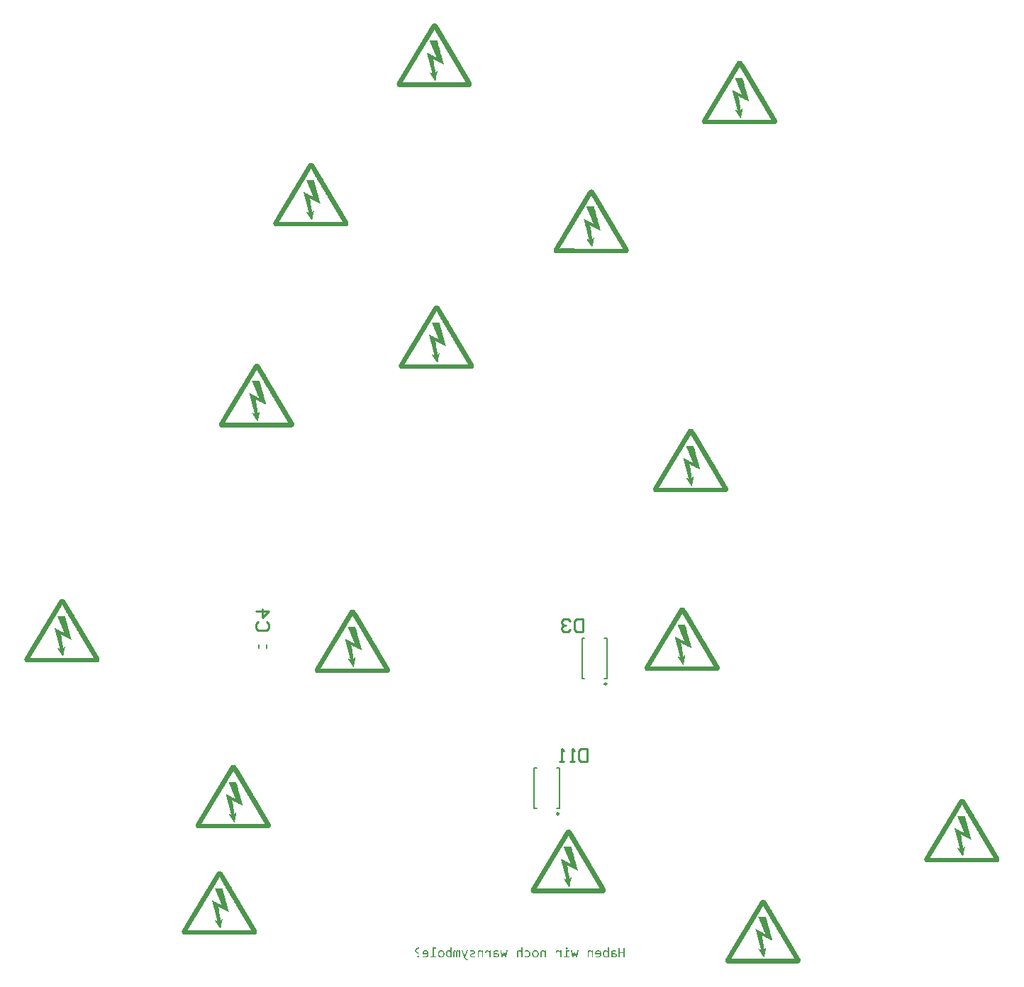
<source format=gbo>
G04*
G04 #@! TF.GenerationSoftware,Altium Limited,Altium Designer,22.8.2 (66)*
G04*
G04 Layer_Color=32896*
%FSLAX44Y44*%
%MOMM*%
G71*
G04*
G04 #@! TF.SameCoordinates,B9550543-2847-43AE-AA18-711D015818A4*
G04*
G04*
G04 #@! TF.FilePolarity,Positive*
G04*
G01*
G75*
%ADD10C,0.2500*%
%ADD11C,0.2000*%
%ADD12C,0.2540*%
G36*
X1148532Y1665853D02*
Y1665726D01*
X1149165D01*
Y1665599D01*
X1149545D01*
Y1665473D01*
Y1665346D01*
X1149799D01*
Y1665219D01*
Y1665093D01*
X1150179D01*
Y1664966D01*
X1150432D01*
Y1664839D01*
Y1664713D01*
X1150559D01*
Y1664586D01*
Y1664459D01*
X1150812D01*
Y1664333D01*
Y1664206D01*
Y1664079D01*
X1151065D01*
Y1663953D01*
Y1663826D01*
X1151192D01*
Y1663699D01*
Y1663573D01*
Y1663446D01*
X1151445D01*
Y1663319D01*
Y1663193D01*
X1151699D01*
Y1663066D01*
X1151825D01*
Y1662939D01*
Y1662813D01*
Y1662686D01*
Y1662559D01*
X1152079D01*
Y1662433D01*
X1152332D01*
Y1662306D01*
Y1662179D01*
Y1662053D01*
Y1661926D01*
X1152459D01*
Y1661799D01*
X1152712D01*
Y1661673D01*
Y1661546D01*
Y1661420D01*
Y1661293D01*
X1152965D01*
Y1661166D01*
Y1661039D01*
Y1660913D01*
X1153092D01*
Y1660786D01*
Y1660659D01*
X1153345D01*
Y1660533D01*
Y1660406D01*
Y1660280D01*
X1153598D01*
Y1660153D01*
Y1660026D01*
X1153725D01*
Y1659899D01*
Y1659773D01*
Y1659646D01*
X1153979D01*
Y1659520D01*
Y1659393D01*
Y1659266D01*
X1154232D01*
Y1659140D01*
Y1659013D01*
X1154358D01*
Y1658886D01*
Y1658760D01*
Y1658633D01*
X1154612D01*
Y1658506D01*
Y1658380D01*
Y1658253D01*
Y1658126D01*
X1154865D01*
Y1658000D01*
X1154992D01*
Y1657873D01*
Y1657746D01*
Y1657620D01*
Y1657493D01*
X1155245D01*
Y1657366D01*
Y1657240D01*
Y1657113D01*
X1155498D01*
Y1656986D01*
Y1656860D01*
X1155625D01*
Y1656733D01*
Y1656606D01*
Y1656480D01*
X1155878D01*
Y1656353D01*
Y1656226D01*
Y1656100D01*
X1156132D01*
Y1655973D01*
Y1655847D01*
X1156258D01*
Y1655720D01*
Y1655593D01*
Y1655466D01*
X1156512D01*
Y1655340D01*
Y1655213D01*
Y1655087D01*
Y1654960D01*
X1156765D01*
Y1654833D01*
X1156892D01*
Y1654707D01*
Y1654580D01*
Y1654453D01*
Y1654326D01*
X1157145D01*
Y1654200D01*
Y1654073D01*
Y1653947D01*
X1157398D01*
Y1653820D01*
Y1653693D01*
X1157525D01*
Y1653567D01*
Y1653440D01*
Y1653313D01*
X1157778D01*
Y1653187D01*
Y1653060D01*
Y1652933D01*
X1158032D01*
Y1652807D01*
Y1652680D01*
Y1652553D01*
Y1652427D01*
X1158158D01*
Y1652300D01*
X1158412D01*
Y1652173D01*
Y1652047D01*
Y1651920D01*
Y1651793D01*
X1158665D01*
Y1651667D01*
Y1651540D01*
Y1651413D01*
X1158792D01*
Y1651287D01*
Y1651160D01*
X1159045D01*
Y1651033D01*
Y1650907D01*
Y1650780D01*
X1159298D01*
Y1650653D01*
Y1650527D01*
Y1650400D01*
X1159425D01*
Y1650273D01*
Y1650147D01*
X1159678D01*
Y1650020D01*
Y1649893D01*
Y1649767D01*
X1159931D01*
Y1649640D01*
Y1649514D01*
Y1649387D01*
Y1649260D01*
X1160058D01*
Y1649133D01*
Y1649007D01*
Y1648880D01*
X1160312D01*
Y1648754D01*
Y1648627D01*
X1160565D01*
Y1648500D01*
Y1648374D01*
Y1648247D01*
X1160692D01*
Y1648120D01*
Y1647994D01*
Y1647867D01*
X1160945D01*
Y1647740D01*
Y1647614D01*
X1161198D01*
Y1647487D01*
Y1647360D01*
Y1647234D01*
X1161325D01*
Y1647107D01*
Y1646980D01*
Y1646854D01*
Y1646727D01*
X1161578D01*
Y1646600D01*
X1161831D01*
Y1646474D01*
Y1646347D01*
Y1646220D01*
Y1646094D01*
X1161958D01*
Y1645967D01*
Y1645840D01*
Y1645714D01*
X1162211D01*
Y1645587D01*
Y1645460D01*
X1162465D01*
Y1645334D01*
Y1645207D01*
Y1645080D01*
X1162591D01*
Y1644954D01*
Y1644827D01*
Y1644700D01*
X1162845D01*
Y1644574D01*
Y1644447D01*
X1163098D01*
Y1644320D01*
Y1644194D01*
Y1644067D01*
X1163225D01*
Y1643940D01*
Y1643814D01*
Y1643687D01*
Y1643560D01*
X1163478D01*
Y1643434D01*
Y1643307D01*
Y1643181D01*
X1163731D01*
Y1643054D01*
Y1642927D01*
X1163858D01*
Y1642800D01*
Y1642674D01*
Y1642547D01*
X1164111D01*
Y1642421D01*
Y1642294D01*
Y1642167D01*
X1164365D01*
Y1642041D01*
Y1641914D01*
X1164491D01*
Y1641787D01*
Y1641660D01*
Y1641534D01*
X1164745D01*
Y1641407D01*
Y1641281D01*
Y1641154D01*
Y1641027D01*
X1164998D01*
Y1640901D01*
X1165125D01*
Y1640774D01*
Y1640647D01*
Y1640521D01*
Y1640394D01*
X1165378D01*
Y1640267D01*
Y1640141D01*
Y1640014D01*
X1165631D01*
Y1639887D01*
Y1639761D01*
X1165758D01*
Y1639634D01*
Y1639507D01*
Y1639381D01*
X1166011D01*
Y1639254D01*
Y1639127D01*
Y1639001D01*
X1166264D01*
Y1638874D01*
Y1638747D01*
Y1638621D01*
Y1638494D01*
X1166391D01*
Y1638367D01*
X1166644D01*
Y1638241D01*
Y1638114D01*
Y1637988D01*
Y1637861D01*
X1166898D01*
Y1637734D01*
Y1637607D01*
Y1637481D01*
X1167024D01*
Y1637354D01*
Y1637227D01*
X1167278D01*
Y1637101D01*
Y1636974D01*
Y1636848D01*
X1167531D01*
Y1636721D01*
Y1636594D01*
Y1636467D01*
X1167658D01*
Y1636341D01*
Y1636214D01*
X1167911D01*
Y1636088D01*
Y1635961D01*
Y1635834D01*
X1168164D01*
Y1635708D01*
Y1635581D01*
Y1635454D01*
Y1635328D01*
X1168291D01*
Y1635201D01*
X1168544D01*
Y1635074D01*
Y1634948D01*
Y1634821D01*
Y1634694D01*
X1168798D01*
Y1634568D01*
Y1634441D01*
Y1634314D01*
X1168924D01*
Y1634188D01*
Y1634061D01*
X1169178D01*
Y1633934D01*
Y1633808D01*
Y1633681D01*
X1169431D01*
Y1633554D01*
Y1633428D01*
Y1633301D01*
X1169558D01*
Y1633174D01*
Y1633048D01*
X1169811D01*
Y1632921D01*
Y1632794D01*
Y1632668D01*
X1170064D01*
Y1632541D01*
Y1632415D01*
Y1632288D01*
Y1632161D01*
X1170191D01*
Y1632034D01*
Y1631908D01*
Y1631781D01*
X1170444D01*
Y1631654D01*
Y1631528D01*
X1170697D01*
Y1631401D01*
Y1631275D01*
Y1631148D01*
X1170824D01*
Y1631021D01*
Y1630895D01*
Y1630768D01*
X1171077D01*
Y1630641D01*
Y1630515D01*
X1171331D01*
Y1630388D01*
Y1630261D01*
Y1630135D01*
X1171458D01*
Y1630008D01*
Y1629881D01*
Y1629755D01*
Y1629628D01*
X1171711D01*
Y1629501D01*
X1171964D01*
Y1629375D01*
Y1629248D01*
Y1629121D01*
Y1628995D01*
X1172091D01*
Y1628868D01*
Y1628741D01*
Y1628615D01*
X1172344D01*
Y1628488D01*
Y1628361D01*
X1172597D01*
Y1628235D01*
Y1628108D01*
Y1627981D01*
X1172724D01*
Y1627855D01*
Y1627728D01*
Y1627601D01*
X1172977D01*
Y1627475D01*
Y1627348D01*
Y1627221D01*
Y1627095D01*
X1173231D01*
Y1626968D01*
X1173357D01*
Y1626841D01*
Y1626715D01*
Y1626588D01*
Y1626461D01*
X1173611D01*
Y1626335D01*
Y1626208D01*
Y1626082D01*
X1173864D01*
Y1625955D01*
Y1625828D01*
X1173991D01*
Y1625701D01*
Y1625575D01*
Y1625448D01*
X1174244D01*
Y1625322D01*
Y1625195D01*
Y1625068D01*
X1174497D01*
Y1624942D01*
Y1624815D01*
Y1624688D01*
Y1624561D01*
X1174624D01*
Y1624435D01*
X1174877D01*
Y1624308D01*
Y1624182D01*
Y1624055D01*
Y1623928D01*
X1175131D01*
Y1623802D01*
X1175257D01*
Y1623675D01*
Y1623548D01*
Y1623422D01*
Y1623295D01*
X1175511D01*
Y1623168D01*
Y1623042D01*
Y1622915D01*
X1175764D01*
Y1622788D01*
Y1622662D01*
X1175891D01*
Y1622535D01*
Y1622408D01*
Y1622282D01*
X1176144D01*
Y1622155D01*
Y1622028D01*
Y1621902D01*
X1176397D01*
Y1621775D01*
Y1621648D01*
Y1621522D01*
Y1621395D01*
X1176524D01*
Y1621268D01*
X1176777D01*
Y1621142D01*
Y1621015D01*
Y1620889D01*
Y1620762D01*
X1177030D01*
Y1620635D01*
Y1620508D01*
Y1620382D01*
X1177157D01*
Y1620255D01*
Y1620128D01*
X1177411D01*
Y1620002D01*
Y1619875D01*
Y1619749D01*
X1177664D01*
Y1619622D01*
Y1619495D01*
Y1619368D01*
X1177791D01*
Y1619242D01*
Y1619115D01*
X1178044D01*
Y1618988D01*
Y1618862D01*
Y1618735D01*
X1178297D01*
Y1618609D01*
Y1618482D01*
Y1618355D01*
Y1618229D01*
X1178424D01*
Y1618102D01*
X1178677D01*
Y1617975D01*
Y1617849D01*
Y1617722D01*
Y1617595D01*
X1178930D01*
Y1617469D01*
Y1617342D01*
Y1617215D01*
X1179057D01*
Y1617089D01*
Y1616962D01*
X1179310D01*
Y1616835D01*
Y1616709D01*
Y1616582D01*
X1179564D01*
Y1616455D01*
Y1616329D01*
Y1616202D01*
X1179690D01*
Y1616075D01*
Y1615949D01*
Y1615822D01*
Y1615695D01*
X1179944D01*
Y1615569D01*
X1180197D01*
Y1615442D01*
Y1615315D01*
Y1615189D01*
Y1615062D01*
X1180324D01*
Y1614935D01*
Y1614809D01*
Y1614682D01*
X1180577D01*
Y1614555D01*
Y1614429D01*
X1180830D01*
Y1614302D01*
Y1614176D01*
Y1614049D01*
X1180957D01*
Y1613922D01*
Y1613795D01*
Y1613669D01*
X1181210D01*
Y1613542D01*
Y1613416D01*
X1181464D01*
Y1613289D01*
Y1613162D01*
Y1613035D01*
X1181590D01*
Y1612909D01*
Y1612782D01*
Y1612656D01*
Y1612529D01*
X1181844D01*
Y1612402D01*
X1182097D01*
Y1612276D01*
Y1612149D01*
Y1612022D01*
Y1611896D01*
X1182224D01*
Y1611769D01*
Y1611642D01*
Y1611516D01*
X1182477D01*
Y1611389D01*
Y1611262D01*
X1182730D01*
Y1611136D01*
Y1611009D01*
Y1610882D01*
X1182857D01*
Y1610756D01*
Y1610629D01*
Y1610502D01*
X1183110D01*
Y1610376D01*
Y1610249D01*
Y1610122D01*
Y1609996D01*
X1183363D01*
Y1609869D01*
X1183490D01*
Y1609742D01*
Y1609616D01*
Y1609489D01*
Y1609362D01*
X1183744D01*
Y1609236D01*
Y1609109D01*
Y1608982D01*
X1183997D01*
Y1608856D01*
Y1608729D01*
X1184124D01*
Y1608602D01*
Y1608476D01*
Y1608349D01*
X1184377D01*
Y1608223D01*
Y1608096D01*
Y1607969D01*
X1184630D01*
Y1607843D01*
Y1607716D01*
X1184757D01*
Y1607589D01*
Y1607462D01*
Y1607336D01*
X1185010D01*
Y1607209D01*
Y1607083D01*
Y1606956D01*
Y1606829D01*
X1185263D01*
Y1606703D01*
Y1606576D01*
Y1606449D01*
X1185390D01*
Y1606323D01*
Y1606196D01*
X1185643D01*
Y1606069D01*
Y1605943D01*
Y1605816D01*
X1185897D01*
Y1605689D01*
Y1605563D01*
Y1605436D01*
X1186023D01*
Y1605309D01*
Y1605183D01*
X1186277D01*
Y1605056D01*
Y1604929D01*
Y1604803D01*
X1186530D01*
Y1604676D01*
Y1604549D01*
Y1604423D01*
Y1604296D01*
X1186657D01*
Y1604169D01*
Y1604043D01*
Y1603916D01*
X1186910D01*
Y1603789D01*
Y1603663D01*
X1187163D01*
Y1603536D01*
Y1603409D01*
Y1603283D01*
X1187290D01*
Y1603156D01*
Y1603029D01*
X1187543D01*
Y1602903D01*
Y1602776D01*
Y1602649D01*
X1187797D01*
Y1602523D01*
Y1602396D01*
Y1602269D01*
X1187923D01*
Y1602143D01*
Y1602016D01*
Y1601889D01*
Y1601763D01*
X1188176D01*
Y1601636D01*
X1188430D01*
Y1601510D01*
Y1601383D01*
Y1601256D01*
Y1601129D01*
X1188557D01*
Y1601003D01*
Y1600876D01*
Y1600750D01*
X1188810D01*
Y1600623D01*
Y1600496D01*
X1189063D01*
Y1600370D01*
Y1600243D01*
Y1600116D01*
X1189190D01*
Y1599990D01*
Y1599863D01*
Y1599736D01*
X1189443D01*
Y1599610D01*
Y1599483D01*
Y1599356D01*
Y1599230D01*
X1189697D01*
Y1599103D01*
X1189823D01*
Y1598976D01*
Y1598850D01*
Y1598723D01*
Y1598596D01*
X1190076D01*
Y1598470D01*
Y1598343D01*
Y1598216D01*
X1190330D01*
Y1598090D01*
Y1597963D01*
X1190456D01*
Y1597836D01*
Y1597710D01*
Y1597583D01*
X1190710D01*
Y1597456D01*
Y1597330D01*
Y1597203D01*
X1190963D01*
Y1597077D01*
Y1596950D01*
X1191090D01*
Y1596823D01*
Y1596696D01*
Y1596570D01*
X1191343D01*
Y1596443D01*
Y1596317D01*
Y1596190D01*
Y1596063D01*
X1191596D01*
Y1595936D01*
X1191723D01*
Y1595810D01*
Y1595683D01*
Y1595556D01*
Y1595430D01*
X1191976D01*
Y1595303D01*
Y1595177D01*
Y1595050D01*
Y1594923D01*
Y1594797D01*
Y1594670D01*
X1192230D01*
Y1594543D01*
Y1594417D01*
Y1594290D01*
Y1594163D01*
Y1594037D01*
Y1593910D01*
Y1593783D01*
Y1593657D01*
Y1593530D01*
Y1593403D01*
Y1593277D01*
Y1593150D01*
Y1593023D01*
Y1592897D01*
X1191976D01*
Y1592770D01*
Y1592643D01*
Y1592517D01*
Y1592390D01*
Y1592263D01*
X1191723D01*
Y1592137D01*
Y1592010D01*
Y1591883D01*
X1191596D01*
Y1591757D01*
Y1591630D01*
Y1591503D01*
X1191343D01*
Y1591377D01*
Y1591250D01*
X1191090D01*
Y1591124D01*
Y1590997D01*
X1190963D01*
Y1590870D01*
X1190710D01*
Y1590744D01*
Y1590617D01*
X1190456D01*
Y1590490D01*
Y1590363D01*
X1190076D01*
Y1590237D01*
X1189697D01*
Y1590110D01*
Y1589984D01*
X1104835D01*
Y1590110D01*
Y1590237D01*
X1104328D01*
Y1590363D01*
X1103948D01*
Y1590490D01*
Y1590617D01*
X1103695D01*
Y1590744D01*
Y1590870D01*
X1103568D01*
Y1590997D01*
X1103315D01*
Y1591124D01*
Y1591250D01*
X1103061D01*
Y1591377D01*
Y1591503D01*
Y1591630D01*
X1102935D01*
Y1591757D01*
Y1591883D01*
Y1592010D01*
Y1592137D01*
X1102681D01*
Y1592263D01*
Y1592390D01*
Y1592517D01*
Y1592643D01*
Y1592770D01*
Y1592897D01*
X1102428D01*
Y1593023D01*
Y1593150D01*
Y1593277D01*
Y1593403D01*
Y1593530D01*
Y1593657D01*
Y1593783D01*
Y1593910D01*
Y1594037D01*
Y1594163D01*
X1102681D01*
Y1594290D01*
Y1594417D01*
Y1594543D01*
Y1594670D01*
Y1594797D01*
Y1594923D01*
Y1595050D01*
X1102935D01*
Y1595177D01*
Y1595303D01*
Y1595430D01*
X1103061D01*
Y1595556D01*
Y1595683D01*
Y1595810D01*
Y1595936D01*
X1103315D01*
Y1596063D01*
Y1596190D01*
Y1596317D01*
X1103568D01*
Y1596443D01*
Y1596570D01*
X1103695D01*
Y1596696D01*
Y1596823D01*
Y1596950D01*
X1103948D01*
Y1597077D01*
Y1597203D01*
Y1597330D01*
X1104201D01*
Y1597456D01*
Y1597583D01*
Y1597710D01*
Y1597836D01*
X1104328D01*
Y1597963D01*
X1104581D01*
Y1598090D01*
Y1598216D01*
Y1598343D01*
Y1598470D01*
X1104835D01*
Y1598596D01*
Y1598723D01*
Y1598850D01*
X1104961D01*
Y1598976D01*
Y1599103D01*
X1105215D01*
Y1599230D01*
Y1599356D01*
Y1599483D01*
X1105468D01*
Y1599610D01*
Y1599736D01*
Y1599863D01*
X1105595D01*
Y1599990D01*
Y1600116D01*
X1105848D01*
Y1600243D01*
Y1600370D01*
Y1600496D01*
X1106101D01*
Y1600623D01*
Y1600750D01*
Y1600876D01*
Y1601003D01*
X1106228D01*
Y1601129D01*
X1106481D01*
Y1601256D01*
Y1601383D01*
Y1601510D01*
Y1601636D01*
X1106734D01*
Y1601763D01*
Y1601889D01*
Y1602016D01*
X1106861D01*
Y1602143D01*
Y1602269D01*
Y1602396D01*
X1107114D01*
Y1602523D01*
Y1602649D01*
X1107368D01*
Y1602776D01*
Y1602903D01*
Y1603029D01*
X1107495D01*
Y1603156D01*
Y1603283D01*
Y1603409D01*
Y1603536D01*
X1107748D01*
Y1603663D01*
X1108001D01*
Y1603789D01*
Y1603916D01*
Y1604043D01*
Y1604169D01*
X1108128D01*
Y1604296D01*
Y1604423D01*
Y1604549D01*
X1108381D01*
Y1604676D01*
Y1604803D01*
X1108634D01*
Y1604929D01*
Y1605056D01*
Y1605183D01*
X1108761D01*
Y1605309D01*
Y1605436D01*
Y1605563D01*
X1109014D01*
Y1605689D01*
Y1605816D01*
X1109268D01*
Y1605943D01*
Y1606069D01*
Y1606196D01*
X1109394D01*
Y1606323D01*
Y1606449D01*
Y1606576D01*
Y1606703D01*
X1109648D01*
Y1606829D01*
X1109901D01*
Y1606956D01*
Y1607083D01*
Y1607209D01*
Y1607336D01*
X1110028D01*
Y1607462D01*
Y1607589D01*
Y1607716D01*
X1110281D01*
Y1607843D01*
Y1607969D01*
Y1608096D01*
X1110534D01*
Y1608223D01*
Y1608349D01*
X1110661D01*
Y1608476D01*
Y1608602D01*
Y1608729D01*
X1110914D01*
Y1608856D01*
Y1608982D01*
X1111168D01*
Y1609109D01*
Y1609236D01*
Y1609362D01*
X1111294D01*
Y1609489D01*
Y1609616D01*
Y1609742D01*
Y1609869D01*
X1111548D01*
Y1609996D01*
X1111801D01*
Y1610122D01*
Y1610249D01*
Y1610376D01*
Y1610502D01*
X1111928D01*
Y1610629D01*
Y1610756D01*
Y1610882D01*
X1112181D01*
Y1611009D01*
Y1611136D01*
X1112434D01*
Y1611262D01*
Y1611389D01*
Y1611516D01*
X1112561D01*
Y1611642D01*
Y1611769D01*
Y1611896D01*
X1112814D01*
Y1612022D01*
Y1612149D01*
X1113067D01*
Y1612276D01*
Y1612402D01*
Y1612529D01*
X1113194D01*
Y1612656D01*
Y1612782D01*
Y1612909D01*
Y1613035D01*
X1113447D01*
Y1613162D01*
Y1613289D01*
Y1613416D01*
X1113701D01*
Y1613542D01*
Y1613669D01*
X1113827D01*
Y1613795D01*
Y1613922D01*
Y1614049D01*
X1114081D01*
Y1614176D01*
Y1614302D01*
X1114334D01*
Y1614429D01*
Y1614555D01*
Y1614682D01*
X1114461D01*
Y1614809D01*
Y1614935D01*
Y1615062D01*
X1114714D01*
Y1615189D01*
Y1615315D01*
X1114967D01*
Y1615442D01*
Y1615569D01*
Y1615695D01*
X1115094D01*
Y1615822D01*
Y1615949D01*
Y1616075D01*
Y1616202D01*
X1115347D01*
Y1616329D01*
Y1616455D01*
Y1616582D01*
X1115601D01*
Y1616709D01*
Y1616835D01*
X1115727D01*
Y1616962D01*
Y1617089D01*
Y1617215D01*
X1115981D01*
Y1617342D01*
Y1617469D01*
Y1617595D01*
X1116234D01*
Y1617722D01*
Y1617849D01*
X1116361D01*
Y1617975D01*
Y1618102D01*
Y1618229D01*
X1116614D01*
Y1618355D01*
Y1618482D01*
Y1618609D01*
Y1618735D01*
X1116867D01*
Y1618862D01*
X1116994D01*
Y1618988D01*
Y1619115D01*
Y1619242D01*
Y1619368D01*
X1117247D01*
Y1619495D01*
Y1619622D01*
Y1619749D01*
X1117501D01*
Y1619875D01*
Y1620002D01*
X1117627D01*
Y1620128D01*
Y1620255D01*
Y1620382D01*
X1117880D01*
Y1620508D01*
Y1620635D01*
X1118134D01*
Y1620762D01*
Y1620889D01*
Y1621015D01*
X1118260D01*
Y1621142D01*
Y1621268D01*
Y1621395D01*
X1118514D01*
Y1621522D01*
Y1621648D01*
Y1621775D01*
Y1621902D01*
X1118767D01*
Y1622028D01*
X1118894D01*
Y1622155D01*
Y1622282D01*
Y1622408D01*
Y1622535D01*
X1119147D01*
Y1622662D01*
Y1622788D01*
Y1622915D01*
X1119400D01*
Y1623042D01*
Y1623168D01*
X1119527D01*
Y1623295D01*
Y1623422D01*
Y1623548D01*
X1119780D01*
Y1623675D01*
Y1623802D01*
Y1623928D01*
X1120034D01*
Y1624055D01*
Y1624182D01*
X1120160D01*
Y1624308D01*
Y1624435D01*
Y1624561D01*
X1120414D01*
Y1624688D01*
Y1624815D01*
Y1624942D01*
Y1625068D01*
X1120667D01*
Y1625195D01*
X1120794D01*
Y1625322D01*
Y1625448D01*
Y1625575D01*
Y1625701D01*
X1121047D01*
Y1625828D01*
Y1625955D01*
Y1626082D01*
X1121300D01*
Y1626208D01*
Y1626335D01*
X1121427D01*
Y1626461D01*
Y1626588D01*
Y1626715D01*
X1121680D01*
Y1626841D01*
Y1626968D01*
Y1627095D01*
X1121934D01*
Y1627221D01*
Y1627348D01*
X1122060D01*
Y1627475D01*
Y1627601D01*
Y1627728D01*
X1122314D01*
Y1627855D01*
Y1627981D01*
Y1628108D01*
Y1628235D01*
X1122567D01*
Y1628361D01*
X1122694D01*
Y1628488D01*
Y1628615D01*
Y1628741D01*
Y1628868D01*
X1122947D01*
Y1628995D01*
Y1629121D01*
Y1629248D01*
X1123200D01*
Y1629375D01*
Y1629501D01*
X1123327D01*
Y1629628D01*
Y1629755D01*
Y1629881D01*
X1123580D01*
Y1630008D01*
Y1630135D01*
Y1630261D01*
X1123833D01*
Y1630388D01*
Y1630515D01*
X1123960D01*
Y1630641D01*
Y1630768D01*
Y1630895D01*
X1124213D01*
Y1631021D01*
Y1631148D01*
Y1631275D01*
Y1631401D01*
X1124467D01*
Y1631528D01*
X1124594D01*
Y1631654D01*
Y1631781D01*
Y1631908D01*
Y1632034D01*
X1124847D01*
Y1632161D01*
Y1632288D01*
Y1632415D01*
X1125100D01*
Y1632541D01*
Y1632668D01*
X1125227D01*
Y1632794D01*
Y1632921D01*
Y1633048D01*
X1125480D01*
Y1633174D01*
Y1633301D01*
Y1633428D01*
X1125733D01*
Y1633554D01*
Y1633681D01*
X1125860D01*
Y1633808D01*
Y1633934D01*
Y1634061D01*
X1126113D01*
Y1634188D01*
Y1634314D01*
Y1634441D01*
Y1634568D01*
X1126367D01*
Y1634694D01*
X1126493D01*
Y1634821D01*
Y1634948D01*
Y1635074D01*
Y1635201D01*
X1126747D01*
Y1635328D01*
Y1635454D01*
Y1635581D01*
X1127000D01*
Y1635708D01*
Y1635834D01*
X1127127D01*
Y1635961D01*
Y1636088D01*
Y1636214D01*
X1127380D01*
Y1636341D01*
Y1636467D01*
Y1636594D01*
X1127633D01*
Y1636721D01*
Y1636848D01*
X1127760D01*
Y1636974D01*
Y1637101D01*
Y1637227D01*
X1128013D01*
Y1637354D01*
Y1637481D01*
Y1637607D01*
Y1637734D01*
X1128267D01*
Y1637861D01*
X1128393D01*
Y1637988D01*
Y1638114D01*
Y1638241D01*
Y1638367D01*
X1128647D01*
Y1638494D01*
Y1638621D01*
Y1638747D01*
X1128900D01*
Y1638874D01*
Y1639001D01*
X1129027D01*
Y1639127D01*
Y1639254D01*
Y1639381D01*
X1129280D01*
Y1639507D01*
Y1639634D01*
Y1639761D01*
X1129533D01*
Y1639887D01*
Y1640014D01*
X1129660D01*
Y1640141D01*
Y1640267D01*
Y1640394D01*
X1129913D01*
Y1640521D01*
Y1640647D01*
Y1640774D01*
Y1640901D01*
X1130166D01*
Y1641027D01*
X1130293D01*
Y1641154D01*
Y1641281D01*
Y1641407D01*
Y1641534D01*
X1130546D01*
Y1641660D01*
Y1641787D01*
Y1641914D01*
X1130800D01*
Y1642041D01*
Y1642167D01*
X1130926D01*
Y1642294D01*
Y1642421D01*
Y1642547D01*
X1131180D01*
Y1642674D01*
Y1642800D01*
Y1642927D01*
X1131433D01*
Y1643054D01*
Y1643181D01*
X1131560D01*
Y1643307D01*
Y1643434D01*
Y1643560D01*
X1131813D01*
Y1643687D01*
Y1643814D01*
Y1643940D01*
Y1644067D01*
X1132066D01*
Y1644194D01*
X1132193D01*
Y1644320D01*
Y1644447D01*
Y1644574D01*
Y1644700D01*
X1132446D01*
Y1644827D01*
Y1644954D01*
Y1645080D01*
X1132700D01*
Y1645207D01*
Y1645334D01*
X1132826D01*
Y1645460D01*
Y1645587D01*
Y1645714D01*
X1133080D01*
Y1645840D01*
Y1645967D01*
Y1646094D01*
X1133333D01*
Y1646220D01*
Y1646347D01*
X1133460D01*
Y1646474D01*
Y1646600D01*
Y1646727D01*
X1133713D01*
Y1646854D01*
Y1646980D01*
Y1647107D01*
Y1647234D01*
X1133966D01*
Y1647360D01*
X1134093D01*
Y1647487D01*
Y1647614D01*
Y1647740D01*
Y1647867D01*
X1134346D01*
Y1647994D01*
Y1648120D01*
Y1648247D01*
X1134600D01*
Y1648374D01*
Y1648500D01*
X1134726D01*
Y1648627D01*
Y1648754D01*
Y1648880D01*
X1134980D01*
Y1649007D01*
Y1649133D01*
Y1649260D01*
X1135233D01*
Y1649387D01*
Y1649514D01*
X1135360D01*
Y1649640D01*
Y1649767D01*
Y1649893D01*
X1135613D01*
Y1650020D01*
Y1650147D01*
Y1650273D01*
Y1650400D01*
X1135866D01*
Y1650527D01*
X1135993D01*
Y1650653D01*
Y1650780D01*
Y1650907D01*
Y1651033D01*
X1136246D01*
Y1651160D01*
Y1651287D01*
Y1651413D01*
X1136499D01*
Y1651540D01*
Y1651667D01*
X1136626D01*
Y1651793D01*
Y1651920D01*
Y1652047D01*
X1136880D01*
Y1652173D01*
Y1652300D01*
Y1652427D01*
X1137133D01*
Y1652553D01*
Y1652680D01*
X1137259D01*
Y1652807D01*
Y1652933D01*
Y1653060D01*
X1137513D01*
Y1653187D01*
Y1653313D01*
Y1653440D01*
Y1653567D01*
X1137766D01*
Y1653693D01*
X1137893D01*
Y1653820D01*
Y1653947D01*
Y1654073D01*
Y1654200D01*
X1138146D01*
Y1654326D01*
Y1654453D01*
Y1654580D01*
X1138399D01*
Y1654707D01*
Y1654833D01*
X1138526D01*
Y1654960D01*
Y1655087D01*
Y1655213D01*
X1138779D01*
Y1655340D01*
Y1655466D01*
X1139033D01*
Y1655593D01*
Y1655720D01*
Y1655847D01*
X1139159D01*
Y1655973D01*
Y1656100D01*
Y1656226D01*
X1139413D01*
Y1656353D01*
Y1656480D01*
Y1656606D01*
Y1656733D01*
X1139666D01*
Y1656860D01*
X1139793D01*
Y1656986D01*
Y1657113D01*
Y1657240D01*
Y1657366D01*
X1140046D01*
Y1657493D01*
Y1657620D01*
Y1657746D01*
X1140299D01*
Y1657873D01*
Y1658000D01*
X1140426D01*
Y1658126D01*
Y1658253D01*
Y1658380D01*
X1140679D01*
Y1658506D01*
Y1658633D01*
Y1658760D01*
X1140932D01*
Y1658886D01*
Y1659013D01*
X1141059D01*
Y1659140D01*
Y1659266D01*
Y1659393D01*
X1141313D01*
Y1659520D01*
Y1659646D01*
Y1659773D01*
Y1659899D01*
X1141566D01*
Y1660026D01*
X1141693D01*
Y1660153D01*
Y1660280D01*
Y1660406D01*
Y1660533D01*
X1141946D01*
Y1660659D01*
Y1660786D01*
Y1660913D01*
X1142199D01*
Y1661039D01*
Y1661166D01*
X1142326D01*
Y1661293D01*
Y1661420D01*
Y1661546D01*
X1142579D01*
Y1661673D01*
Y1661799D01*
Y1661926D01*
X1142832D01*
Y1662053D01*
Y1662179D01*
X1142959D01*
Y1662306D01*
Y1662433D01*
Y1662559D01*
X1143212D01*
Y1662686D01*
Y1662813D01*
Y1662939D01*
Y1663066D01*
X1143466D01*
Y1663193D01*
X1143592D01*
Y1663319D01*
Y1663446D01*
Y1663573D01*
Y1663699D01*
X1143846D01*
Y1663826D01*
X1144099D01*
Y1663953D01*
Y1664079D01*
Y1664206D01*
Y1664333D01*
X1144226D01*
Y1664459D01*
X1144479D01*
Y1664586D01*
Y1664713D01*
X1144732D01*
Y1664839D01*
Y1664966D01*
X1144859D01*
Y1665093D01*
X1145112D01*
Y1665219D01*
Y1665346D01*
X1145492D01*
Y1665473D01*
Y1665599D01*
X1145999D01*
Y1665726D01*
X1146759D01*
Y1665853D01*
Y1665979D01*
X1148532D01*
Y1665853D01*
D02*
G37*
G36*
X1513022Y1621402D02*
Y1621276D01*
X1513656D01*
Y1621149D01*
X1514035D01*
Y1621023D01*
Y1620896D01*
X1514289D01*
Y1620769D01*
Y1620643D01*
X1514669D01*
Y1620516D01*
X1514922D01*
Y1620389D01*
Y1620263D01*
X1515049D01*
Y1620136D01*
Y1620009D01*
X1515302D01*
Y1619883D01*
Y1619756D01*
Y1619629D01*
X1515555D01*
Y1619503D01*
Y1619376D01*
X1515682D01*
Y1619249D01*
Y1619123D01*
Y1618996D01*
X1515935D01*
Y1618869D01*
Y1618743D01*
X1516189D01*
Y1618616D01*
X1516315D01*
Y1618489D01*
Y1618363D01*
Y1618236D01*
Y1618109D01*
X1516569D01*
Y1617983D01*
X1516822D01*
Y1617856D01*
Y1617729D01*
Y1617603D01*
Y1617476D01*
X1516949D01*
Y1617349D01*
X1517202D01*
Y1617223D01*
Y1617096D01*
Y1616969D01*
Y1616843D01*
X1517455D01*
Y1616716D01*
Y1616590D01*
Y1616463D01*
X1517582D01*
Y1616336D01*
Y1616210D01*
X1517835D01*
Y1616083D01*
Y1615956D01*
Y1615829D01*
X1518089D01*
Y1615703D01*
Y1615576D01*
X1518215D01*
Y1615450D01*
Y1615323D01*
Y1615196D01*
X1518468D01*
Y1615070D01*
Y1614943D01*
Y1614816D01*
X1518722D01*
Y1614690D01*
Y1614563D01*
X1518848D01*
Y1614436D01*
Y1614310D01*
Y1614183D01*
X1519102D01*
Y1614056D01*
Y1613930D01*
Y1613803D01*
Y1613676D01*
X1519355D01*
Y1613550D01*
X1519482D01*
Y1613423D01*
Y1613296D01*
Y1613170D01*
Y1613043D01*
X1519735D01*
Y1612916D01*
Y1612790D01*
Y1612663D01*
X1519988D01*
Y1612536D01*
Y1612410D01*
X1520115D01*
Y1612283D01*
Y1612156D01*
Y1612030D01*
X1520368D01*
Y1611903D01*
Y1611776D01*
Y1611650D01*
X1520622D01*
Y1611523D01*
Y1611396D01*
X1520748D01*
Y1611270D01*
Y1611143D01*
Y1611017D01*
X1521002D01*
Y1610890D01*
Y1610763D01*
Y1610636D01*
Y1610510D01*
X1521255D01*
Y1610383D01*
X1521382D01*
Y1610257D01*
Y1610130D01*
Y1610003D01*
Y1609877D01*
X1521635D01*
Y1609750D01*
Y1609623D01*
Y1609497D01*
X1521888D01*
Y1609370D01*
Y1609243D01*
X1522015D01*
Y1609117D01*
Y1608990D01*
Y1608863D01*
X1522268D01*
Y1608737D01*
Y1608610D01*
Y1608483D01*
X1522522D01*
Y1608357D01*
Y1608230D01*
Y1608103D01*
Y1607977D01*
X1522648D01*
Y1607850D01*
X1522902D01*
Y1607723D01*
Y1607597D01*
Y1607470D01*
Y1607343D01*
X1523155D01*
Y1607217D01*
Y1607090D01*
Y1606963D01*
X1523282D01*
Y1606837D01*
Y1606710D01*
X1523535D01*
Y1606583D01*
Y1606457D01*
Y1606330D01*
X1523788D01*
Y1606203D01*
Y1606077D01*
Y1605950D01*
X1523915D01*
Y1605823D01*
Y1605697D01*
X1524168D01*
Y1605570D01*
Y1605444D01*
Y1605317D01*
X1524422D01*
Y1605190D01*
Y1605063D01*
Y1604937D01*
Y1604810D01*
X1524548D01*
Y1604684D01*
Y1604557D01*
Y1604430D01*
X1524801D01*
Y1604303D01*
Y1604177D01*
X1525055D01*
Y1604050D01*
Y1603924D01*
Y1603797D01*
X1525181D01*
Y1603670D01*
Y1603544D01*
Y1603417D01*
X1525435D01*
Y1603290D01*
Y1603163D01*
X1525688D01*
Y1603037D01*
Y1602910D01*
Y1602784D01*
X1525815D01*
Y1602657D01*
Y1602530D01*
Y1602404D01*
Y1602277D01*
X1526068D01*
Y1602150D01*
X1526321D01*
Y1602024D01*
Y1601897D01*
Y1601770D01*
Y1601644D01*
X1526448D01*
Y1601517D01*
Y1601390D01*
Y1601264D01*
X1526701D01*
Y1601137D01*
Y1601010D01*
X1526955D01*
Y1600884D01*
Y1600757D01*
Y1600630D01*
X1527081D01*
Y1600504D01*
Y1600377D01*
Y1600250D01*
X1527335D01*
Y1600124D01*
Y1599997D01*
X1527588D01*
Y1599870D01*
Y1599744D01*
Y1599617D01*
X1527715D01*
Y1599491D01*
Y1599364D01*
Y1599237D01*
Y1599111D01*
X1527968D01*
Y1598984D01*
Y1598857D01*
Y1598730D01*
X1528221D01*
Y1598604D01*
Y1598477D01*
X1528348D01*
Y1598351D01*
Y1598224D01*
Y1598097D01*
X1528601D01*
Y1597971D01*
Y1597844D01*
Y1597717D01*
X1528855D01*
Y1597591D01*
Y1597464D01*
X1528981D01*
Y1597337D01*
Y1597211D01*
Y1597084D01*
X1529235D01*
Y1596957D01*
Y1596831D01*
Y1596704D01*
Y1596577D01*
X1529488D01*
Y1596451D01*
X1529615D01*
Y1596324D01*
Y1596197D01*
Y1596071D01*
Y1595944D01*
X1529868D01*
Y1595817D01*
Y1595691D01*
Y1595564D01*
X1530121D01*
Y1595437D01*
Y1595311D01*
X1530248D01*
Y1595184D01*
Y1595057D01*
Y1594931D01*
X1530501D01*
Y1594804D01*
Y1594677D01*
Y1594551D01*
X1530755D01*
Y1594424D01*
Y1594297D01*
Y1594171D01*
Y1594044D01*
X1530881D01*
Y1593917D01*
X1531134D01*
Y1593791D01*
Y1593664D01*
Y1593537D01*
Y1593411D01*
X1531388D01*
Y1593284D01*
Y1593157D01*
Y1593031D01*
X1531514D01*
Y1592904D01*
Y1592778D01*
X1531768D01*
Y1592651D01*
Y1592524D01*
Y1592397D01*
X1532021D01*
Y1592271D01*
Y1592144D01*
Y1592018D01*
X1532148D01*
Y1591891D01*
Y1591764D01*
X1532401D01*
Y1591638D01*
Y1591511D01*
Y1591384D01*
X1532654D01*
Y1591258D01*
Y1591131D01*
Y1591004D01*
Y1590878D01*
X1532781D01*
Y1590751D01*
X1533034D01*
Y1590624D01*
Y1590498D01*
Y1590371D01*
Y1590244D01*
X1533288D01*
Y1590118D01*
Y1589991D01*
Y1589864D01*
X1533414D01*
Y1589738D01*
Y1589611D01*
X1533668D01*
Y1589484D01*
Y1589358D01*
Y1589231D01*
X1533921D01*
Y1589104D01*
Y1588978D01*
Y1588851D01*
X1534048D01*
Y1588724D01*
Y1588598D01*
X1534301D01*
Y1588471D01*
Y1588344D01*
Y1588218D01*
X1534554D01*
Y1588091D01*
Y1587964D01*
Y1587838D01*
Y1587711D01*
X1534681D01*
Y1587585D01*
Y1587458D01*
Y1587331D01*
X1534934D01*
Y1587204D01*
Y1587078D01*
X1535188D01*
Y1586951D01*
Y1586824D01*
Y1586698D01*
X1535314D01*
Y1586571D01*
Y1586445D01*
Y1586318D01*
X1535567D01*
Y1586191D01*
Y1586064D01*
X1535821D01*
Y1585938D01*
Y1585811D01*
Y1585685D01*
X1535948D01*
Y1585558D01*
Y1585431D01*
Y1585305D01*
Y1585178D01*
X1536201D01*
Y1585051D01*
X1536454D01*
Y1584925D01*
Y1584798D01*
Y1584671D01*
Y1584545D01*
X1536581D01*
Y1584418D01*
Y1584291D01*
Y1584165D01*
X1536834D01*
Y1584038D01*
Y1583911D01*
X1537087D01*
Y1583785D01*
Y1583658D01*
Y1583531D01*
X1537214D01*
Y1583405D01*
Y1583278D01*
Y1583151D01*
X1537467D01*
Y1583025D01*
Y1582898D01*
Y1582771D01*
Y1582645D01*
X1537721D01*
Y1582518D01*
X1537847D01*
Y1582392D01*
Y1582265D01*
Y1582138D01*
Y1582011D01*
X1538101D01*
Y1581885D01*
Y1581758D01*
Y1581631D01*
X1538354D01*
Y1581505D01*
Y1581378D01*
X1538481D01*
Y1581252D01*
Y1581125D01*
Y1580998D01*
X1538734D01*
Y1580871D01*
Y1580745D01*
Y1580618D01*
X1538987D01*
Y1580491D01*
Y1580365D01*
Y1580238D01*
Y1580112D01*
X1539114D01*
Y1579985D01*
X1539367D01*
Y1579858D01*
Y1579732D01*
Y1579605D01*
Y1579478D01*
X1539621D01*
Y1579352D01*
X1539747D01*
Y1579225D01*
Y1579098D01*
Y1578972D01*
Y1578845D01*
X1540001D01*
Y1578718D01*
Y1578592D01*
Y1578465D01*
X1540254D01*
Y1578338D01*
Y1578212D01*
X1540381D01*
Y1578085D01*
Y1577958D01*
Y1577832D01*
X1540634D01*
Y1577705D01*
Y1577578D01*
Y1577452D01*
X1540887D01*
Y1577325D01*
Y1577198D01*
Y1577072D01*
Y1576945D01*
X1541014D01*
Y1576818D01*
X1541267D01*
Y1576692D01*
Y1576565D01*
Y1576438D01*
Y1576312D01*
X1541521D01*
Y1576185D01*
Y1576058D01*
Y1575932D01*
X1541647D01*
Y1575805D01*
Y1575679D01*
X1541900D01*
Y1575552D01*
Y1575425D01*
Y1575298D01*
X1542154D01*
Y1575172D01*
Y1575045D01*
Y1574919D01*
X1542280D01*
Y1574792D01*
Y1574665D01*
X1542534D01*
Y1574539D01*
Y1574412D01*
Y1574285D01*
X1542787D01*
Y1574158D01*
Y1574032D01*
Y1573905D01*
Y1573779D01*
X1542914D01*
Y1573652D01*
X1543167D01*
Y1573525D01*
Y1573399D01*
Y1573272D01*
Y1573145D01*
X1543420D01*
Y1573019D01*
Y1572892D01*
Y1572765D01*
X1543547D01*
Y1572639D01*
Y1572512D01*
X1543800D01*
Y1572385D01*
Y1572259D01*
Y1572132D01*
X1544054D01*
Y1572005D01*
Y1571879D01*
Y1571752D01*
X1544180D01*
Y1571625D01*
Y1571499D01*
Y1571372D01*
Y1571245D01*
X1544434D01*
Y1571119D01*
X1544687D01*
Y1570992D01*
Y1570865D01*
Y1570739D01*
Y1570612D01*
X1544814D01*
Y1570485D01*
Y1570359D01*
Y1570232D01*
X1545067D01*
Y1570105D01*
Y1569979D01*
X1545320D01*
Y1569852D01*
Y1569725D01*
Y1569599D01*
X1545447D01*
Y1569472D01*
Y1569346D01*
Y1569219D01*
X1545700D01*
Y1569092D01*
Y1568965D01*
X1545954D01*
Y1568839D01*
Y1568712D01*
Y1568586D01*
X1546080D01*
Y1568459D01*
Y1568332D01*
Y1568206D01*
Y1568079D01*
X1546334D01*
Y1567952D01*
X1546587D01*
Y1567826D01*
Y1567699D01*
Y1567572D01*
Y1567446D01*
X1546714D01*
Y1567319D01*
Y1567192D01*
Y1567066D01*
X1546967D01*
Y1566939D01*
Y1566812D01*
X1547220D01*
Y1566686D01*
Y1566559D01*
Y1566432D01*
X1547347D01*
Y1566306D01*
Y1566179D01*
Y1566052D01*
X1547600D01*
Y1565926D01*
Y1565799D01*
Y1565672D01*
Y1565546D01*
X1547854D01*
Y1565419D01*
X1547980D01*
Y1565292D01*
Y1565166D01*
Y1565039D01*
Y1564912D01*
X1548233D01*
Y1564786D01*
Y1564659D01*
Y1564532D01*
X1548487D01*
Y1564406D01*
Y1564279D01*
X1548613D01*
Y1564152D01*
Y1564026D01*
Y1563899D01*
X1548867D01*
Y1563772D01*
Y1563646D01*
Y1563519D01*
X1549120D01*
Y1563392D01*
Y1563266D01*
X1549247D01*
Y1563139D01*
Y1563013D01*
Y1562886D01*
X1549500D01*
Y1562759D01*
Y1562633D01*
Y1562506D01*
Y1562379D01*
X1549753D01*
Y1562253D01*
Y1562126D01*
Y1561999D01*
X1549880D01*
Y1561873D01*
Y1561746D01*
X1550133D01*
Y1561619D01*
Y1561493D01*
Y1561366D01*
X1550387D01*
Y1561239D01*
Y1561113D01*
Y1560986D01*
X1550513D01*
Y1560859D01*
Y1560733D01*
X1550767D01*
Y1560606D01*
Y1560479D01*
Y1560353D01*
X1551020D01*
Y1560226D01*
Y1560099D01*
Y1559973D01*
Y1559846D01*
X1551147D01*
Y1559719D01*
Y1559593D01*
Y1559466D01*
X1551400D01*
Y1559339D01*
Y1559213D01*
X1551653D01*
Y1559086D01*
Y1558959D01*
Y1558833D01*
X1551780D01*
Y1558706D01*
Y1558579D01*
X1552033D01*
Y1558453D01*
Y1558326D01*
Y1558199D01*
X1552287D01*
Y1558073D01*
Y1557946D01*
Y1557820D01*
X1552413D01*
Y1557693D01*
Y1557566D01*
Y1557440D01*
Y1557313D01*
X1552666D01*
Y1557186D01*
X1552920D01*
Y1557059D01*
Y1556933D01*
Y1556806D01*
Y1556680D01*
X1553047D01*
Y1556553D01*
Y1556426D01*
Y1556300D01*
X1553300D01*
Y1556173D01*
Y1556046D01*
X1553553D01*
Y1555920D01*
Y1555793D01*
Y1555666D01*
X1553680D01*
Y1555540D01*
Y1555413D01*
Y1555286D01*
X1553933D01*
Y1555160D01*
Y1555033D01*
Y1554906D01*
Y1554780D01*
X1554187D01*
Y1554653D01*
X1554313D01*
Y1554526D01*
Y1554400D01*
Y1554273D01*
Y1554146D01*
X1554566D01*
Y1554020D01*
Y1553893D01*
Y1553766D01*
X1554820D01*
Y1553640D01*
Y1553513D01*
X1554946D01*
Y1553386D01*
Y1553260D01*
Y1553133D01*
X1555200D01*
Y1553006D01*
Y1552880D01*
Y1552753D01*
X1555453D01*
Y1552626D01*
Y1552500D01*
X1555580D01*
Y1552373D01*
Y1552247D01*
Y1552120D01*
X1555833D01*
Y1551993D01*
Y1551866D01*
Y1551740D01*
Y1551613D01*
X1556086D01*
Y1551487D01*
X1556213D01*
Y1551360D01*
Y1551233D01*
Y1551107D01*
Y1550980D01*
X1556466D01*
Y1550853D01*
Y1550727D01*
Y1550600D01*
Y1550473D01*
Y1550347D01*
Y1550220D01*
X1556720D01*
Y1550093D01*
Y1549967D01*
Y1549840D01*
Y1549713D01*
Y1549587D01*
Y1549460D01*
Y1549333D01*
Y1549207D01*
Y1549080D01*
Y1548953D01*
Y1548827D01*
Y1548700D01*
Y1548573D01*
Y1548447D01*
X1556466D01*
Y1548320D01*
Y1548193D01*
Y1548067D01*
Y1547940D01*
Y1547813D01*
X1556213D01*
Y1547687D01*
Y1547560D01*
Y1547433D01*
X1556086D01*
Y1547307D01*
Y1547180D01*
Y1547053D01*
X1555833D01*
Y1546927D01*
Y1546800D01*
X1555580D01*
Y1546673D01*
Y1546547D01*
X1555453D01*
Y1546420D01*
X1555200D01*
Y1546293D01*
Y1546167D01*
X1554946D01*
Y1546040D01*
Y1545914D01*
X1554566D01*
Y1545787D01*
X1554187D01*
Y1545660D01*
Y1545533D01*
X1469325D01*
Y1545660D01*
Y1545787D01*
X1468818D01*
Y1545914D01*
X1468438D01*
Y1546040D01*
Y1546167D01*
X1468185D01*
Y1546293D01*
Y1546420D01*
X1468058D01*
Y1546547D01*
X1467805D01*
Y1546673D01*
Y1546800D01*
X1467551D01*
Y1546927D01*
Y1547053D01*
Y1547180D01*
X1467425D01*
Y1547307D01*
Y1547433D01*
Y1547560D01*
Y1547687D01*
X1467171D01*
Y1547813D01*
Y1547940D01*
Y1548067D01*
Y1548193D01*
Y1548320D01*
Y1548447D01*
X1466918D01*
Y1548573D01*
Y1548700D01*
Y1548827D01*
Y1548953D01*
Y1549080D01*
Y1549207D01*
Y1549333D01*
Y1549460D01*
Y1549587D01*
Y1549713D01*
X1467171D01*
Y1549840D01*
Y1549967D01*
Y1550093D01*
Y1550220D01*
Y1550347D01*
Y1550473D01*
Y1550600D01*
X1467425D01*
Y1550727D01*
Y1550853D01*
Y1550980D01*
X1467551D01*
Y1551107D01*
Y1551233D01*
Y1551360D01*
Y1551487D01*
X1467805D01*
Y1551613D01*
Y1551740D01*
Y1551866D01*
X1468058D01*
Y1551993D01*
Y1552120D01*
X1468185D01*
Y1552247D01*
Y1552373D01*
Y1552500D01*
X1468438D01*
Y1552626D01*
Y1552753D01*
Y1552880D01*
X1468691D01*
Y1553006D01*
Y1553133D01*
Y1553260D01*
Y1553386D01*
X1468818D01*
Y1553513D01*
X1469071D01*
Y1553640D01*
Y1553766D01*
Y1553893D01*
Y1554020D01*
X1469325D01*
Y1554146D01*
Y1554273D01*
Y1554400D01*
X1469451D01*
Y1554526D01*
Y1554653D01*
X1469705D01*
Y1554780D01*
Y1554906D01*
Y1555033D01*
X1469958D01*
Y1555160D01*
Y1555286D01*
Y1555413D01*
X1470085D01*
Y1555540D01*
Y1555666D01*
X1470338D01*
Y1555793D01*
Y1555920D01*
Y1556046D01*
X1470591D01*
Y1556173D01*
Y1556300D01*
Y1556426D01*
Y1556553D01*
X1470718D01*
Y1556680D01*
X1470971D01*
Y1556806D01*
Y1556933D01*
Y1557059D01*
Y1557186D01*
X1471225D01*
Y1557313D01*
Y1557440D01*
Y1557566D01*
X1471351D01*
Y1557693D01*
Y1557820D01*
Y1557946D01*
X1471604D01*
Y1558073D01*
Y1558199D01*
X1471858D01*
Y1558326D01*
Y1558453D01*
Y1558579D01*
X1471985D01*
Y1558706D01*
Y1558833D01*
Y1558959D01*
Y1559086D01*
X1472238D01*
Y1559213D01*
X1472491D01*
Y1559339D01*
Y1559466D01*
Y1559593D01*
Y1559719D01*
X1472618D01*
Y1559846D01*
Y1559973D01*
Y1560099D01*
X1472871D01*
Y1560226D01*
Y1560353D01*
X1473124D01*
Y1560479D01*
Y1560606D01*
Y1560733D01*
X1473251D01*
Y1560859D01*
Y1560986D01*
Y1561113D01*
X1473504D01*
Y1561239D01*
Y1561366D01*
X1473758D01*
Y1561493D01*
Y1561619D01*
Y1561746D01*
X1473884D01*
Y1561873D01*
Y1561999D01*
Y1562126D01*
Y1562253D01*
X1474138D01*
Y1562379D01*
X1474391D01*
Y1562506D01*
Y1562633D01*
Y1562759D01*
Y1562886D01*
X1474518D01*
Y1563013D01*
Y1563139D01*
Y1563266D01*
X1474771D01*
Y1563392D01*
Y1563519D01*
Y1563646D01*
X1475024D01*
Y1563772D01*
Y1563899D01*
X1475151D01*
Y1564026D01*
Y1564152D01*
Y1564279D01*
X1475404D01*
Y1564406D01*
Y1564532D01*
X1475658D01*
Y1564659D01*
Y1564786D01*
Y1564912D01*
X1475784D01*
Y1565039D01*
Y1565166D01*
Y1565292D01*
Y1565419D01*
X1476038D01*
Y1565546D01*
X1476291D01*
Y1565672D01*
Y1565799D01*
Y1565926D01*
Y1566052D01*
X1476418D01*
Y1566179D01*
Y1566306D01*
Y1566432D01*
X1476671D01*
Y1566559D01*
Y1566686D01*
X1476924D01*
Y1566812D01*
Y1566939D01*
Y1567066D01*
X1477051D01*
Y1567192D01*
Y1567319D01*
Y1567446D01*
X1477304D01*
Y1567572D01*
Y1567699D01*
X1477558D01*
Y1567826D01*
Y1567952D01*
Y1568079D01*
X1477684D01*
Y1568206D01*
Y1568332D01*
Y1568459D01*
Y1568586D01*
X1477937D01*
Y1568712D01*
Y1568839D01*
Y1568965D01*
X1478191D01*
Y1569092D01*
Y1569219D01*
X1478317D01*
Y1569346D01*
Y1569472D01*
Y1569599D01*
X1478571D01*
Y1569725D01*
Y1569852D01*
X1478824D01*
Y1569979D01*
Y1570105D01*
Y1570232D01*
X1478951D01*
Y1570359D01*
Y1570485D01*
Y1570612D01*
X1479204D01*
Y1570739D01*
Y1570865D01*
X1479457D01*
Y1570992D01*
Y1571119D01*
Y1571245D01*
X1479584D01*
Y1571372D01*
Y1571499D01*
Y1571625D01*
Y1571752D01*
X1479837D01*
Y1571879D01*
Y1572005D01*
Y1572132D01*
X1480091D01*
Y1572259D01*
Y1572385D01*
X1480217D01*
Y1572512D01*
Y1572639D01*
Y1572765D01*
X1480471D01*
Y1572892D01*
Y1573019D01*
Y1573145D01*
X1480724D01*
Y1573272D01*
Y1573399D01*
X1480851D01*
Y1573525D01*
Y1573652D01*
Y1573779D01*
X1481104D01*
Y1573905D01*
Y1574032D01*
Y1574158D01*
Y1574285D01*
X1481357D01*
Y1574412D01*
X1481484D01*
Y1574539D01*
Y1574665D01*
Y1574792D01*
Y1574919D01*
X1481737D01*
Y1575045D01*
Y1575172D01*
Y1575298D01*
X1481991D01*
Y1575425D01*
Y1575552D01*
X1482117D01*
Y1575679D01*
Y1575805D01*
Y1575932D01*
X1482370D01*
Y1576058D01*
Y1576185D01*
X1482624D01*
Y1576312D01*
Y1576438D01*
Y1576565D01*
X1482751D01*
Y1576692D01*
Y1576818D01*
Y1576945D01*
X1483004D01*
Y1577072D01*
Y1577198D01*
Y1577325D01*
Y1577452D01*
X1483257D01*
Y1577578D01*
X1483384D01*
Y1577705D01*
Y1577832D01*
Y1577958D01*
Y1578085D01*
X1483637D01*
Y1578212D01*
Y1578338D01*
Y1578465D01*
X1483891D01*
Y1578592D01*
Y1578718D01*
X1484017D01*
Y1578845D01*
Y1578972D01*
Y1579098D01*
X1484270D01*
Y1579225D01*
Y1579352D01*
Y1579478D01*
X1484524D01*
Y1579605D01*
Y1579732D01*
X1484650D01*
Y1579858D01*
Y1579985D01*
Y1580112D01*
X1484904D01*
Y1580238D01*
Y1580365D01*
Y1580491D01*
Y1580618D01*
X1485157D01*
Y1580745D01*
X1485284D01*
Y1580871D01*
Y1580998D01*
Y1581125D01*
Y1581252D01*
X1485537D01*
Y1581378D01*
Y1581505D01*
Y1581631D01*
X1485790D01*
Y1581758D01*
Y1581885D01*
X1485917D01*
Y1582011D01*
Y1582138D01*
Y1582265D01*
X1486170D01*
Y1582392D01*
Y1582518D01*
Y1582645D01*
X1486424D01*
Y1582771D01*
Y1582898D01*
X1486550D01*
Y1583025D01*
Y1583151D01*
Y1583278D01*
X1486804D01*
Y1583405D01*
Y1583531D01*
Y1583658D01*
Y1583785D01*
X1487057D01*
Y1583911D01*
X1487184D01*
Y1584038D01*
Y1584165D01*
Y1584291D01*
Y1584418D01*
X1487437D01*
Y1584545D01*
Y1584671D01*
Y1584798D01*
X1487690D01*
Y1584925D01*
Y1585051D01*
X1487817D01*
Y1585178D01*
Y1585305D01*
Y1585431D01*
X1488070D01*
Y1585558D01*
Y1585685D01*
Y1585811D01*
X1488324D01*
Y1585938D01*
Y1586064D01*
X1488450D01*
Y1586191D01*
Y1586318D01*
Y1586445D01*
X1488703D01*
Y1586571D01*
Y1586698D01*
Y1586824D01*
Y1586951D01*
X1488957D01*
Y1587078D01*
X1489084D01*
Y1587204D01*
Y1587331D01*
Y1587458D01*
Y1587585D01*
X1489337D01*
Y1587711D01*
Y1587838D01*
Y1587964D01*
X1489590D01*
Y1588091D01*
Y1588218D01*
X1489717D01*
Y1588344D01*
Y1588471D01*
Y1588598D01*
X1489970D01*
Y1588724D01*
Y1588851D01*
Y1588978D01*
X1490223D01*
Y1589104D01*
Y1589231D01*
X1490350D01*
Y1589358D01*
Y1589484D01*
Y1589611D01*
X1490603D01*
Y1589738D01*
Y1589864D01*
Y1589991D01*
Y1590118D01*
X1490857D01*
Y1590244D01*
X1490983D01*
Y1590371D01*
Y1590498D01*
Y1590624D01*
Y1590751D01*
X1491237D01*
Y1590878D01*
Y1591004D01*
Y1591131D01*
X1491490D01*
Y1591258D01*
Y1591384D01*
X1491617D01*
Y1591511D01*
Y1591638D01*
Y1591764D01*
X1491870D01*
Y1591891D01*
Y1592018D01*
Y1592144D01*
X1492123D01*
Y1592271D01*
Y1592397D01*
X1492250D01*
Y1592524D01*
Y1592651D01*
Y1592778D01*
X1492503D01*
Y1592904D01*
Y1593031D01*
Y1593157D01*
Y1593284D01*
X1492757D01*
Y1593411D01*
X1492883D01*
Y1593537D01*
Y1593664D01*
Y1593791D01*
Y1593917D01*
X1493137D01*
Y1594044D01*
Y1594171D01*
Y1594297D01*
X1493390D01*
Y1594424D01*
Y1594551D01*
X1493517D01*
Y1594677D01*
Y1594804D01*
Y1594931D01*
X1493770D01*
Y1595057D01*
Y1595184D01*
Y1595311D01*
X1494023D01*
Y1595437D01*
Y1595564D01*
X1494150D01*
Y1595691D01*
Y1595817D01*
Y1595944D01*
X1494403D01*
Y1596071D01*
Y1596197D01*
Y1596324D01*
Y1596451D01*
X1494657D01*
Y1596577D01*
X1494783D01*
Y1596704D01*
Y1596831D01*
Y1596957D01*
Y1597084D01*
X1495036D01*
Y1597211D01*
Y1597337D01*
Y1597464D01*
X1495290D01*
Y1597591D01*
Y1597717D01*
X1495416D01*
Y1597844D01*
Y1597971D01*
Y1598097D01*
X1495670D01*
Y1598224D01*
Y1598351D01*
Y1598477D01*
X1495923D01*
Y1598604D01*
Y1598730D01*
X1496050D01*
Y1598857D01*
Y1598984D01*
Y1599111D01*
X1496303D01*
Y1599237D01*
Y1599364D01*
Y1599491D01*
Y1599617D01*
X1496556D01*
Y1599744D01*
X1496683D01*
Y1599870D01*
Y1599997D01*
Y1600124D01*
Y1600250D01*
X1496936D01*
Y1600377D01*
Y1600504D01*
Y1600630D01*
X1497190D01*
Y1600757D01*
Y1600884D01*
X1497316D01*
Y1601010D01*
Y1601137D01*
Y1601264D01*
X1497570D01*
Y1601390D01*
Y1601517D01*
Y1601644D01*
X1497823D01*
Y1601770D01*
Y1601897D01*
X1497950D01*
Y1602024D01*
Y1602150D01*
Y1602277D01*
X1498203D01*
Y1602404D01*
Y1602530D01*
Y1602657D01*
Y1602784D01*
X1498456D01*
Y1602910D01*
X1498583D01*
Y1603037D01*
Y1603163D01*
Y1603290D01*
Y1603417D01*
X1498836D01*
Y1603544D01*
Y1603670D01*
Y1603797D01*
X1499090D01*
Y1603924D01*
Y1604050D01*
X1499216D01*
Y1604177D01*
Y1604303D01*
Y1604430D01*
X1499470D01*
Y1604557D01*
Y1604684D01*
Y1604810D01*
X1499723D01*
Y1604937D01*
Y1605063D01*
X1499850D01*
Y1605190D01*
Y1605317D01*
Y1605444D01*
X1500103D01*
Y1605570D01*
Y1605697D01*
Y1605823D01*
Y1605950D01*
X1500356D01*
Y1606077D01*
X1500483D01*
Y1606203D01*
Y1606330D01*
Y1606457D01*
Y1606583D01*
X1500736D01*
Y1606710D01*
Y1606837D01*
Y1606963D01*
X1500990D01*
Y1607090D01*
Y1607217D01*
X1501116D01*
Y1607343D01*
Y1607470D01*
Y1607597D01*
X1501369D01*
Y1607723D01*
Y1607850D01*
Y1607977D01*
X1501623D01*
Y1608103D01*
Y1608230D01*
X1501749D01*
Y1608357D01*
Y1608483D01*
Y1608610D01*
X1502003D01*
Y1608737D01*
Y1608863D01*
Y1608990D01*
Y1609117D01*
X1502256D01*
Y1609243D01*
X1502383D01*
Y1609370D01*
Y1609497D01*
Y1609623D01*
Y1609750D01*
X1502636D01*
Y1609877D01*
Y1610003D01*
Y1610130D01*
X1502889D01*
Y1610257D01*
Y1610383D01*
X1503016D01*
Y1610510D01*
Y1610636D01*
Y1610763D01*
X1503269D01*
Y1610890D01*
Y1611017D01*
X1503523D01*
Y1611143D01*
Y1611270D01*
Y1611396D01*
X1503649D01*
Y1611523D01*
Y1611650D01*
Y1611776D01*
X1503903D01*
Y1611903D01*
Y1612030D01*
Y1612156D01*
Y1612283D01*
X1504156D01*
Y1612410D01*
X1504283D01*
Y1612536D01*
Y1612663D01*
Y1612790D01*
Y1612916D01*
X1504536D01*
Y1613043D01*
Y1613170D01*
Y1613296D01*
X1504789D01*
Y1613423D01*
Y1613550D01*
X1504916D01*
Y1613676D01*
Y1613803D01*
Y1613930D01*
X1505169D01*
Y1614056D01*
Y1614183D01*
Y1614310D01*
X1505423D01*
Y1614436D01*
Y1614563D01*
X1505549D01*
Y1614690D01*
Y1614816D01*
Y1614943D01*
X1505803D01*
Y1615070D01*
Y1615196D01*
Y1615323D01*
Y1615450D01*
X1506056D01*
Y1615576D01*
X1506183D01*
Y1615703D01*
Y1615829D01*
Y1615956D01*
Y1616083D01*
X1506436D01*
Y1616210D01*
Y1616336D01*
Y1616463D01*
X1506689D01*
Y1616590D01*
Y1616716D01*
X1506816D01*
Y1616843D01*
Y1616969D01*
Y1617096D01*
X1507069D01*
Y1617223D01*
Y1617349D01*
Y1617476D01*
X1507323D01*
Y1617603D01*
Y1617729D01*
X1507449D01*
Y1617856D01*
Y1617983D01*
Y1618109D01*
X1507702D01*
Y1618236D01*
Y1618363D01*
Y1618489D01*
Y1618616D01*
X1507956D01*
Y1618743D01*
X1508082D01*
Y1618869D01*
Y1618996D01*
Y1619123D01*
Y1619249D01*
X1508336D01*
Y1619376D01*
X1508589D01*
Y1619503D01*
Y1619629D01*
Y1619756D01*
Y1619883D01*
X1508716D01*
Y1620009D01*
X1508969D01*
Y1620136D01*
Y1620263D01*
X1509222D01*
Y1620389D01*
Y1620516D01*
X1509349D01*
Y1620643D01*
X1509602D01*
Y1620769D01*
Y1620896D01*
X1509982D01*
Y1621023D01*
Y1621149D01*
X1510489D01*
Y1621276D01*
X1511249D01*
Y1621402D01*
Y1621529D01*
X1513022D01*
Y1621402D01*
D02*
G37*
G36*
X1001212Y1499483D02*
Y1499356D01*
X1001845D01*
Y1499229D01*
X1002225D01*
Y1499103D01*
Y1498976D01*
X1002479D01*
Y1498849D01*
Y1498723D01*
X1002859D01*
Y1498596D01*
X1003112D01*
Y1498469D01*
Y1498343D01*
X1003239D01*
Y1498216D01*
Y1498089D01*
X1003492D01*
Y1497963D01*
Y1497836D01*
Y1497709D01*
X1003745D01*
Y1497583D01*
Y1497456D01*
X1003872D01*
Y1497329D01*
Y1497203D01*
Y1497076D01*
X1004125D01*
Y1496949D01*
Y1496823D01*
X1004379D01*
Y1496696D01*
X1004505D01*
Y1496569D01*
Y1496443D01*
Y1496316D01*
Y1496189D01*
X1004759D01*
Y1496063D01*
X1005012D01*
Y1495936D01*
Y1495809D01*
Y1495683D01*
Y1495556D01*
X1005139D01*
Y1495429D01*
X1005392D01*
Y1495303D01*
Y1495176D01*
Y1495049D01*
Y1494923D01*
X1005645D01*
Y1494796D01*
Y1494669D01*
Y1494543D01*
X1005772D01*
Y1494416D01*
Y1494290D01*
X1006025D01*
Y1494163D01*
Y1494036D01*
Y1493909D01*
X1006279D01*
Y1493783D01*
Y1493656D01*
X1006405D01*
Y1493530D01*
Y1493403D01*
Y1493276D01*
X1006658D01*
Y1493150D01*
Y1493023D01*
Y1492896D01*
X1006912D01*
Y1492770D01*
Y1492643D01*
X1007038D01*
Y1492516D01*
Y1492390D01*
Y1492263D01*
X1007292D01*
Y1492136D01*
Y1492010D01*
Y1491883D01*
Y1491756D01*
X1007545D01*
Y1491630D01*
X1007672D01*
Y1491503D01*
Y1491376D01*
Y1491250D01*
Y1491123D01*
X1007925D01*
Y1490996D01*
Y1490870D01*
Y1490743D01*
X1008178D01*
Y1490616D01*
Y1490490D01*
X1008305D01*
Y1490363D01*
Y1490236D01*
Y1490110D01*
X1008558D01*
Y1489983D01*
Y1489856D01*
Y1489730D01*
X1008812D01*
Y1489603D01*
Y1489476D01*
X1008938D01*
Y1489350D01*
Y1489223D01*
Y1489097D01*
X1009192D01*
Y1488970D01*
Y1488843D01*
Y1488716D01*
Y1488590D01*
X1009445D01*
Y1488463D01*
X1009572D01*
Y1488336D01*
Y1488210D01*
Y1488083D01*
Y1487957D01*
X1009825D01*
Y1487830D01*
Y1487703D01*
Y1487577D01*
X1010078D01*
Y1487450D01*
Y1487323D01*
X1010205D01*
Y1487197D01*
Y1487070D01*
Y1486943D01*
X1010458D01*
Y1486817D01*
Y1486690D01*
Y1486563D01*
X1010712D01*
Y1486437D01*
Y1486310D01*
Y1486183D01*
Y1486057D01*
X1010838D01*
Y1485930D01*
X1011092D01*
Y1485803D01*
Y1485677D01*
Y1485550D01*
Y1485423D01*
X1011345D01*
Y1485297D01*
Y1485170D01*
Y1485043D01*
X1011472D01*
Y1484917D01*
Y1484790D01*
X1011725D01*
Y1484663D01*
Y1484537D01*
Y1484410D01*
X1011978D01*
Y1484283D01*
Y1484157D01*
Y1484030D01*
X1012105D01*
Y1483903D01*
Y1483777D01*
X1012358D01*
Y1483650D01*
Y1483524D01*
Y1483397D01*
X1012611D01*
Y1483270D01*
Y1483143D01*
Y1483017D01*
Y1482890D01*
X1012738D01*
Y1482764D01*
Y1482637D01*
Y1482510D01*
X1012991D01*
Y1482384D01*
Y1482257D01*
X1013245D01*
Y1482130D01*
Y1482004D01*
Y1481877D01*
X1013372D01*
Y1481750D01*
Y1481624D01*
Y1481497D01*
X1013625D01*
Y1481370D01*
Y1481243D01*
X1013878D01*
Y1481117D01*
Y1480990D01*
Y1480864D01*
X1014005D01*
Y1480737D01*
Y1480610D01*
Y1480484D01*
Y1480357D01*
X1014258D01*
Y1480230D01*
X1014511D01*
Y1480104D01*
Y1479977D01*
Y1479850D01*
Y1479724D01*
X1014638D01*
Y1479597D01*
Y1479470D01*
Y1479344D01*
X1014891D01*
Y1479217D01*
Y1479090D01*
X1015145D01*
Y1478964D01*
Y1478837D01*
Y1478710D01*
X1015271D01*
Y1478584D01*
Y1478457D01*
Y1478330D01*
X1015525D01*
Y1478204D01*
Y1478077D01*
X1015778D01*
Y1477950D01*
Y1477824D01*
Y1477697D01*
X1015905D01*
Y1477570D01*
Y1477444D01*
Y1477317D01*
Y1477191D01*
X1016158D01*
Y1477064D01*
Y1476937D01*
Y1476810D01*
X1016411D01*
Y1476684D01*
Y1476557D01*
X1016538D01*
Y1476431D01*
Y1476304D01*
Y1476177D01*
X1016791D01*
Y1476051D01*
Y1475924D01*
Y1475797D01*
X1017045D01*
Y1475671D01*
Y1475544D01*
X1017171D01*
Y1475417D01*
Y1475291D01*
Y1475164D01*
X1017425D01*
Y1475037D01*
Y1474911D01*
Y1474784D01*
Y1474657D01*
X1017678D01*
Y1474531D01*
X1017804D01*
Y1474404D01*
Y1474277D01*
Y1474151D01*
Y1474024D01*
X1018058D01*
Y1473897D01*
Y1473771D01*
Y1473644D01*
X1018311D01*
Y1473517D01*
Y1473391D01*
X1018438D01*
Y1473264D01*
Y1473137D01*
Y1473011D01*
X1018691D01*
Y1472884D01*
Y1472757D01*
Y1472631D01*
X1018944D01*
Y1472504D01*
Y1472377D01*
Y1472251D01*
Y1472124D01*
X1019071D01*
Y1471997D01*
X1019324D01*
Y1471871D01*
Y1471744D01*
Y1471617D01*
Y1471491D01*
X1019578D01*
Y1471364D01*
Y1471237D01*
Y1471111D01*
X1019704D01*
Y1470984D01*
Y1470858D01*
X1019958D01*
Y1470731D01*
Y1470604D01*
Y1470477D01*
X1020211D01*
Y1470351D01*
Y1470224D01*
Y1470098D01*
X1020338D01*
Y1469971D01*
Y1469844D01*
X1020591D01*
Y1469718D01*
Y1469591D01*
Y1469464D01*
X1020844D01*
Y1469338D01*
Y1469211D01*
Y1469084D01*
Y1468958D01*
X1020971D01*
Y1468831D01*
X1021224D01*
Y1468704D01*
Y1468578D01*
Y1468451D01*
Y1468324D01*
X1021478D01*
Y1468198D01*
Y1468071D01*
Y1467944D01*
X1021604D01*
Y1467818D01*
Y1467691D01*
X1021858D01*
Y1467564D01*
Y1467438D01*
Y1467311D01*
X1022111D01*
Y1467184D01*
Y1467058D01*
Y1466931D01*
X1022238D01*
Y1466804D01*
Y1466678D01*
X1022491D01*
Y1466551D01*
Y1466424D01*
Y1466298D01*
X1022744D01*
Y1466171D01*
Y1466044D01*
Y1465918D01*
Y1465791D01*
X1022871D01*
Y1465665D01*
Y1465538D01*
Y1465411D01*
X1023124D01*
Y1465284D01*
Y1465158D01*
X1023378D01*
Y1465031D01*
Y1464904D01*
Y1464778D01*
X1023504D01*
Y1464651D01*
Y1464525D01*
Y1464398D01*
X1023757D01*
Y1464271D01*
Y1464144D01*
X1024011D01*
Y1464018D01*
Y1463891D01*
Y1463765D01*
X1024137D01*
Y1463638D01*
Y1463511D01*
Y1463385D01*
Y1463258D01*
X1024391D01*
Y1463131D01*
X1024644D01*
Y1463005D01*
Y1462878D01*
Y1462751D01*
Y1462625D01*
X1024771D01*
Y1462498D01*
Y1462371D01*
Y1462245D01*
X1025024D01*
Y1462118D01*
Y1461991D01*
X1025277D01*
Y1461865D01*
Y1461738D01*
Y1461611D01*
X1025404D01*
Y1461485D01*
Y1461358D01*
Y1461231D01*
X1025657D01*
Y1461105D01*
Y1460978D01*
Y1460851D01*
Y1460725D01*
X1025911D01*
Y1460598D01*
X1026037D01*
Y1460471D01*
Y1460345D01*
Y1460218D01*
Y1460091D01*
X1026291D01*
Y1459965D01*
Y1459838D01*
Y1459711D01*
X1026544D01*
Y1459585D01*
Y1459458D01*
X1026671D01*
Y1459332D01*
Y1459205D01*
Y1459078D01*
X1026924D01*
Y1458952D01*
Y1458825D01*
Y1458698D01*
X1027177D01*
Y1458571D01*
Y1458445D01*
Y1458318D01*
Y1458192D01*
X1027304D01*
Y1458065D01*
X1027557D01*
Y1457938D01*
Y1457812D01*
Y1457685D01*
Y1457558D01*
X1027811D01*
Y1457432D01*
X1027937D01*
Y1457305D01*
Y1457178D01*
Y1457052D01*
Y1456925D01*
X1028191D01*
Y1456798D01*
Y1456672D01*
Y1456545D01*
X1028444D01*
Y1456418D01*
Y1456292D01*
X1028571D01*
Y1456165D01*
Y1456038D01*
Y1455912D01*
X1028824D01*
Y1455785D01*
Y1455658D01*
Y1455532D01*
X1029077D01*
Y1455405D01*
Y1455278D01*
Y1455152D01*
Y1455025D01*
X1029204D01*
Y1454898D01*
X1029457D01*
Y1454772D01*
Y1454645D01*
Y1454518D01*
Y1454392D01*
X1029710D01*
Y1454265D01*
Y1454138D01*
Y1454012D01*
X1029837D01*
Y1453885D01*
Y1453759D01*
X1030090D01*
Y1453632D01*
Y1453505D01*
Y1453378D01*
X1030344D01*
Y1453252D01*
Y1453125D01*
Y1452999D01*
X1030471D01*
Y1452872D01*
Y1452745D01*
X1030724D01*
Y1452619D01*
Y1452492D01*
Y1452365D01*
X1030977D01*
Y1452238D01*
Y1452112D01*
Y1451985D01*
Y1451859D01*
X1031104D01*
Y1451732D01*
X1031357D01*
Y1451605D01*
Y1451479D01*
Y1451352D01*
Y1451225D01*
X1031610D01*
Y1451099D01*
Y1450972D01*
Y1450845D01*
X1031737D01*
Y1450719D01*
Y1450592D01*
X1031990D01*
Y1450465D01*
Y1450339D01*
Y1450212D01*
X1032244D01*
Y1450085D01*
Y1449959D01*
Y1449832D01*
X1032370D01*
Y1449705D01*
Y1449579D01*
Y1449452D01*
Y1449325D01*
X1032624D01*
Y1449199D01*
X1032877D01*
Y1449072D01*
Y1448945D01*
Y1448819D01*
Y1448692D01*
X1033004D01*
Y1448565D01*
Y1448439D01*
Y1448312D01*
X1033257D01*
Y1448185D01*
Y1448059D01*
X1033510D01*
Y1447932D01*
Y1447805D01*
Y1447679D01*
X1033637D01*
Y1447552D01*
Y1447426D01*
Y1447299D01*
X1033890D01*
Y1447172D01*
Y1447045D01*
X1034144D01*
Y1446919D01*
Y1446792D01*
Y1446665D01*
X1034270D01*
Y1446539D01*
Y1446412D01*
Y1446286D01*
Y1446159D01*
X1034524D01*
Y1446032D01*
X1034777D01*
Y1445906D01*
Y1445779D01*
Y1445652D01*
Y1445526D01*
X1034904D01*
Y1445399D01*
Y1445272D01*
Y1445146D01*
X1035157D01*
Y1445019D01*
Y1444892D01*
X1035410D01*
Y1444766D01*
Y1444639D01*
Y1444512D01*
X1035537D01*
Y1444386D01*
Y1444259D01*
Y1444132D01*
X1035790D01*
Y1444006D01*
Y1443879D01*
Y1443752D01*
Y1443626D01*
X1036043D01*
Y1443499D01*
X1036170D01*
Y1443372D01*
Y1443246D01*
Y1443119D01*
Y1442992D01*
X1036423D01*
Y1442866D01*
Y1442739D01*
Y1442612D01*
X1036677D01*
Y1442486D01*
Y1442359D01*
X1036804D01*
Y1442232D01*
Y1442106D01*
Y1441979D01*
X1037057D01*
Y1441853D01*
Y1441726D01*
Y1441599D01*
X1037310D01*
Y1441472D01*
Y1441346D01*
X1037437D01*
Y1441219D01*
Y1441093D01*
Y1440966D01*
X1037690D01*
Y1440839D01*
Y1440713D01*
Y1440586D01*
Y1440459D01*
X1037943D01*
Y1440333D01*
Y1440206D01*
Y1440079D01*
X1038070D01*
Y1439953D01*
Y1439826D01*
X1038323D01*
Y1439699D01*
Y1439573D01*
Y1439446D01*
X1038577D01*
Y1439319D01*
Y1439193D01*
Y1439066D01*
X1038703D01*
Y1438939D01*
Y1438813D01*
X1038957D01*
Y1438686D01*
Y1438559D01*
Y1438433D01*
X1039210D01*
Y1438306D01*
Y1438179D01*
Y1438053D01*
Y1437926D01*
X1039337D01*
Y1437799D01*
Y1437673D01*
Y1437546D01*
X1039590D01*
Y1437419D01*
Y1437293D01*
X1039843D01*
Y1437166D01*
Y1437039D01*
Y1436913D01*
X1039970D01*
Y1436786D01*
Y1436659D01*
X1040223D01*
Y1436533D01*
Y1436406D01*
Y1436279D01*
X1040477D01*
Y1436153D01*
Y1436026D01*
Y1435900D01*
X1040603D01*
Y1435773D01*
Y1435646D01*
Y1435520D01*
Y1435393D01*
X1040856D01*
Y1435266D01*
X1041110D01*
Y1435139D01*
Y1435013D01*
Y1434886D01*
Y1434760D01*
X1041236D01*
Y1434633D01*
Y1434506D01*
Y1434380D01*
X1041490D01*
Y1434253D01*
Y1434126D01*
X1041743D01*
Y1434000D01*
Y1433873D01*
Y1433746D01*
X1041870D01*
Y1433620D01*
Y1433493D01*
Y1433366D01*
X1042123D01*
Y1433240D01*
Y1433113D01*
Y1432986D01*
Y1432860D01*
X1042376D01*
Y1432733D01*
X1042503D01*
Y1432606D01*
Y1432480D01*
Y1432353D01*
Y1432226D01*
X1042756D01*
Y1432100D01*
Y1431973D01*
Y1431846D01*
X1043010D01*
Y1431720D01*
Y1431593D01*
X1043136D01*
Y1431466D01*
Y1431340D01*
Y1431213D01*
X1043390D01*
Y1431086D01*
Y1430960D01*
Y1430833D01*
X1043643D01*
Y1430706D01*
Y1430580D01*
X1043770D01*
Y1430453D01*
Y1430327D01*
Y1430200D01*
X1044023D01*
Y1430073D01*
Y1429946D01*
Y1429820D01*
Y1429693D01*
X1044276D01*
Y1429566D01*
X1044403D01*
Y1429440D01*
Y1429313D01*
Y1429187D01*
Y1429060D01*
X1044656D01*
Y1428933D01*
Y1428807D01*
Y1428680D01*
Y1428553D01*
Y1428427D01*
Y1428300D01*
X1044910D01*
Y1428173D01*
Y1428047D01*
Y1427920D01*
Y1427793D01*
Y1427667D01*
Y1427540D01*
Y1427413D01*
Y1427287D01*
Y1427160D01*
Y1427033D01*
Y1426907D01*
Y1426780D01*
Y1426653D01*
Y1426527D01*
X1044656D01*
Y1426400D01*
Y1426273D01*
Y1426147D01*
Y1426020D01*
Y1425893D01*
X1044403D01*
Y1425767D01*
Y1425640D01*
Y1425513D01*
X1044276D01*
Y1425387D01*
Y1425260D01*
Y1425133D01*
X1044023D01*
Y1425007D01*
Y1424880D01*
X1043770D01*
Y1424754D01*
Y1424627D01*
X1043643D01*
Y1424500D01*
X1043390D01*
Y1424373D01*
Y1424247D01*
X1043136D01*
Y1424120D01*
Y1423994D01*
X1042756D01*
Y1423867D01*
X1042376D01*
Y1423740D01*
Y1423613D01*
X957515D01*
Y1423740D01*
Y1423867D01*
X957008D01*
Y1423994D01*
X956628D01*
Y1424120D01*
Y1424247D01*
X956375D01*
Y1424373D01*
Y1424500D01*
X956248D01*
Y1424627D01*
X955995D01*
Y1424754D01*
Y1424880D01*
X955741D01*
Y1425007D01*
Y1425133D01*
Y1425260D01*
X955615D01*
Y1425387D01*
Y1425513D01*
Y1425640D01*
Y1425767D01*
X955361D01*
Y1425893D01*
Y1426020D01*
Y1426147D01*
Y1426273D01*
Y1426400D01*
Y1426527D01*
X955108D01*
Y1426653D01*
Y1426780D01*
Y1426907D01*
Y1427033D01*
Y1427160D01*
Y1427287D01*
Y1427413D01*
Y1427540D01*
Y1427667D01*
Y1427793D01*
X955361D01*
Y1427920D01*
Y1428047D01*
Y1428173D01*
Y1428300D01*
Y1428427D01*
Y1428553D01*
Y1428680D01*
X955615D01*
Y1428807D01*
Y1428933D01*
Y1429060D01*
X955741D01*
Y1429187D01*
Y1429313D01*
Y1429440D01*
Y1429566D01*
X955995D01*
Y1429693D01*
Y1429820D01*
Y1429946D01*
X956248D01*
Y1430073D01*
Y1430200D01*
X956375D01*
Y1430327D01*
Y1430453D01*
Y1430580D01*
X956628D01*
Y1430706D01*
Y1430833D01*
Y1430960D01*
X956881D01*
Y1431086D01*
Y1431213D01*
Y1431340D01*
Y1431466D01*
X957008D01*
Y1431593D01*
X957261D01*
Y1431720D01*
Y1431846D01*
Y1431973D01*
Y1432100D01*
X957515D01*
Y1432226D01*
Y1432353D01*
Y1432480D01*
X957641D01*
Y1432606D01*
Y1432733D01*
X957895D01*
Y1432860D01*
Y1432986D01*
Y1433113D01*
X958148D01*
Y1433240D01*
Y1433366D01*
Y1433493D01*
X958275D01*
Y1433620D01*
Y1433746D01*
X958528D01*
Y1433873D01*
Y1434000D01*
Y1434126D01*
X958781D01*
Y1434253D01*
Y1434380D01*
Y1434506D01*
Y1434633D01*
X958908D01*
Y1434760D01*
X959161D01*
Y1434886D01*
Y1435013D01*
Y1435139D01*
Y1435266D01*
X959415D01*
Y1435393D01*
Y1435520D01*
Y1435646D01*
X959541D01*
Y1435773D01*
Y1435900D01*
Y1436026D01*
X959794D01*
Y1436153D01*
Y1436279D01*
X960048D01*
Y1436406D01*
Y1436533D01*
Y1436659D01*
X960174D01*
Y1436786D01*
Y1436913D01*
Y1437039D01*
Y1437166D01*
X960428D01*
Y1437293D01*
X960681D01*
Y1437419D01*
Y1437546D01*
Y1437673D01*
Y1437799D01*
X960808D01*
Y1437926D01*
Y1438053D01*
Y1438179D01*
X961061D01*
Y1438306D01*
Y1438433D01*
X961314D01*
Y1438559D01*
Y1438686D01*
Y1438813D01*
X961441D01*
Y1438939D01*
Y1439066D01*
Y1439193D01*
X961694D01*
Y1439319D01*
Y1439446D01*
X961948D01*
Y1439573D01*
Y1439699D01*
Y1439826D01*
X962074D01*
Y1439953D01*
Y1440079D01*
Y1440206D01*
Y1440333D01*
X962328D01*
Y1440459D01*
X962581D01*
Y1440586D01*
Y1440713D01*
Y1440839D01*
Y1440966D01*
X962708D01*
Y1441093D01*
Y1441219D01*
Y1441346D01*
X962961D01*
Y1441472D01*
Y1441599D01*
Y1441726D01*
X963214D01*
Y1441853D01*
Y1441979D01*
X963341D01*
Y1442106D01*
Y1442232D01*
Y1442359D01*
X963594D01*
Y1442486D01*
Y1442612D01*
X963848D01*
Y1442739D01*
Y1442866D01*
Y1442992D01*
X963974D01*
Y1443119D01*
Y1443246D01*
Y1443372D01*
Y1443499D01*
X964228D01*
Y1443626D01*
X964481D01*
Y1443752D01*
Y1443879D01*
Y1444006D01*
Y1444132D01*
X964608D01*
Y1444259D01*
Y1444386D01*
Y1444512D01*
X964861D01*
Y1444639D01*
Y1444766D01*
X965114D01*
Y1444892D01*
Y1445019D01*
Y1445146D01*
X965241D01*
Y1445272D01*
Y1445399D01*
Y1445526D01*
X965494D01*
Y1445652D01*
Y1445779D01*
X965748D01*
Y1445906D01*
Y1446032D01*
Y1446159D01*
X965874D01*
Y1446286D01*
Y1446412D01*
Y1446539D01*
Y1446665D01*
X966127D01*
Y1446792D01*
Y1446919D01*
Y1447045D01*
X966381D01*
Y1447172D01*
Y1447299D01*
X966507D01*
Y1447426D01*
Y1447552D01*
Y1447679D01*
X966761D01*
Y1447805D01*
Y1447932D01*
X967014D01*
Y1448059D01*
Y1448185D01*
Y1448312D01*
X967141D01*
Y1448439D01*
Y1448565D01*
Y1448692D01*
X967394D01*
Y1448819D01*
Y1448945D01*
X967647D01*
Y1449072D01*
Y1449199D01*
Y1449325D01*
X967774D01*
Y1449452D01*
Y1449579D01*
Y1449705D01*
Y1449832D01*
X968027D01*
Y1449959D01*
Y1450085D01*
Y1450212D01*
X968281D01*
Y1450339D01*
Y1450465D01*
X968407D01*
Y1450592D01*
Y1450719D01*
Y1450845D01*
X968661D01*
Y1450972D01*
Y1451099D01*
Y1451225D01*
X968914D01*
Y1451352D01*
Y1451479D01*
X969041D01*
Y1451605D01*
Y1451732D01*
Y1451859D01*
X969294D01*
Y1451985D01*
Y1452112D01*
Y1452238D01*
Y1452365D01*
X969547D01*
Y1452492D01*
X969674D01*
Y1452619D01*
Y1452745D01*
Y1452872D01*
Y1452999D01*
X969927D01*
Y1453125D01*
Y1453252D01*
Y1453378D01*
X970181D01*
Y1453505D01*
Y1453632D01*
X970307D01*
Y1453759D01*
Y1453885D01*
Y1454012D01*
X970561D01*
Y1454138D01*
Y1454265D01*
X970814D01*
Y1454392D01*
Y1454518D01*
Y1454645D01*
X970940D01*
Y1454772D01*
Y1454898D01*
Y1455025D01*
X971194D01*
Y1455152D01*
Y1455278D01*
Y1455405D01*
Y1455532D01*
X971447D01*
Y1455658D01*
X971574D01*
Y1455785D01*
Y1455912D01*
Y1456038D01*
Y1456165D01*
X971827D01*
Y1456292D01*
Y1456418D01*
Y1456545D01*
X972081D01*
Y1456672D01*
Y1456798D01*
X972207D01*
Y1456925D01*
Y1457052D01*
Y1457178D01*
X972460D01*
Y1457305D01*
Y1457432D01*
Y1457558D01*
X972714D01*
Y1457685D01*
Y1457812D01*
X972840D01*
Y1457938D01*
Y1458065D01*
Y1458192D01*
X973094D01*
Y1458318D01*
Y1458445D01*
Y1458571D01*
Y1458698D01*
X973347D01*
Y1458825D01*
X973474D01*
Y1458952D01*
Y1459078D01*
Y1459205D01*
Y1459332D01*
X973727D01*
Y1459458D01*
Y1459585D01*
Y1459711D01*
X973980D01*
Y1459838D01*
Y1459965D01*
X974107D01*
Y1460091D01*
Y1460218D01*
Y1460345D01*
X974360D01*
Y1460471D01*
Y1460598D01*
Y1460725D01*
X974614D01*
Y1460851D01*
Y1460978D01*
X974740D01*
Y1461105D01*
Y1461231D01*
Y1461358D01*
X974994D01*
Y1461485D01*
Y1461611D01*
Y1461738D01*
Y1461865D01*
X975247D01*
Y1461991D01*
X975374D01*
Y1462118D01*
Y1462245D01*
Y1462371D01*
Y1462498D01*
X975627D01*
Y1462625D01*
Y1462751D01*
Y1462878D01*
X975880D01*
Y1463005D01*
Y1463131D01*
X976007D01*
Y1463258D01*
Y1463385D01*
Y1463511D01*
X976260D01*
Y1463638D01*
Y1463765D01*
Y1463891D01*
X976514D01*
Y1464018D01*
Y1464144D01*
X976640D01*
Y1464271D01*
Y1464398D01*
Y1464525D01*
X976893D01*
Y1464651D01*
Y1464778D01*
Y1464904D01*
Y1465031D01*
X977147D01*
Y1465158D01*
X977273D01*
Y1465284D01*
Y1465411D01*
Y1465538D01*
Y1465665D01*
X977527D01*
Y1465791D01*
Y1465918D01*
Y1466044D01*
X977780D01*
Y1466171D01*
Y1466298D01*
X977907D01*
Y1466424D01*
Y1466551D01*
Y1466678D01*
X978160D01*
Y1466804D01*
Y1466931D01*
Y1467058D01*
X978413D01*
Y1467184D01*
Y1467311D01*
X978540D01*
Y1467438D01*
Y1467564D01*
Y1467691D01*
X978793D01*
Y1467818D01*
Y1467944D01*
Y1468071D01*
Y1468198D01*
X979047D01*
Y1468324D01*
X979173D01*
Y1468451D01*
Y1468578D01*
Y1468704D01*
Y1468831D01*
X979427D01*
Y1468958D01*
Y1469084D01*
Y1469211D01*
X979680D01*
Y1469338D01*
Y1469464D01*
X979807D01*
Y1469591D01*
Y1469718D01*
Y1469844D01*
X980060D01*
Y1469971D01*
Y1470098D01*
Y1470224D01*
X980313D01*
Y1470351D01*
Y1470477D01*
X980440D01*
Y1470604D01*
Y1470731D01*
Y1470858D01*
X980693D01*
Y1470984D01*
Y1471111D01*
Y1471237D01*
Y1471364D01*
X980947D01*
Y1471491D01*
X981073D01*
Y1471617D01*
Y1471744D01*
Y1471871D01*
Y1471997D01*
X981327D01*
Y1472124D01*
Y1472251D01*
Y1472377D01*
X981580D01*
Y1472504D01*
Y1472631D01*
X981707D01*
Y1472757D01*
Y1472884D01*
Y1473011D01*
X981960D01*
Y1473137D01*
Y1473264D01*
Y1473391D01*
X982213D01*
Y1473517D01*
Y1473644D01*
X982340D01*
Y1473771D01*
Y1473897D01*
Y1474024D01*
X982593D01*
Y1474151D01*
Y1474277D01*
Y1474404D01*
Y1474531D01*
X982847D01*
Y1474657D01*
X982973D01*
Y1474784D01*
Y1474911D01*
Y1475037D01*
Y1475164D01*
X983226D01*
Y1475291D01*
Y1475417D01*
Y1475544D01*
X983480D01*
Y1475671D01*
Y1475797D01*
X983606D01*
Y1475924D01*
Y1476051D01*
Y1476177D01*
X983860D01*
Y1476304D01*
Y1476431D01*
Y1476557D01*
X984113D01*
Y1476684D01*
Y1476810D01*
X984240D01*
Y1476937D01*
Y1477064D01*
Y1477191D01*
X984493D01*
Y1477317D01*
Y1477444D01*
Y1477570D01*
Y1477697D01*
X984746D01*
Y1477824D01*
X984873D01*
Y1477950D01*
Y1478077D01*
Y1478204D01*
Y1478330D01*
X985126D01*
Y1478457D01*
Y1478584D01*
Y1478710D01*
X985380D01*
Y1478837D01*
Y1478964D01*
X985506D01*
Y1479090D01*
Y1479217D01*
Y1479344D01*
X985760D01*
Y1479470D01*
Y1479597D01*
Y1479724D01*
X986013D01*
Y1479850D01*
Y1479977D01*
X986140D01*
Y1480104D01*
Y1480230D01*
Y1480357D01*
X986393D01*
Y1480484D01*
Y1480610D01*
Y1480737D01*
Y1480864D01*
X986646D01*
Y1480990D01*
X986773D01*
Y1481117D01*
Y1481243D01*
Y1481370D01*
Y1481497D01*
X987026D01*
Y1481624D01*
Y1481750D01*
Y1481877D01*
X987280D01*
Y1482004D01*
Y1482130D01*
X987406D01*
Y1482257D01*
Y1482384D01*
Y1482510D01*
X987660D01*
Y1482637D01*
Y1482764D01*
Y1482890D01*
X987913D01*
Y1483017D01*
Y1483143D01*
X988040D01*
Y1483270D01*
Y1483397D01*
Y1483524D01*
X988293D01*
Y1483650D01*
Y1483777D01*
Y1483903D01*
Y1484030D01*
X988546D01*
Y1484157D01*
X988673D01*
Y1484283D01*
Y1484410D01*
Y1484537D01*
Y1484663D01*
X988926D01*
Y1484790D01*
Y1484917D01*
Y1485043D01*
X989180D01*
Y1485170D01*
Y1485297D01*
X989306D01*
Y1485423D01*
Y1485550D01*
Y1485677D01*
X989559D01*
Y1485803D01*
Y1485930D01*
Y1486057D01*
X989813D01*
Y1486183D01*
Y1486310D01*
X989939D01*
Y1486437D01*
Y1486563D01*
Y1486690D01*
X990193D01*
Y1486817D01*
Y1486943D01*
Y1487070D01*
Y1487197D01*
X990446D01*
Y1487323D01*
X990573D01*
Y1487450D01*
Y1487577D01*
Y1487703D01*
Y1487830D01*
X990826D01*
Y1487957D01*
Y1488083D01*
Y1488210D01*
X991079D01*
Y1488336D01*
Y1488463D01*
X991206D01*
Y1488590D01*
Y1488716D01*
Y1488843D01*
X991459D01*
Y1488970D01*
Y1489097D01*
X991713D01*
Y1489223D01*
Y1489350D01*
Y1489476D01*
X991839D01*
Y1489603D01*
Y1489730D01*
Y1489856D01*
X992093D01*
Y1489983D01*
Y1490110D01*
Y1490236D01*
Y1490363D01*
X992346D01*
Y1490490D01*
X992473D01*
Y1490616D01*
Y1490743D01*
Y1490870D01*
Y1490996D01*
X992726D01*
Y1491123D01*
Y1491250D01*
Y1491376D01*
X992979D01*
Y1491503D01*
Y1491630D01*
X993106D01*
Y1491756D01*
Y1491883D01*
Y1492010D01*
X993359D01*
Y1492136D01*
Y1492263D01*
Y1492390D01*
X993613D01*
Y1492516D01*
Y1492643D01*
X993739D01*
Y1492770D01*
Y1492896D01*
Y1493023D01*
X993993D01*
Y1493150D01*
Y1493276D01*
Y1493403D01*
Y1493530D01*
X994246D01*
Y1493656D01*
X994372D01*
Y1493783D01*
Y1493909D01*
Y1494036D01*
Y1494163D01*
X994626D01*
Y1494290D01*
Y1494416D01*
Y1494543D01*
X994879D01*
Y1494669D01*
Y1494796D01*
X995006D01*
Y1494923D01*
Y1495049D01*
Y1495176D01*
X995259D01*
Y1495303D01*
Y1495429D01*
Y1495556D01*
X995512D01*
Y1495683D01*
Y1495809D01*
X995639D01*
Y1495936D01*
Y1496063D01*
Y1496189D01*
X995892D01*
Y1496316D01*
Y1496443D01*
Y1496569D01*
Y1496696D01*
X996146D01*
Y1496823D01*
X996272D01*
Y1496949D01*
Y1497076D01*
Y1497203D01*
Y1497329D01*
X996526D01*
Y1497456D01*
X996779D01*
Y1497583D01*
Y1497709D01*
Y1497836D01*
Y1497963D01*
X996906D01*
Y1498089D01*
X997159D01*
Y1498216D01*
Y1498343D01*
X997412D01*
Y1498469D01*
Y1498596D01*
X997539D01*
Y1498723D01*
X997792D01*
Y1498849D01*
Y1498976D01*
X998172D01*
Y1499103D01*
Y1499229D01*
X998679D01*
Y1499356D01*
X999439D01*
Y1499483D01*
Y1499609D01*
X1001212D01*
Y1499483D01*
D02*
G37*
G36*
X1335807Y1467423D02*
Y1467296D01*
X1336440D01*
Y1467169D01*
X1336820D01*
Y1467043D01*
Y1466916D01*
X1337074D01*
Y1466789D01*
Y1466663D01*
X1337454D01*
Y1466536D01*
X1337707D01*
Y1466409D01*
Y1466283D01*
X1337834D01*
Y1466156D01*
Y1466029D01*
X1338087D01*
Y1465903D01*
Y1465776D01*
Y1465649D01*
X1338340D01*
Y1465523D01*
Y1465396D01*
X1338467D01*
Y1465269D01*
Y1465143D01*
Y1465016D01*
X1338720D01*
Y1464890D01*
Y1464763D01*
X1338974D01*
Y1464636D01*
X1339100D01*
Y1464509D01*
Y1464383D01*
Y1464256D01*
Y1464129D01*
X1339354D01*
Y1464003D01*
X1339607D01*
Y1463876D01*
Y1463750D01*
Y1463623D01*
Y1463496D01*
X1339734D01*
Y1463369D01*
X1339987D01*
Y1463243D01*
Y1463116D01*
Y1462990D01*
Y1462863D01*
X1340240D01*
Y1462736D01*
Y1462610D01*
Y1462483D01*
X1340367D01*
Y1462356D01*
Y1462230D01*
X1340620D01*
Y1462103D01*
Y1461976D01*
Y1461850D01*
X1340874D01*
Y1461723D01*
Y1461596D01*
X1341000D01*
Y1461470D01*
Y1461343D01*
Y1461216D01*
X1341254D01*
Y1461090D01*
Y1460963D01*
Y1460836D01*
X1341507D01*
Y1460710D01*
Y1460583D01*
X1341633D01*
Y1460456D01*
Y1460330D01*
Y1460203D01*
X1341887D01*
Y1460076D01*
Y1459950D01*
Y1459823D01*
Y1459696D01*
X1342140D01*
Y1459570D01*
X1342267D01*
Y1459443D01*
Y1459317D01*
Y1459190D01*
Y1459063D01*
X1342520D01*
Y1458936D01*
Y1458810D01*
Y1458683D01*
X1342773D01*
Y1458557D01*
Y1458430D01*
X1342900D01*
Y1458303D01*
Y1458177D01*
Y1458050D01*
X1343153D01*
Y1457923D01*
Y1457797D01*
Y1457670D01*
X1343407D01*
Y1457543D01*
Y1457417D01*
X1343533D01*
Y1457290D01*
Y1457163D01*
Y1457037D01*
X1343787D01*
Y1456910D01*
Y1456783D01*
Y1456657D01*
Y1456530D01*
X1344040D01*
Y1456403D01*
X1344167D01*
Y1456277D01*
Y1456150D01*
Y1456023D01*
Y1455897D01*
X1344420D01*
Y1455770D01*
Y1455643D01*
Y1455517D01*
X1344673D01*
Y1455390D01*
Y1455263D01*
X1344800D01*
Y1455137D01*
Y1455010D01*
Y1454883D01*
X1345053D01*
Y1454757D01*
Y1454630D01*
Y1454503D01*
X1345307D01*
Y1454377D01*
Y1454250D01*
Y1454123D01*
Y1453997D01*
X1345433D01*
Y1453870D01*
X1345687D01*
Y1453743D01*
Y1453617D01*
Y1453490D01*
Y1453363D01*
X1345940D01*
Y1453237D01*
Y1453110D01*
Y1452984D01*
X1346066D01*
Y1452857D01*
Y1452730D01*
X1346320D01*
Y1452603D01*
Y1452477D01*
Y1452350D01*
X1346573D01*
Y1452224D01*
Y1452097D01*
Y1451970D01*
X1346700D01*
Y1451844D01*
Y1451717D01*
X1346953D01*
Y1451590D01*
Y1451464D01*
Y1451337D01*
X1347206D01*
Y1451210D01*
Y1451084D01*
Y1450957D01*
Y1450830D01*
X1347333D01*
Y1450704D01*
Y1450577D01*
Y1450450D01*
X1347586D01*
Y1450324D01*
Y1450197D01*
X1347840D01*
Y1450070D01*
Y1449944D01*
Y1449817D01*
X1347966D01*
Y1449690D01*
Y1449564D01*
Y1449437D01*
X1348220D01*
Y1449310D01*
Y1449184D01*
X1348473D01*
Y1449057D01*
Y1448930D01*
Y1448804D01*
X1348600D01*
Y1448677D01*
Y1448550D01*
Y1448424D01*
Y1448297D01*
X1348853D01*
Y1448170D01*
X1349106D01*
Y1448044D01*
Y1447917D01*
Y1447790D01*
Y1447664D01*
X1349233D01*
Y1447537D01*
Y1447410D01*
Y1447284D01*
X1349486D01*
Y1447157D01*
Y1447030D01*
X1349740D01*
Y1446904D01*
Y1446777D01*
Y1446651D01*
X1349866D01*
Y1446524D01*
Y1446397D01*
Y1446270D01*
X1350120D01*
Y1446144D01*
Y1446017D01*
X1350373D01*
Y1445891D01*
Y1445764D01*
Y1445637D01*
X1350500D01*
Y1445511D01*
Y1445384D01*
Y1445257D01*
Y1445131D01*
X1350753D01*
Y1445004D01*
Y1444877D01*
Y1444751D01*
X1351006D01*
Y1444624D01*
Y1444497D01*
X1351133D01*
Y1444371D01*
Y1444244D01*
Y1444117D01*
X1351386D01*
Y1443991D01*
Y1443864D01*
Y1443737D01*
X1351640D01*
Y1443611D01*
Y1443484D01*
X1351766D01*
Y1443357D01*
Y1443231D01*
Y1443104D01*
X1352020D01*
Y1442977D01*
Y1442851D01*
Y1442724D01*
Y1442597D01*
X1352273D01*
Y1442471D01*
X1352399D01*
Y1442344D01*
Y1442217D01*
Y1442091D01*
Y1441964D01*
X1352653D01*
Y1441837D01*
Y1441711D01*
Y1441584D01*
X1352906D01*
Y1441458D01*
Y1441331D01*
X1353033D01*
Y1441204D01*
Y1441078D01*
Y1440951D01*
X1353286D01*
Y1440824D01*
Y1440697D01*
Y1440571D01*
X1353539D01*
Y1440444D01*
Y1440318D01*
Y1440191D01*
Y1440064D01*
X1353666D01*
Y1439937D01*
X1353919D01*
Y1439811D01*
Y1439684D01*
Y1439558D01*
Y1439431D01*
X1354173D01*
Y1439304D01*
Y1439178D01*
Y1439051D01*
X1354299D01*
Y1438924D01*
Y1438798D01*
X1354553D01*
Y1438671D01*
Y1438544D01*
Y1438418D01*
X1354806D01*
Y1438291D01*
Y1438164D01*
Y1438038D01*
X1354933D01*
Y1437911D01*
Y1437784D01*
X1355186D01*
Y1437658D01*
Y1437531D01*
Y1437404D01*
X1355439D01*
Y1437278D01*
Y1437151D01*
Y1437024D01*
Y1436898D01*
X1355566D01*
Y1436771D01*
X1355819D01*
Y1436644D01*
Y1436518D01*
Y1436391D01*
Y1436264D01*
X1356073D01*
Y1436138D01*
Y1436011D01*
Y1435884D01*
X1356199D01*
Y1435758D01*
Y1435631D01*
X1356453D01*
Y1435504D01*
Y1435378D01*
Y1435251D01*
X1356706D01*
Y1435125D01*
Y1434998D01*
Y1434871D01*
X1356833D01*
Y1434745D01*
Y1434618D01*
X1357086D01*
Y1434491D01*
Y1434365D01*
Y1434238D01*
X1357339D01*
Y1434111D01*
Y1433985D01*
Y1433858D01*
Y1433731D01*
X1357466D01*
Y1433605D01*
Y1433478D01*
Y1433351D01*
X1357719D01*
Y1433225D01*
Y1433098D01*
X1357973D01*
Y1432971D01*
Y1432845D01*
Y1432718D01*
X1358099D01*
Y1432591D01*
Y1432465D01*
Y1432338D01*
X1358353D01*
Y1432211D01*
Y1432085D01*
X1358606D01*
Y1431958D01*
Y1431831D01*
Y1431705D01*
X1358732D01*
Y1431578D01*
Y1431451D01*
Y1431325D01*
Y1431198D01*
X1358986D01*
Y1431071D01*
X1359239D01*
Y1430945D01*
Y1430818D01*
Y1430691D01*
Y1430565D01*
X1359366D01*
Y1430438D01*
Y1430311D01*
Y1430185D01*
X1359619D01*
Y1430058D01*
Y1429931D01*
X1359872D01*
Y1429805D01*
Y1429678D01*
Y1429552D01*
X1359999D01*
Y1429425D01*
Y1429298D01*
Y1429171D01*
X1360252D01*
Y1429045D01*
Y1428918D01*
Y1428792D01*
Y1428665D01*
X1360506D01*
Y1428538D01*
X1360632D01*
Y1428412D01*
Y1428285D01*
Y1428158D01*
Y1428031D01*
X1360886D01*
Y1427905D01*
Y1427778D01*
Y1427652D01*
X1361139D01*
Y1427525D01*
Y1427398D01*
X1361266D01*
Y1427272D01*
Y1427145D01*
Y1427018D01*
X1361519D01*
Y1426892D01*
Y1426765D01*
Y1426638D01*
X1361772D01*
Y1426512D01*
Y1426385D01*
Y1426258D01*
Y1426132D01*
X1361899D01*
Y1426005D01*
X1362152D01*
Y1425878D01*
Y1425752D01*
Y1425625D01*
Y1425498D01*
X1362406D01*
Y1425372D01*
X1362532D01*
Y1425245D01*
Y1425118D01*
Y1424992D01*
Y1424865D01*
X1362786D01*
Y1424738D01*
Y1424612D01*
Y1424485D01*
X1363039D01*
Y1424358D01*
Y1424232D01*
X1363165D01*
Y1424105D01*
Y1423978D01*
Y1423852D01*
X1363419D01*
Y1423725D01*
Y1423598D01*
Y1423472D01*
X1363672D01*
Y1423345D01*
Y1423219D01*
Y1423092D01*
Y1422965D01*
X1363799D01*
Y1422838D01*
X1364052D01*
Y1422712D01*
Y1422585D01*
Y1422459D01*
Y1422332D01*
X1364306D01*
Y1422205D01*
Y1422079D01*
Y1421952D01*
X1364432D01*
Y1421825D01*
Y1421699D01*
X1364686D01*
Y1421572D01*
Y1421445D01*
Y1421319D01*
X1364939D01*
Y1421192D01*
Y1421065D01*
Y1420939D01*
X1365065D01*
Y1420812D01*
Y1420685D01*
X1365319D01*
Y1420559D01*
Y1420432D01*
Y1420305D01*
X1365572D01*
Y1420179D01*
Y1420052D01*
Y1419925D01*
Y1419799D01*
X1365699D01*
Y1419672D01*
X1365952D01*
Y1419545D01*
Y1419419D01*
Y1419292D01*
Y1419165D01*
X1366205D01*
Y1419039D01*
Y1418912D01*
Y1418785D01*
X1366332D01*
Y1418659D01*
Y1418532D01*
X1366585D01*
Y1418405D01*
Y1418279D01*
Y1418152D01*
X1366839D01*
Y1418026D01*
Y1417899D01*
Y1417772D01*
X1366965D01*
Y1417646D01*
Y1417519D01*
Y1417392D01*
Y1417265D01*
X1367219D01*
Y1417139D01*
X1367472D01*
Y1417012D01*
Y1416886D01*
Y1416759D01*
Y1416632D01*
X1367599D01*
Y1416505D01*
Y1416379D01*
Y1416252D01*
X1367852D01*
Y1416125D01*
Y1415999D01*
X1368105D01*
Y1415872D01*
Y1415746D01*
Y1415619D01*
X1368232D01*
Y1415492D01*
Y1415366D01*
Y1415239D01*
X1368485D01*
Y1415112D01*
Y1414986D01*
X1368739D01*
Y1414859D01*
Y1414732D01*
Y1414606D01*
X1368865D01*
Y1414479D01*
Y1414352D01*
Y1414226D01*
Y1414099D01*
X1369118D01*
Y1413972D01*
X1369372D01*
Y1413846D01*
Y1413719D01*
Y1413592D01*
Y1413466D01*
X1369498D01*
Y1413339D01*
Y1413212D01*
Y1413086D01*
X1369752D01*
Y1412959D01*
Y1412832D01*
X1370005D01*
Y1412706D01*
Y1412579D01*
Y1412453D01*
X1370132D01*
Y1412326D01*
Y1412199D01*
Y1412072D01*
X1370385D01*
Y1411946D01*
Y1411819D01*
Y1411693D01*
Y1411566D01*
X1370638D01*
Y1411439D01*
X1370765D01*
Y1411313D01*
Y1411186D01*
Y1411059D01*
Y1410932D01*
X1371018D01*
Y1410806D01*
Y1410679D01*
Y1410553D01*
X1371272D01*
Y1410426D01*
Y1410299D01*
X1371398D01*
Y1410173D01*
Y1410046D01*
Y1409919D01*
X1371652D01*
Y1409793D01*
Y1409666D01*
Y1409539D01*
X1371905D01*
Y1409413D01*
Y1409286D01*
X1372032D01*
Y1409159D01*
Y1409033D01*
Y1408906D01*
X1372285D01*
Y1408779D01*
Y1408653D01*
Y1408526D01*
Y1408399D01*
X1372538D01*
Y1408273D01*
Y1408146D01*
Y1408019D01*
X1372665D01*
Y1407893D01*
Y1407766D01*
X1372918D01*
Y1407639D01*
Y1407513D01*
Y1407386D01*
X1373172D01*
Y1407259D01*
Y1407133D01*
Y1407006D01*
X1373298D01*
Y1406879D01*
Y1406753D01*
X1373552D01*
Y1406626D01*
Y1406499D01*
Y1406373D01*
X1373805D01*
Y1406246D01*
Y1406120D01*
Y1405993D01*
Y1405866D01*
X1373932D01*
Y1405739D01*
Y1405613D01*
Y1405486D01*
X1374185D01*
Y1405359D01*
Y1405233D01*
X1374438D01*
Y1405106D01*
Y1404980D01*
Y1404853D01*
X1374565D01*
Y1404726D01*
Y1404600D01*
X1374818D01*
Y1404473D01*
Y1404346D01*
Y1404220D01*
X1375072D01*
Y1404093D01*
Y1403966D01*
Y1403840D01*
X1375198D01*
Y1403713D01*
Y1403586D01*
Y1403460D01*
Y1403333D01*
X1375452D01*
Y1403206D01*
X1375705D01*
Y1403080D01*
Y1402953D01*
Y1402826D01*
Y1402700D01*
X1375831D01*
Y1402573D01*
Y1402446D01*
Y1402320D01*
X1376085D01*
Y1402193D01*
Y1402066D01*
X1376338D01*
Y1401940D01*
Y1401813D01*
Y1401686D01*
X1376465D01*
Y1401560D01*
Y1401433D01*
Y1401306D01*
X1376718D01*
Y1401180D01*
Y1401053D01*
Y1400926D01*
Y1400800D01*
X1376971D01*
Y1400673D01*
X1377098D01*
Y1400546D01*
Y1400420D01*
Y1400293D01*
Y1400166D01*
X1377351D01*
Y1400040D01*
Y1399913D01*
Y1399787D01*
X1377605D01*
Y1399660D01*
Y1399533D01*
X1377731D01*
Y1399406D01*
Y1399280D01*
Y1399153D01*
X1377985D01*
Y1399026D01*
Y1398900D01*
Y1398773D01*
X1378238D01*
Y1398647D01*
Y1398520D01*
X1378365D01*
Y1398393D01*
Y1398267D01*
Y1398140D01*
X1378618D01*
Y1398013D01*
Y1397887D01*
Y1397760D01*
Y1397633D01*
X1378871D01*
Y1397507D01*
X1378998D01*
Y1397380D01*
Y1397253D01*
Y1397127D01*
Y1397000D01*
X1379251D01*
Y1396873D01*
Y1396747D01*
Y1396620D01*
Y1396493D01*
Y1396367D01*
Y1396240D01*
X1379505D01*
Y1396113D01*
Y1395987D01*
Y1395860D01*
Y1395733D01*
Y1395607D01*
Y1395480D01*
Y1395353D01*
Y1395227D01*
Y1395100D01*
Y1394973D01*
Y1394847D01*
Y1394720D01*
Y1394594D01*
Y1394467D01*
X1379251D01*
Y1394340D01*
Y1394213D01*
Y1394087D01*
Y1393960D01*
Y1393833D01*
X1378998D01*
Y1393707D01*
Y1393580D01*
Y1393454D01*
X1378871D01*
Y1393327D01*
Y1393200D01*
Y1393073D01*
X1378618D01*
Y1392947D01*
Y1392820D01*
X1378365D01*
Y1392694D01*
Y1392567D01*
X1378238D01*
Y1392440D01*
X1377985D01*
Y1392314D01*
Y1392187D01*
X1377731D01*
Y1392060D01*
Y1391934D01*
X1377351D01*
Y1391807D01*
X1376971D01*
Y1391680D01*
Y1391554D01*
X1292110D01*
Y1391680D01*
Y1391807D01*
X1291603D01*
Y1391934D01*
X1291223D01*
Y1392060D01*
Y1392187D01*
X1290970D01*
Y1392314D01*
Y1392440D01*
X1290843D01*
Y1392567D01*
X1290590D01*
Y1392694D01*
Y1392820D01*
X1290336D01*
Y1392947D01*
Y1393073D01*
Y1393200D01*
X1290210D01*
Y1393327D01*
Y1393454D01*
Y1393580D01*
Y1393707D01*
X1289956D01*
Y1393833D01*
Y1393960D01*
Y1394087D01*
Y1394213D01*
Y1394340D01*
Y1394467D01*
X1289703D01*
Y1394594D01*
Y1394720D01*
Y1394847D01*
Y1394973D01*
Y1395100D01*
Y1395227D01*
Y1395353D01*
Y1395480D01*
Y1395607D01*
Y1395733D01*
X1289956D01*
Y1395860D01*
Y1395987D01*
Y1396113D01*
Y1396240D01*
Y1396367D01*
Y1396493D01*
Y1396620D01*
X1290210D01*
Y1396747D01*
Y1396873D01*
Y1397000D01*
X1290336D01*
Y1397127D01*
Y1397253D01*
Y1397380D01*
Y1397507D01*
X1290590D01*
Y1397633D01*
Y1397760D01*
Y1397887D01*
X1290843D01*
Y1398013D01*
Y1398140D01*
X1290970D01*
Y1398267D01*
Y1398393D01*
Y1398520D01*
X1291223D01*
Y1398647D01*
Y1398773D01*
Y1398900D01*
X1291476D01*
Y1399026D01*
Y1399153D01*
Y1399280D01*
Y1399406D01*
X1291603D01*
Y1399533D01*
X1291856D01*
Y1399660D01*
Y1399787D01*
Y1399913D01*
Y1400040D01*
X1292110D01*
Y1400166D01*
Y1400293D01*
Y1400420D01*
X1292236D01*
Y1400546D01*
Y1400673D01*
X1292490D01*
Y1400800D01*
Y1400926D01*
Y1401053D01*
X1292743D01*
Y1401180D01*
Y1401306D01*
Y1401433D01*
X1292870D01*
Y1401560D01*
Y1401686D01*
X1293123D01*
Y1401813D01*
Y1401940D01*
Y1402066D01*
X1293376D01*
Y1402193D01*
Y1402320D01*
Y1402446D01*
Y1402573D01*
X1293503D01*
Y1402700D01*
X1293756D01*
Y1402826D01*
Y1402953D01*
Y1403080D01*
Y1403206D01*
X1294010D01*
Y1403333D01*
Y1403460D01*
Y1403586D01*
X1294136D01*
Y1403713D01*
Y1403840D01*
Y1403966D01*
X1294389D01*
Y1404093D01*
Y1404220D01*
X1294643D01*
Y1404346D01*
Y1404473D01*
Y1404600D01*
X1294769D01*
Y1404726D01*
Y1404853D01*
Y1404980D01*
Y1405106D01*
X1295023D01*
Y1405233D01*
X1295276D01*
Y1405359D01*
Y1405486D01*
Y1405613D01*
Y1405739D01*
X1295403D01*
Y1405866D01*
Y1405993D01*
Y1406120D01*
X1295656D01*
Y1406246D01*
Y1406373D01*
X1295909D01*
Y1406499D01*
Y1406626D01*
Y1406753D01*
X1296036D01*
Y1406879D01*
Y1407006D01*
Y1407133D01*
X1296289D01*
Y1407259D01*
Y1407386D01*
X1296543D01*
Y1407513D01*
Y1407639D01*
Y1407766D01*
X1296669D01*
Y1407893D01*
Y1408019D01*
Y1408146D01*
Y1408273D01*
X1296923D01*
Y1408399D01*
X1297176D01*
Y1408526D01*
Y1408653D01*
Y1408779D01*
Y1408906D01*
X1297303D01*
Y1409033D01*
Y1409159D01*
Y1409286D01*
X1297556D01*
Y1409413D01*
Y1409539D01*
Y1409666D01*
X1297809D01*
Y1409793D01*
Y1409919D01*
X1297936D01*
Y1410046D01*
Y1410173D01*
Y1410299D01*
X1298189D01*
Y1410426D01*
Y1410553D01*
X1298443D01*
Y1410679D01*
Y1410806D01*
Y1410932D01*
X1298569D01*
Y1411059D01*
Y1411186D01*
Y1411313D01*
Y1411439D01*
X1298822D01*
Y1411566D01*
X1299076D01*
Y1411693D01*
Y1411819D01*
Y1411946D01*
Y1412072D01*
X1299203D01*
Y1412199D01*
Y1412326D01*
Y1412453D01*
X1299456D01*
Y1412579D01*
Y1412706D01*
X1299709D01*
Y1412832D01*
Y1412959D01*
Y1413086D01*
X1299836D01*
Y1413212D01*
Y1413339D01*
Y1413466D01*
X1300089D01*
Y1413592D01*
Y1413719D01*
X1300342D01*
Y1413846D01*
Y1413972D01*
Y1414099D01*
X1300469D01*
Y1414226D01*
Y1414352D01*
Y1414479D01*
Y1414606D01*
X1300722D01*
Y1414732D01*
Y1414859D01*
Y1414986D01*
X1300976D01*
Y1415112D01*
Y1415239D01*
X1301102D01*
Y1415366D01*
Y1415492D01*
Y1415619D01*
X1301356D01*
Y1415746D01*
Y1415872D01*
X1301609D01*
Y1415999D01*
Y1416125D01*
Y1416252D01*
X1301736D01*
Y1416379D01*
Y1416505D01*
Y1416632D01*
X1301989D01*
Y1416759D01*
Y1416886D01*
X1302242D01*
Y1417012D01*
Y1417139D01*
Y1417265D01*
X1302369D01*
Y1417392D01*
Y1417519D01*
Y1417646D01*
Y1417772D01*
X1302622D01*
Y1417899D01*
Y1418026D01*
Y1418152D01*
X1302876D01*
Y1418279D01*
Y1418405D01*
X1303002D01*
Y1418532D01*
Y1418659D01*
Y1418785D01*
X1303256D01*
Y1418912D01*
Y1419039D01*
Y1419165D01*
X1303509D01*
Y1419292D01*
Y1419419D01*
X1303636D01*
Y1419545D01*
Y1419672D01*
Y1419799D01*
X1303889D01*
Y1419925D01*
Y1420052D01*
Y1420179D01*
Y1420305D01*
X1304142D01*
Y1420432D01*
X1304269D01*
Y1420559D01*
Y1420685D01*
Y1420812D01*
Y1420939D01*
X1304522D01*
Y1421065D01*
Y1421192D01*
Y1421319D01*
X1304776D01*
Y1421445D01*
Y1421572D01*
X1304902D01*
Y1421699D01*
Y1421825D01*
Y1421952D01*
X1305155D01*
Y1422079D01*
Y1422205D01*
X1305409D01*
Y1422332D01*
Y1422459D01*
Y1422585D01*
X1305535D01*
Y1422712D01*
Y1422838D01*
Y1422965D01*
X1305789D01*
Y1423092D01*
Y1423219D01*
Y1423345D01*
Y1423472D01*
X1306042D01*
Y1423598D01*
X1306169D01*
Y1423725D01*
Y1423852D01*
Y1423978D01*
Y1424105D01*
X1306422D01*
Y1424232D01*
Y1424358D01*
Y1424485D01*
X1306675D01*
Y1424612D01*
Y1424738D01*
X1306802D01*
Y1424865D01*
Y1424992D01*
Y1425118D01*
X1307055D01*
Y1425245D01*
Y1425372D01*
Y1425498D01*
X1307309D01*
Y1425625D01*
Y1425752D01*
X1307435D01*
Y1425878D01*
Y1426005D01*
Y1426132D01*
X1307689D01*
Y1426258D01*
Y1426385D01*
Y1426512D01*
Y1426638D01*
X1307942D01*
Y1426765D01*
X1308069D01*
Y1426892D01*
Y1427018D01*
Y1427145D01*
Y1427272D01*
X1308322D01*
Y1427398D01*
Y1427525D01*
Y1427652D01*
X1308575D01*
Y1427778D01*
Y1427905D01*
X1308702D01*
Y1428031D01*
Y1428158D01*
Y1428285D01*
X1308955D01*
Y1428412D01*
Y1428538D01*
Y1428665D01*
X1309209D01*
Y1428792D01*
Y1428918D01*
X1309335D01*
Y1429045D01*
Y1429171D01*
Y1429298D01*
X1309589D01*
Y1429425D01*
Y1429552D01*
Y1429678D01*
Y1429805D01*
X1309842D01*
Y1429931D01*
X1309969D01*
Y1430058D01*
Y1430185D01*
Y1430311D01*
Y1430438D01*
X1310222D01*
Y1430565D01*
Y1430691D01*
Y1430818D01*
X1310475D01*
Y1430945D01*
Y1431071D01*
X1310602D01*
Y1431198D01*
Y1431325D01*
Y1431451D01*
X1310855D01*
Y1431578D01*
Y1431705D01*
Y1431831D01*
X1311109D01*
Y1431958D01*
Y1432085D01*
X1311235D01*
Y1432211D01*
Y1432338D01*
Y1432465D01*
X1311488D01*
Y1432591D01*
Y1432718D01*
Y1432845D01*
Y1432971D01*
X1311742D01*
Y1433098D01*
X1311868D01*
Y1433225D01*
Y1433351D01*
Y1433478D01*
Y1433605D01*
X1312122D01*
Y1433731D01*
Y1433858D01*
Y1433985D01*
X1312375D01*
Y1434111D01*
Y1434238D01*
X1312502D01*
Y1434365D01*
Y1434491D01*
Y1434618D01*
X1312755D01*
Y1434745D01*
Y1434871D01*
Y1434998D01*
X1313008D01*
Y1435125D01*
Y1435251D01*
X1313135D01*
Y1435378D01*
Y1435504D01*
Y1435631D01*
X1313388D01*
Y1435758D01*
Y1435884D01*
Y1436011D01*
Y1436138D01*
X1313642D01*
Y1436264D01*
X1313768D01*
Y1436391D01*
Y1436518D01*
Y1436644D01*
Y1436771D01*
X1314022D01*
Y1436898D01*
Y1437024D01*
Y1437151D01*
X1314275D01*
Y1437278D01*
Y1437404D01*
X1314402D01*
Y1437531D01*
Y1437658D01*
Y1437784D01*
X1314655D01*
Y1437911D01*
Y1438038D01*
Y1438164D01*
X1314908D01*
Y1438291D01*
Y1438418D01*
X1315035D01*
Y1438544D01*
Y1438671D01*
Y1438798D01*
X1315288D01*
Y1438924D01*
Y1439051D01*
Y1439178D01*
Y1439304D01*
X1315542D01*
Y1439431D01*
X1315668D01*
Y1439558D01*
Y1439684D01*
Y1439811D01*
Y1439937D01*
X1315922D01*
Y1440064D01*
Y1440191D01*
Y1440318D01*
X1316175D01*
Y1440444D01*
Y1440571D01*
X1316302D01*
Y1440697D01*
Y1440824D01*
Y1440951D01*
X1316555D01*
Y1441078D01*
Y1441204D01*
Y1441331D01*
X1316808D01*
Y1441458D01*
Y1441584D01*
X1316935D01*
Y1441711D01*
Y1441837D01*
Y1441964D01*
X1317188D01*
Y1442091D01*
Y1442217D01*
Y1442344D01*
Y1442471D01*
X1317442D01*
Y1442597D01*
X1317568D01*
Y1442724D01*
Y1442851D01*
Y1442977D01*
Y1443104D01*
X1317822D01*
Y1443231D01*
Y1443357D01*
Y1443484D01*
X1318075D01*
Y1443611D01*
Y1443737D01*
X1318201D01*
Y1443864D01*
Y1443991D01*
Y1444117D01*
X1318455D01*
Y1444244D01*
Y1444371D01*
Y1444497D01*
X1318708D01*
Y1444624D01*
Y1444751D01*
X1318835D01*
Y1444877D01*
Y1445004D01*
Y1445131D01*
X1319088D01*
Y1445257D01*
Y1445384D01*
Y1445511D01*
Y1445637D01*
X1319341D01*
Y1445764D01*
X1319468D01*
Y1445891D01*
Y1446017D01*
Y1446144D01*
Y1446270D01*
X1319721D01*
Y1446397D01*
Y1446524D01*
Y1446651D01*
X1319975D01*
Y1446777D01*
Y1446904D01*
X1320101D01*
Y1447030D01*
Y1447157D01*
Y1447284D01*
X1320355D01*
Y1447410D01*
Y1447537D01*
Y1447664D01*
X1320608D01*
Y1447790D01*
Y1447917D01*
X1320735D01*
Y1448044D01*
Y1448170D01*
Y1448297D01*
X1320988D01*
Y1448424D01*
Y1448550D01*
Y1448677D01*
Y1448804D01*
X1321241D01*
Y1448930D01*
X1321368D01*
Y1449057D01*
Y1449184D01*
Y1449310D01*
Y1449437D01*
X1321621D01*
Y1449564D01*
Y1449690D01*
Y1449817D01*
X1321875D01*
Y1449944D01*
Y1450070D01*
X1322001D01*
Y1450197D01*
Y1450324D01*
Y1450450D01*
X1322255D01*
Y1450577D01*
Y1450704D01*
Y1450830D01*
X1322508D01*
Y1450957D01*
Y1451084D01*
X1322634D01*
Y1451210D01*
Y1451337D01*
Y1451464D01*
X1322888D01*
Y1451590D01*
Y1451717D01*
Y1451844D01*
Y1451970D01*
X1323141D01*
Y1452097D01*
X1323268D01*
Y1452224D01*
Y1452350D01*
Y1452477D01*
Y1452603D01*
X1323521D01*
Y1452730D01*
Y1452857D01*
Y1452984D01*
X1323774D01*
Y1453110D01*
Y1453237D01*
X1323901D01*
Y1453363D01*
Y1453490D01*
Y1453617D01*
X1324154D01*
Y1453743D01*
Y1453870D01*
Y1453997D01*
X1324408D01*
Y1454123D01*
Y1454250D01*
X1324534D01*
Y1454377D01*
Y1454503D01*
Y1454630D01*
X1324788D01*
Y1454757D01*
Y1454883D01*
Y1455010D01*
Y1455137D01*
X1325041D01*
Y1455263D01*
X1325168D01*
Y1455390D01*
Y1455517D01*
Y1455643D01*
Y1455770D01*
X1325421D01*
Y1455897D01*
Y1456023D01*
Y1456150D01*
X1325674D01*
Y1456277D01*
Y1456403D01*
X1325801D01*
Y1456530D01*
Y1456657D01*
Y1456783D01*
X1326054D01*
Y1456910D01*
Y1457037D01*
X1326308D01*
Y1457163D01*
Y1457290D01*
Y1457417D01*
X1326434D01*
Y1457543D01*
Y1457670D01*
Y1457797D01*
X1326688D01*
Y1457923D01*
Y1458050D01*
Y1458177D01*
Y1458303D01*
X1326941D01*
Y1458430D01*
X1327068D01*
Y1458557D01*
Y1458683D01*
Y1458810D01*
Y1458936D01*
X1327321D01*
Y1459063D01*
Y1459190D01*
Y1459317D01*
X1327574D01*
Y1459443D01*
Y1459570D01*
X1327701D01*
Y1459696D01*
Y1459823D01*
Y1459950D01*
X1327954D01*
Y1460076D01*
Y1460203D01*
Y1460330D01*
X1328208D01*
Y1460456D01*
Y1460583D01*
X1328334D01*
Y1460710D01*
Y1460836D01*
Y1460963D01*
X1328587D01*
Y1461090D01*
Y1461216D01*
Y1461343D01*
Y1461470D01*
X1328841D01*
Y1461596D01*
X1328967D01*
Y1461723D01*
Y1461850D01*
Y1461976D01*
Y1462103D01*
X1329221D01*
Y1462230D01*
Y1462356D01*
Y1462483D01*
X1329474D01*
Y1462610D01*
Y1462736D01*
X1329601D01*
Y1462863D01*
Y1462990D01*
Y1463116D01*
X1329854D01*
Y1463243D01*
Y1463369D01*
Y1463496D01*
X1330107D01*
Y1463623D01*
Y1463750D01*
X1330234D01*
Y1463876D01*
Y1464003D01*
Y1464129D01*
X1330487D01*
Y1464256D01*
Y1464383D01*
Y1464509D01*
Y1464636D01*
X1330741D01*
Y1464763D01*
X1330867D01*
Y1464890D01*
Y1465016D01*
Y1465143D01*
Y1465269D01*
X1331121D01*
Y1465396D01*
X1331374D01*
Y1465523D01*
Y1465649D01*
Y1465776D01*
Y1465903D01*
X1331501D01*
Y1466029D01*
X1331754D01*
Y1466156D01*
Y1466283D01*
X1332007D01*
Y1466409D01*
Y1466536D01*
X1332134D01*
Y1466663D01*
X1332387D01*
Y1466789D01*
Y1466916D01*
X1332767D01*
Y1467043D01*
Y1467169D01*
X1333274D01*
Y1467296D01*
X1334034D01*
Y1467423D01*
Y1467549D01*
X1335807D01*
Y1467423D01*
D02*
G37*
G36*
X1151072Y1329303D02*
Y1329176D01*
X1151705D01*
Y1329049D01*
X1152085D01*
Y1328923D01*
Y1328796D01*
X1152339D01*
Y1328669D01*
Y1328543D01*
X1152719D01*
Y1328416D01*
X1152972D01*
Y1328289D01*
Y1328163D01*
X1153099D01*
Y1328036D01*
Y1327909D01*
X1153352D01*
Y1327783D01*
Y1327656D01*
Y1327529D01*
X1153605D01*
Y1327403D01*
Y1327276D01*
X1153732D01*
Y1327149D01*
Y1327023D01*
Y1326896D01*
X1153985D01*
Y1326769D01*
Y1326643D01*
X1154239D01*
Y1326516D01*
X1154365D01*
Y1326389D01*
Y1326263D01*
Y1326136D01*
Y1326009D01*
X1154619D01*
Y1325883D01*
X1154872D01*
Y1325756D01*
Y1325629D01*
Y1325503D01*
Y1325376D01*
X1154999D01*
Y1325249D01*
X1155252D01*
Y1325123D01*
Y1324996D01*
Y1324870D01*
Y1324743D01*
X1155505D01*
Y1324616D01*
Y1324489D01*
Y1324363D01*
X1155632D01*
Y1324236D01*
Y1324109D01*
X1155885D01*
Y1323983D01*
Y1323856D01*
Y1323730D01*
X1156139D01*
Y1323603D01*
Y1323476D01*
X1156265D01*
Y1323349D01*
Y1323223D01*
Y1323096D01*
X1156518D01*
Y1322970D01*
Y1322843D01*
Y1322716D01*
X1156772D01*
Y1322590D01*
Y1322463D01*
X1156898D01*
Y1322336D01*
Y1322210D01*
Y1322083D01*
X1157152D01*
Y1321956D01*
Y1321830D01*
Y1321703D01*
Y1321576D01*
X1157405D01*
Y1321450D01*
X1157532D01*
Y1321323D01*
Y1321196D01*
Y1321070D01*
Y1320943D01*
X1157785D01*
Y1320816D01*
Y1320690D01*
Y1320563D01*
X1158038D01*
Y1320436D01*
Y1320310D01*
X1158165D01*
Y1320183D01*
Y1320056D01*
Y1319930D01*
X1158418D01*
Y1319803D01*
Y1319676D01*
Y1319550D01*
X1158672D01*
Y1319423D01*
Y1319297D01*
X1158798D01*
Y1319170D01*
Y1319043D01*
Y1318916D01*
X1159052D01*
Y1318790D01*
Y1318663D01*
Y1318537D01*
Y1318410D01*
X1159305D01*
Y1318283D01*
X1159432D01*
Y1318156D01*
Y1318030D01*
Y1317903D01*
Y1317776D01*
X1159685D01*
Y1317650D01*
Y1317523D01*
Y1317397D01*
X1159938D01*
Y1317270D01*
Y1317143D01*
X1160065D01*
Y1317017D01*
Y1316890D01*
Y1316763D01*
X1160318D01*
Y1316637D01*
Y1316510D01*
Y1316383D01*
X1160572D01*
Y1316257D01*
Y1316130D01*
Y1316003D01*
Y1315877D01*
X1160698D01*
Y1315750D01*
X1160952D01*
Y1315623D01*
Y1315497D01*
Y1315370D01*
Y1315243D01*
X1161205D01*
Y1315117D01*
Y1314990D01*
Y1314863D01*
X1161332D01*
Y1314737D01*
Y1314610D01*
X1161585D01*
Y1314483D01*
Y1314357D01*
Y1314230D01*
X1161838D01*
Y1314103D01*
Y1313977D01*
Y1313850D01*
X1161965D01*
Y1313723D01*
Y1313597D01*
X1162218D01*
Y1313470D01*
Y1313344D01*
Y1313217D01*
X1162471D01*
Y1313090D01*
Y1312964D01*
Y1312837D01*
Y1312710D01*
X1162598D01*
Y1312583D01*
Y1312457D01*
Y1312330D01*
X1162851D01*
Y1312204D01*
Y1312077D01*
X1163105D01*
Y1311950D01*
Y1311824D01*
Y1311697D01*
X1163232D01*
Y1311570D01*
Y1311444D01*
Y1311317D01*
X1163485D01*
Y1311190D01*
Y1311064D01*
X1163738D01*
Y1310937D01*
Y1310810D01*
Y1310684D01*
X1163865D01*
Y1310557D01*
Y1310430D01*
Y1310304D01*
Y1310177D01*
X1164118D01*
Y1310050D01*
X1164371D01*
Y1309924D01*
Y1309797D01*
Y1309670D01*
Y1309544D01*
X1164498D01*
Y1309417D01*
Y1309290D01*
Y1309164D01*
X1164751D01*
Y1309037D01*
Y1308910D01*
X1165005D01*
Y1308784D01*
Y1308657D01*
Y1308530D01*
X1165131D01*
Y1308404D01*
Y1308277D01*
Y1308150D01*
X1165385D01*
Y1308024D01*
Y1307897D01*
X1165638D01*
Y1307770D01*
Y1307644D01*
Y1307517D01*
X1165765D01*
Y1307390D01*
Y1307264D01*
Y1307137D01*
Y1307010D01*
X1166018D01*
Y1306884D01*
Y1306757D01*
Y1306631D01*
X1166271D01*
Y1306504D01*
Y1306377D01*
X1166398D01*
Y1306250D01*
Y1306124D01*
Y1305997D01*
X1166651D01*
Y1305871D01*
Y1305744D01*
Y1305617D01*
X1166905D01*
Y1305491D01*
Y1305364D01*
X1167031D01*
Y1305237D01*
Y1305110D01*
Y1304984D01*
X1167285D01*
Y1304857D01*
Y1304731D01*
Y1304604D01*
Y1304477D01*
X1167538D01*
Y1304351D01*
X1167664D01*
Y1304224D01*
Y1304097D01*
Y1303971D01*
Y1303844D01*
X1167918D01*
Y1303717D01*
Y1303591D01*
Y1303464D01*
X1168171D01*
Y1303337D01*
Y1303211D01*
X1168298D01*
Y1303084D01*
Y1302957D01*
Y1302831D01*
X1168551D01*
Y1302704D01*
Y1302577D01*
Y1302451D01*
X1168804D01*
Y1302324D01*
Y1302197D01*
Y1302071D01*
Y1301944D01*
X1168931D01*
Y1301817D01*
X1169184D01*
Y1301691D01*
Y1301564D01*
Y1301438D01*
Y1301311D01*
X1169438D01*
Y1301184D01*
Y1301057D01*
Y1300931D01*
X1169564D01*
Y1300804D01*
Y1300677D01*
X1169818D01*
Y1300551D01*
Y1300424D01*
Y1300298D01*
X1170071D01*
Y1300171D01*
Y1300044D01*
Y1299917D01*
X1170198D01*
Y1299791D01*
Y1299664D01*
X1170451D01*
Y1299538D01*
Y1299411D01*
Y1299284D01*
X1170704D01*
Y1299158D01*
Y1299031D01*
Y1298904D01*
Y1298778D01*
X1170831D01*
Y1298651D01*
X1171084D01*
Y1298524D01*
Y1298398D01*
Y1298271D01*
Y1298144D01*
X1171338D01*
Y1298018D01*
Y1297891D01*
Y1297764D01*
X1171464D01*
Y1297638D01*
Y1297511D01*
X1171718D01*
Y1297384D01*
Y1297258D01*
Y1297131D01*
X1171971D01*
Y1297004D01*
Y1296878D01*
Y1296751D01*
X1172098D01*
Y1296624D01*
Y1296498D01*
X1172351D01*
Y1296371D01*
Y1296244D01*
Y1296118D01*
X1172604D01*
Y1295991D01*
Y1295865D01*
Y1295738D01*
Y1295611D01*
X1172731D01*
Y1295484D01*
Y1295358D01*
Y1295231D01*
X1172984D01*
Y1295104D01*
Y1294978D01*
X1173238D01*
Y1294851D01*
Y1294724D01*
Y1294598D01*
X1173364D01*
Y1294471D01*
Y1294345D01*
Y1294218D01*
X1173617D01*
Y1294091D01*
Y1293965D01*
X1173871D01*
Y1293838D01*
Y1293711D01*
Y1293585D01*
X1173997D01*
Y1293458D01*
Y1293331D01*
Y1293205D01*
Y1293078D01*
X1174251D01*
Y1292951D01*
X1174504D01*
Y1292825D01*
Y1292698D01*
Y1292571D01*
Y1292445D01*
X1174631D01*
Y1292318D01*
Y1292191D01*
Y1292065D01*
X1174884D01*
Y1291938D01*
Y1291811D01*
X1175137D01*
Y1291685D01*
Y1291558D01*
Y1291431D01*
X1175264D01*
Y1291305D01*
Y1291178D01*
Y1291051D01*
X1175517D01*
Y1290925D01*
Y1290798D01*
Y1290671D01*
Y1290545D01*
X1175771D01*
Y1290418D01*
X1175897D01*
Y1290291D01*
Y1290165D01*
Y1290038D01*
Y1289911D01*
X1176151D01*
Y1289785D01*
Y1289658D01*
Y1289532D01*
X1176404D01*
Y1289405D01*
Y1289278D01*
X1176531D01*
Y1289151D01*
Y1289025D01*
Y1288898D01*
X1176784D01*
Y1288772D01*
Y1288645D01*
Y1288518D01*
X1177037D01*
Y1288392D01*
Y1288265D01*
Y1288138D01*
Y1288011D01*
X1177164D01*
Y1287885D01*
X1177417D01*
Y1287758D01*
Y1287632D01*
Y1287505D01*
Y1287378D01*
X1177671D01*
Y1287252D01*
X1177797D01*
Y1287125D01*
Y1286998D01*
Y1286872D01*
Y1286745D01*
X1178051D01*
Y1286618D01*
Y1286492D01*
Y1286365D01*
X1178304D01*
Y1286238D01*
Y1286112D01*
X1178431D01*
Y1285985D01*
Y1285858D01*
Y1285732D01*
X1178684D01*
Y1285605D01*
Y1285478D01*
Y1285352D01*
X1178937D01*
Y1285225D01*
Y1285098D01*
Y1284972D01*
Y1284845D01*
X1179064D01*
Y1284718D01*
X1179317D01*
Y1284592D01*
Y1284465D01*
Y1284339D01*
Y1284212D01*
X1179570D01*
Y1284085D01*
Y1283958D01*
Y1283832D01*
X1179697D01*
Y1283705D01*
Y1283578D01*
X1179950D01*
Y1283452D01*
Y1283325D01*
Y1283199D01*
X1180204D01*
Y1283072D01*
Y1282945D01*
Y1282818D01*
X1180331D01*
Y1282692D01*
Y1282565D01*
X1180584D01*
Y1282439D01*
Y1282312D01*
Y1282185D01*
X1180837D01*
Y1282059D01*
Y1281932D01*
Y1281805D01*
Y1281679D01*
X1180964D01*
Y1281552D01*
X1181217D01*
Y1281425D01*
Y1281299D01*
Y1281172D01*
Y1281045D01*
X1181470D01*
Y1280919D01*
Y1280792D01*
Y1280665D01*
X1181597D01*
Y1280539D01*
Y1280412D01*
X1181850D01*
Y1280285D01*
Y1280159D01*
Y1280032D01*
X1182104D01*
Y1279905D01*
Y1279779D01*
Y1279652D01*
X1182230D01*
Y1279525D01*
Y1279399D01*
Y1279272D01*
Y1279145D01*
X1182484D01*
Y1279019D01*
X1182737D01*
Y1278892D01*
Y1278765D01*
Y1278639D01*
Y1278512D01*
X1182864D01*
Y1278385D01*
Y1278259D01*
Y1278132D01*
X1183117D01*
Y1278005D01*
Y1277879D01*
X1183370D01*
Y1277752D01*
Y1277626D01*
Y1277499D01*
X1183497D01*
Y1277372D01*
Y1277245D01*
Y1277119D01*
X1183750D01*
Y1276992D01*
Y1276865D01*
X1184004D01*
Y1276739D01*
Y1276612D01*
Y1276486D01*
X1184130D01*
Y1276359D01*
Y1276232D01*
Y1276106D01*
Y1275979D01*
X1184384D01*
Y1275852D01*
X1184637D01*
Y1275726D01*
Y1275599D01*
Y1275472D01*
Y1275346D01*
X1184764D01*
Y1275219D01*
Y1275092D01*
Y1274966D01*
X1185017D01*
Y1274839D01*
Y1274712D01*
X1185270D01*
Y1274586D01*
Y1274459D01*
Y1274332D01*
X1185397D01*
Y1274206D01*
Y1274079D01*
Y1273952D01*
X1185650D01*
Y1273826D01*
Y1273699D01*
Y1273572D01*
Y1273446D01*
X1185903D01*
Y1273319D01*
X1186030D01*
Y1273192D01*
Y1273066D01*
Y1272939D01*
Y1272812D01*
X1186283D01*
Y1272686D01*
Y1272559D01*
Y1272432D01*
X1186537D01*
Y1272306D01*
Y1272179D01*
X1186664D01*
Y1272052D01*
Y1271926D01*
Y1271799D01*
X1186917D01*
Y1271673D01*
Y1271546D01*
Y1271419D01*
X1187170D01*
Y1271292D01*
Y1271166D01*
X1187297D01*
Y1271039D01*
Y1270912D01*
Y1270786D01*
X1187550D01*
Y1270659D01*
Y1270533D01*
Y1270406D01*
Y1270279D01*
X1187803D01*
Y1270153D01*
Y1270026D01*
Y1269899D01*
X1187930D01*
Y1269773D01*
Y1269646D01*
X1188183D01*
Y1269519D01*
Y1269393D01*
Y1269266D01*
X1188437D01*
Y1269139D01*
Y1269013D01*
Y1268886D01*
X1188563D01*
Y1268759D01*
Y1268633D01*
X1188817D01*
Y1268506D01*
Y1268379D01*
Y1268253D01*
X1189070D01*
Y1268126D01*
Y1267999D01*
Y1267873D01*
Y1267746D01*
X1189197D01*
Y1267619D01*
Y1267493D01*
Y1267366D01*
X1189450D01*
Y1267239D01*
Y1267113D01*
X1189703D01*
Y1266986D01*
Y1266859D01*
Y1266733D01*
X1189830D01*
Y1266606D01*
Y1266479D01*
X1190083D01*
Y1266353D01*
Y1266226D01*
Y1266099D01*
X1190337D01*
Y1265973D01*
Y1265846D01*
Y1265720D01*
X1190463D01*
Y1265593D01*
Y1265466D01*
Y1265340D01*
Y1265213D01*
X1190716D01*
Y1265086D01*
X1190970D01*
Y1264959D01*
Y1264833D01*
Y1264706D01*
Y1264579D01*
X1191096D01*
Y1264453D01*
Y1264326D01*
Y1264200D01*
X1191350D01*
Y1264073D01*
Y1263946D01*
X1191603D01*
Y1263820D01*
Y1263693D01*
Y1263566D01*
X1191730D01*
Y1263440D01*
Y1263313D01*
Y1263186D01*
X1191983D01*
Y1263060D01*
Y1262933D01*
Y1262806D01*
Y1262680D01*
X1192236D01*
Y1262553D01*
X1192363D01*
Y1262426D01*
Y1262300D01*
Y1262173D01*
Y1262046D01*
X1192616D01*
Y1261920D01*
Y1261793D01*
Y1261666D01*
X1192870D01*
Y1261540D01*
Y1261413D01*
X1192996D01*
Y1261286D01*
Y1261160D01*
Y1261033D01*
X1193250D01*
Y1260906D01*
Y1260780D01*
Y1260653D01*
X1193503D01*
Y1260527D01*
Y1260400D01*
X1193630D01*
Y1260273D01*
Y1260146D01*
Y1260020D01*
X1193883D01*
Y1259893D01*
Y1259766D01*
Y1259640D01*
Y1259513D01*
X1194136D01*
Y1259387D01*
X1194263D01*
Y1259260D01*
Y1259133D01*
Y1259007D01*
Y1258880D01*
X1194516D01*
Y1258753D01*
Y1258627D01*
Y1258500D01*
Y1258373D01*
Y1258247D01*
Y1258120D01*
X1194770D01*
Y1257993D01*
Y1257867D01*
Y1257740D01*
Y1257613D01*
Y1257487D01*
Y1257360D01*
Y1257233D01*
Y1257107D01*
Y1256980D01*
Y1256853D01*
Y1256727D01*
Y1256600D01*
Y1256473D01*
Y1256347D01*
X1194516D01*
Y1256220D01*
Y1256093D01*
Y1255967D01*
Y1255840D01*
Y1255713D01*
X1194263D01*
Y1255587D01*
Y1255460D01*
Y1255333D01*
X1194136D01*
Y1255207D01*
Y1255080D01*
Y1254953D01*
X1193883D01*
Y1254827D01*
Y1254700D01*
X1193630D01*
Y1254574D01*
Y1254447D01*
X1193503D01*
Y1254320D01*
X1193250D01*
Y1254193D01*
Y1254067D01*
X1192996D01*
Y1253940D01*
Y1253813D01*
X1192616D01*
Y1253687D01*
X1192236D01*
Y1253560D01*
Y1253434D01*
X1107375D01*
Y1253560D01*
Y1253687D01*
X1106868D01*
Y1253813D01*
X1106488D01*
Y1253940D01*
Y1254067D01*
X1106235D01*
Y1254193D01*
Y1254320D01*
X1106108D01*
Y1254447D01*
X1105855D01*
Y1254574D01*
Y1254700D01*
X1105601D01*
Y1254827D01*
Y1254953D01*
Y1255080D01*
X1105475D01*
Y1255207D01*
Y1255333D01*
Y1255460D01*
Y1255587D01*
X1105221D01*
Y1255713D01*
Y1255840D01*
Y1255967D01*
Y1256093D01*
Y1256220D01*
Y1256347D01*
X1104968D01*
Y1256473D01*
Y1256600D01*
Y1256727D01*
Y1256853D01*
Y1256980D01*
Y1257107D01*
Y1257233D01*
Y1257360D01*
Y1257487D01*
Y1257613D01*
X1105221D01*
Y1257740D01*
Y1257867D01*
Y1257993D01*
Y1258120D01*
Y1258247D01*
Y1258373D01*
Y1258500D01*
X1105475D01*
Y1258627D01*
Y1258753D01*
Y1258880D01*
X1105601D01*
Y1259007D01*
Y1259133D01*
Y1259260D01*
Y1259387D01*
X1105855D01*
Y1259513D01*
Y1259640D01*
Y1259766D01*
X1106108D01*
Y1259893D01*
Y1260020D01*
X1106235D01*
Y1260146D01*
Y1260273D01*
Y1260400D01*
X1106488D01*
Y1260527D01*
Y1260653D01*
Y1260780D01*
X1106741D01*
Y1260906D01*
Y1261033D01*
Y1261160D01*
Y1261286D01*
X1106868D01*
Y1261413D01*
X1107121D01*
Y1261540D01*
Y1261666D01*
Y1261793D01*
Y1261920D01*
X1107375D01*
Y1262046D01*
Y1262173D01*
Y1262300D01*
X1107501D01*
Y1262426D01*
Y1262553D01*
X1107755D01*
Y1262680D01*
Y1262806D01*
Y1262933D01*
X1108008D01*
Y1263060D01*
Y1263186D01*
Y1263313D01*
X1108135D01*
Y1263440D01*
Y1263566D01*
X1108388D01*
Y1263693D01*
Y1263820D01*
Y1263946D01*
X1108641D01*
Y1264073D01*
Y1264200D01*
Y1264326D01*
Y1264453D01*
X1108768D01*
Y1264579D01*
X1109021D01*
Y1264706D01*
Y1264833D01*
Y1264959D01*
Y1265086D01*
X1109275D01*
Y1265213D01*
Y1265340D01*
Y1265466D01*
X1109401D01*
Y1265593D01*
Y1265720D01*
Y1265846D01*
X1109654D01*
Y1265973D01*
Y1266099D01*
X1109908D01*
Y1266226D01*
Y1266353D01*
Y1266479D01*
X1110034D01*
Y1266606D01*
Y1266733D01*
Y1266859D01*
Y1266986D01*
X1110288D01*
Y1267113D01*
X1110541D01*
Y1267239D01*
Y1267366D01*
Y1267493D01*
Y1267619D01*
X1110668D01*
Y1267746D01*
Y1267873D01*
Y1267999D01*
X1110921D01*
Y1268126D01*
Y1268253D01*
X1111174D01*
Y1268379D01*
Y1268506D01*
Y1268633D01*
X1111301D01*
Y1268759D01*
Y1268886D01*
Y1269013D01*
X1111554D01*
Y1269139D01*
Y1269266D01*
X1111808D01*
Y1269393D01*
Y1269519D01*
Y1269646D01*
X1111934D01*
Y1269773D01*
Y1269899D01*
Y1270026D01*
Y1270153D01*
X1112188D01*
Y1270279D01*
X1112441D01*
Y1270406D01*
Y1270533D01*
Y1270659D01*
Y1270786D01*
X1112568D01*
Y1270912D01*
Y1271039D01*
Y1271166D01*
X1112821D01*
Y1271292D01*
Y1271419D01*
Y1271546D01*
X1113074D01*
Y1271673D01*
Y1271799D01*
X1113201D01*
Y1271926D01*
Y1272052D01*
Y1272179D01*
X1113454D01*
Y1272306D01*
Y1272432D01*
X1113708D01*
Y1272559D01*
Y1272686D01*
Y1272812D01*
X1113834D01*
Y1272939D01*
Y1273066D01*
Y1273192D01*
Y1273319D01*
X1114088D01*
Y1273446D01*
X1114341D01*
Y1273572D01*
Y1273699D01*
Y1273826D01*
Y1273952D01*
X1114468D01*
Y1274079D01*
Y1274206D01*
Y1274332D01*
X1114721D01*
Y1274459D01*
Y1274586D01*
X1114974D01*
Y1274712D01*
Y1274839D01*
Y1274966D01*
X1115101D01*
Y1275092D01*
Y1275219D01*
Y1275346D01*
X1115354D01*
Y1275472D01*
Y1275599D01*
X1115608D01*
Y1275726D01*
Y1275852D01*
Y1275979D01*
X1115734D01*
Y1276106D01*
Y1276232D01*
Y1276359D01*
Y1276486D01*
X1115987D01*
Y1276612D01*
Y1276739D01*
Y1276865D01*
X1116241D01*
Y1276992D01*
Y1277119D01*
X1116367D01*
Y1277245D01*
Y1277372D01*
Y1277499D01*
X1116621D01*
Y1277626D01*
Y1277752D01*
X1116874D01*
Y1277879D01*
Y1278005D01*
Y1278132D01*
X1117001D01*
Y1278259D01*
Y1278385D01*
Y1278512D01*
X1117254D01*
Y1278639D01*
Y1278765D01*
X1117507D01*
Y1278892D01*
Y1279019D01*
Y1279145D01*
X1117634D01*
Y1279272D01*
Y1279399D01*
Y1279525D01*
Y1279652D01*
X1117887D01*
Y1279779D01*
Y1279905D01*
Y1280032D01*
X1118141D01*
Y1280159D01*
Y1280285D01*
X1118267D01*
Y1280412D01*
Y1280539D01*
Y1280665D01*
X1118521D01*
Y1280792D01*
Y1280919D01*
Y1281045D01*
X1118774D01*
Y1281172D01*
Y1281299D01*
X1118901D01*
Y1281425D01*
Y1281552D01*
Y1281679D01*
X1119154D01*
Y1281805D01*
Y1281932D01*
Y1282059D01*
Y1282185D01*
X1119407D01*
Y1282312D01*
X1119534D01*
Y1282439D01*
Y1282565D01*
Y1282692D01*
Y1282818D01*
X1119787D01*
Y1282945D01*
Y1283072D01*
Y1283199D01*
X1120041D01*
Y1283325D01*
Y1283452D01*
X1120167D01*
Y1283578D01*
Y1283705D01*
Y1283832D01*
X1120421D01*
Y1283958D01*
Y1284085D01*
X1120674D01*
Y1284212D01*
Y1284339D01*
Y1284465D01*
X1120800D01*
Y1284592D01*
Y1284718D01*
Y1284845D01*
X1121054D01*
Y1284972D01*
Y1285098D01*
Y1285225D01*
Y1285352D01*
X1121307D01*
Y1285478D01*
X1121434D01*
Y1285605D01*
Y1285732D01*
Y1285858D01*
Y1285985D01*
X1121687D01*
Y1286112D01*
Y1286238D01*
Y1286365D01*
X1121941D01*
Y1286492D01*
Y1286618D01*
X1122067D01*
Y1286745D01*
Y1286872D01*
Y1286998D01*
X1122320D01*
Y1287125D01*
Y1287252D01*
Y1287378D01*
X1122574D01*
Y1287505D01*
Y1287632D01*
X1122700D01*
Y1287758D01*
Y1287885D01*
Y1288011D01*
X1122954D01*
Y1288138D01*
Y1288265D01*
Y1288392D01*
Y1288518D01*
X1123207D01*
Y1288645D01*
X1123334D01*
Y1288772D01*
Y1288898D01*
Y1289025D01*
Y1289151D01*
X1123587D01*
Y1289278D01*
Y1289405D01*
Y1289532D01*
X1123840D01*
Y1289658D01*
Y1289785D01*
X1123967D01*
Y1289911D01*
Y1290038D01*
Y1290165D01*
X1124220D01*
Y1290291D01*
Y1290418D01*
Y1290545D01*
X1124474D01*
Y1290671D01*
Y1290798D01*
X1124600D01*
Y1290925D01*
Y1291051D01*
Y1291178D01*
X1124854D01*
Y1291305D01*
Y1291431D01*
Y1291558D01*
Y1291685D01*
X1125107D01*
Y1291811D01*
X1125234D01*
Y1291938D01*
Y1292065D01*
Y1292191D01*
Y1292318D01*
X1125487D01*
Y1292445D01*
Y1292571D01*
Y1292698D01*
X1125740D01*
Y1292825D01*
Y1292951D01*
X1125867D01*
Y1293078D01*
Y1293205D01*
Y1293331D01*
X1126120D01*
Y1293458D01*
Y1293585D01*
Y1293711D01*
X1126374D01*
Y1293838D01*
Y1293965D01*
X1126500D01*
Y1294091D01*
Y1294218D01*
Y1294345D01*
X1126753D01*
Y1294471D01*
Y1294598D01*
Y1294724D01*
Y1294851D01*
X1127007D01*
Y1294978D01*
X1127133D01*
Y1295104D01*
Y1295231D01*
Y1295358D01*
Y1295484D01*
X1127387D01*
Y1295611D01*
Y1295738D01*
Y1295865D01*
X1127640D01*
Y1295991D01*
Y1296118D01*
X1127767D01*
Y1296244D01*
Y1296371D01*
Y1296498D01*
X1128020D01*
Y1296624D01*
Y1296751D01*
Y1296878D01*
X1128273D01*
Y1297004D01*
Y1297131D01*
X1128400D01*
Y1297258D01*
Y1297384D01*
Y1297511D01*
X1128653D01*
Y1297638D01*
Y1297764D01*
Y1297891D01*
Y1298018D01*
X1128907D01*
Y1298144D01*
X1129033D01*
Y1298271D01*
Y1298398D01*
Y1298524D01*
Y1298651D01*
X1129287D01*
Y1298778D01*
Y1298904D01*
Y1299031D01*
X1129540D01*
Y1299158D01*
Y1299284D01*
X1129667D01*
Y1299411D01*
Y1299538D01*
Y1299664D01*
X1129920D01*
Y1299791D01*
Y1299917D01*
Y1300044D01*
X1130173D01*
Y1300171D01*
Y1300298D01*
X1130300D01*
Y1300424D01*
Y1300551D01*
Y1300677D01*
X1130553D01*
Y1300804D01*
Y1300931D01*
Y1301057D01*
Y1301184D01*
X1130807D01*
Y1301311D01*
X1130933D01*
Y1301438D01*
Y1301564D01*
Y1301691D01*
Y1301817D01*
X1131187D01*
Y1301944D01*
Y1302071D01*
Y1302197D01*
X1131440D01*
Y1302324D01*
Y1302451D01*
X1131567D01*
Y1302577D01*
Y1302704D01*
Y1302831D01*
X1131820D01*
Y1302957D01*
Y1303084D01*
Y1303211D01*
X1132073D01*
Y1303337D01*
Y1303464D01*
X1132200D01*
Y1303591D01*
Y1303717D01*
Y1303844D01*
X1132453D01*
Y1303971D01*
Y1304097D01*
Y1304224D01*
Y1304351D01*
X1132707D01*
Y1304477D01*
X1132833D01*
Y1304604D01*
Y1304731D01*
Y1304857D01*
Y1304984D01*
X1133086D01*
Y1305110D01*
Y1305237D01*
Y1305364D01*
X1133340D01*
Y1305491D01*
Y1305617D01*
X1133466D01*
Y1305744D01*
Y1305871D01*
Y1305997D01*
X1133720D01*
Y1306124D01*
Y1306250D01*
Y1306377D01*
X1133973D01*
Y1306504D01*
Y1306631D01*
X1134100D01*
Y1306757D01*
Y1306884D01*
Y1307010D01*
X1134353D01*
Y1307137D01*
Y1307264D01*
Y1307390D01*
Y1307517D01*
X1134606D01*
Y1307644D01*
X1134733D01*
Y1307770D01*
Y1307897D01*
Y1308024D01*
Y1308150D01*
X1134986D01*
Y1308277D01*
Y1308404D01*
Y1308530D01*
X1135240D01*
Y1308657D01*
Y1308784D01*
X1135366D01*
Y1308910D01*
Y1309037D01*
Y1309164D01*
X1135620D01*
Y1309290D01*
Y1309417D01*
Y1309544D01*
X1135873D01*
Y1309670D01*
Y1309797D01*
X1136000D01*
Y1309924D01*
Y1310050D01*
Y1310177D01*
X1136253D01*
Y1310304D01*
Y1310430D01*
Y1310557D01*
Y1310684D01*
X1136506D01*
Y1310810D01*
X1136633D01*
Y1310937D01*
Y1311064D01*
Y1311190D01*
Y1311317D01*
X1136886D01*
Y1311444D01*
Y1311570D01*
Y1311697D01*
X1137140D01*
Y1311824D01*
Y1311950D01*
X1137266D01*
Y1312077D01*
Y1312204D01*
Y1312330D01*
X1137520D01*
Y1312457D01*
Y1312583D01*
Y1312710D01*
X1137773D01*
Y1312837D01*
Y1312964D01*
X1137900D01*
Y1313090D01*
Y1313217D01*
Y1313344D01*
X1138153D01*
Y1313470D01*
Y1313597D01*
Y1313723D01*
Y1313850D01*
X1138406D01*
Y1313977D01*
X1138533D01*
Y1314103D01*
Y1314230D01*
Y1314357D01*
Y1314483D01*
X1138786D01*
Y1314610D01*
Y1314737D01*
Y1314863D01*
X1139040D01*
Y1314990D01*
Y1315117D01*
X1139166D01*
Y1315243D01*
Y1315370D01*
Y1315497D01*
X1139419D01*
Y1315623D01*
Y1315750D01*
Y1315877D01*
X1139673D01*
Y1316003D01*
Y1316130D01*
X1139799D01*
Y1316257D01*
Y1316383D01*
Y1316510D01*
X1140053D01*
Y1316637D01*
Y1316763D01*
Y1316890D01*
Y1317017D01*
X1140306D01*
Y1317143D01*
X1140433D01*
Y1317270D01*
Y1317397D01*
Y1317523D01*
Y1317650D01*
X1140686D01*
Y1317776D01*
Y1317903D01*
Y1318030D01*
X1140939D01*
Y1318156D01*
Y1318283D01*
X1141066D01*
Y1318410D01*
Y1318537D01*
Y1318663D01*
X1141319D01*
Y1318790D01*
Y1318916D01*
X1141573D01*
Y1319043D01*
Y1319170D01*
Y1319297D01*
X1141699D01*
Y1319423D01*
Y1319550D01*
Y1319676D01*
X1141953D01*
Y1319803D01*
Y1319930D01*
Y1320056D01*
Y1320183D01*
X1142206D01*
Y1320310D01*
X1142333D01*
Y1320436D01*
Y1320563D01*
Y1320690D01*
Y1320816D01*
X1142586D01*
Y1320943D01*
Y1321070D01*
Y1321196D01*
X1142839D01*
Y1321323D01*
Y1321450D01*
X1142966D01*
Y1321576D01*
Y1321703D01*
Y1321830D01*
X1143219D01*
Y1321956D01*
Y1322083D01*
Y1322210D01*
X1143473D01*
Y1322336D01*
Y1322463D01*
X1143599D01*
Y1322590D01*
Y1322716D01*
Y1322843D01*
X1143853D01*
Y1322970D01*
Y1323096D01*
Y1323223D01*
Y1323349D01*
X1144106D01*
Y1323476D01*
X1144232D01*
Y1323603D01*
Y1323730D01*
Y1323856D01*
Y1323983D01*
X1144486D01*
Y1324109D01*
Y1324236D01*
Y1324363D01*
X1144739D01*
Y1324489D01*
Y1324616D01*
X1144866D01*
Y1324743D01*
Y1324870D01*
Y1324996D01*
X1145119D01*
Y1325123D01*
Y1325249D01*
Y1325376D01*
X1145372D01*
Y1325503D01*
Y1325629D01*
X1145499D01*
Y1325756D01*
Y1325883D01*
Y1326009D01*
X1145752D01*
Y1326136D01*
Y1326263D01*
Y1326389D01*
Y1326516D01*
X1146006D01*
Y1326643D01*
X1146132D01*
Y1326769D01*
Y1326896D01*
Y1327023D01*
Y1327149D01*
X1146386D01*
Y1327276D01*
X1146639D01*
Y1327403D01*
Y1327529D01*
Y1327656D01*
Y1327783D01*
X1146766D01*
Y1327909D01*
X1147019D01*
Y1328036D01*
Y1328163D01*
X1147272D01*
Y1328289D01*
Y1328416D01*
X1147399D01*
Y1328543D01*
X1147652D01*
Y1328669D01*
Y1328796D01*
X1148032D01*
Y1328923D01*
Y1329049D01*
X1148539D01*
Y1329176D01*
X1149299D01*
Y1329303D01*
Y1329429D01*
X1151072D01*
Y1329303D01*
D02*
G37*
G36*
X936442Y1259453D02*
Y1259326D01*
X937076D01*
Y1259199D01*
X937455D01*
Y1259073D01*
Y1258946D01*
X937709D01*
Y1258819D01*
Y1258693D01*
X938089D01*
Y1258566D01*
X938342D01*
Y1258439D01*
Y1258313D01*
X938469D01*
Y1258186D01*
Y1258059D01*
X938722D01*
Y1257933D01*
Y1257806D01*
Y1257679D01*
X938975D01*
Y1257553D01*
Y1257426D01*
X939102D01*
Y1257299D01*
Y1257173D01*
Y1257046D01*
X939355D01*
Y1256919D01*
Y1256793D01*
X939609D01*
Y1256666D01*
X939735D01*
Y1256539D01*
Y1256413D01*
Y1256286D01*
Y1256159D01*
X939989D01*
Y1256033D01*
X940242D01*
Y1255906D01*
Y1255779D01*
Y1255653D01*
Y1255526D01*
X940369D01*
Y1255399D01*
X940622D01*
Y1255273D01*
Y1255146D01*
Y1255020D01*
Y1254893D01*
X940875D01*
Y1254766D01*
Y1254640D01*
Y1254513D01*
X941002D01*
Y1254386D01*
Y1254259D01*
X941255D01*
Y1254133D01*
Y1254006D01*
Y1253879D01*
X941508D01*
Y1253753D01*
Y1253626D01*
X941635D01*
Y1253500D01*
Y1253373D01*
Y1253246D01*
X941889D01*
Y1253120D01*
Y1252993D01*
Y1252866D01*
X942142D01*
Y1252740D01*
Y1252613D01*
X942268D01*
Y1252486D01*
Y1252360D01*
Y1252233D01*
X942522D01*
Y1252106D01*
Y1251980D01*
Y1251853D01*
Y1251726D01*
X942775D01*
Y1251600D01*
X942902D01*
Y1251473D01*
Y1251346D01*
Y1251220D01*
Y1251093D01*
X943155D01*
Y1250966D01*
Y1250840D01*
Y1250713D01*
X943408D01*
Y1250586D01*
Y1250460D01*
X943535D01*
Y1250333D01*
Y1250206D01*
Y1250080D01*
X943788D01*
Y1249953D01*
Y1249826D01*
Y1249700D01*
X944042D01*
Y1249573D01*
Y1249446D01*
X944168D01*
Y1249320D01*
Y1249193D01*
Y1249066D01*
X944422D01*
Y1248940D01*
Y1248813D01*
Y1248687D01*
Y1248560D01*
X944675D01*
Y1248433D01*
X944802D01*
Y1248307D01*
Y1248180D01*
Y1248053D01*
Y1247926D01*
X945055D01*
Y1247800D01*
Y1247673D01*
Y1247547D01*
X945308D01*
Y1247420D01*
Y1247293D01*
X945435D01*
Y1247167D01*
Y1247040D01*
Y1246913D01*
X945688D01*
Y1246787D01*
Y1246660D01*
Y1246533D01*
X945942D01*
Y1246407D01*
Y1246280D01*
Y1246153D01*
Y1246027D01*
X946068D01*
Y1245900D01*
X946322D01*
Y1245773D01*
Y1245647D01*
Y1245520D01*
Y1245393D01*
X946575D01*
Y1245267D01*
Y1245140D01*
Y1245013D01*
X946702D01*
Y1244887D01*
Y1244760D01*
X946955D01*
Y1244633D01*
Y1244507D01*
Y1244380D01*
X947208D01*
Y1244253D01*
Y1244127D01*
Y1244000D01*
X947335D01*
Y1243873D01*
Y1243747D01*
X947588D01*
Y1243620D01*
Y1243493D01*
Y1243367D01*
X947841D01*
Y1243240D01*
Y1243113D01*
Y1242987D01*
Y1242860D01*
X947968D01*
Y1242734D01*
Y1242607D01*
Y1242480D01*
X948222D01*
Y1242354D01*
Y1242227D01*
X948475D01*
Y1242100D01*
Y1241974D01*
Y1241847D01*
X948602D01*
Y1241720D01*
Y1241594D01*
Y1241467D01*
X948855D01*
Y1241340D01*
Y1241214D01*
X949108D01*
Y1241087D01*
Y1240960D01*
Y1240834D01*
X949235D01*
Y1240707D01*
Y1240580D01*
Y1240454D01*
Y1240327D01*
X949488D01*
Y1240200D01*
X949741D01*
Y1240074D01*
Y1239947D01*
Y1239820D01*
Y1239694D01*
X949868D01*
Y1239567D01*
Y1239440D01*
Y1239314D01*
X950121D01*
Y1239187D01*
Y1239060D01*
X950375D01*
Y1238934D01*
Y1238807D01*
Y1238680D01*
X950501D01*
Y1238554D01*
Y1238427D01*
Y1238300D01*
X950755D01*
Y1238174D01*
Y1238047D01*
X951008D01*
Y1237920D01*
Y1237794D01*
Y1237667D01*
X951135D01*
Y1237541D01*
Y1237414D01*
Y1237287D01*
Y1237160D01*
X951388D01*
Y1237034D01*
Y1236907D01*
Y1236780D01*
X951641D01*
Y1236654D01*
Y1236527D01*
X951768D01*
Y1236401D01*
Y1236274D01*
Y1236147D01*
X952021D01*
Y1236021D01*
Y1235894D01*
Y1235767D01*
X952275D01*
Y1235641D01*
Y1235514D01*
X952401D01*
Y1235387D01*
Y1235260D01*
Y1235134D01*
X952655D01*
Y1235007D01*
Y1234881D01*
Y1234754D01*
Y1234627D01*
X952908D01*
Y1234501D01*
X953035D01*
Y1234374D01*
Y1234247D01*
Y1234121D01*
Y1233994D01*
X953288D01*
Y1233867D01*
Y1233741D01*
Y1233614D01*
X953541D01*
Y1233487D01*
Y1233361D01*
X953668D01*
Y1233234D01*
Y1233107D01*
Y1232981D01*
X953921D01*
Y1232854D01*
Y1232727D01*
Y1232601D01*
X954174D01*
Y1232474D01*
Y1232347D01*
Y1232221D01*
Y1232094D01*
X954301D01*
Y1231967D01*
X954554D01*
Y1231841D01*
Y1231714D01*
Y1231588D01*
Y1231461D01*
X954808D01*
Y1231334D01*
Y1231207D01*
Y1231081D01*
X954934D01*
Y1230954D01*
Y1230827D01*
X955188D01*
Y1230701D01*
Y1230574D01*
Y1230447D01*
X955441D01*
Y1230321D01*
Y1230194D01*
Y1230068D01*
X955568D01*
Y1229941D01*
Y1229814D01*
X955821D01*
Y1229688D01*
Y1229561D01*
Y1229434D01*
X956074D01*
Y1229308D01*
Y1229181D01*
Y1229054D01*
Y1228928D01*
X956201D01*
Y1228801D01*
X956454D01*
Y1228674D01*
Y1228548D01*
Y1228421D01*
Y1228294D01*
X956708D01*
Y1228168D01*
Y1228041D01*
Y1227914D01*
X956834D01*
Y1227788D01*
Y1227661D01*
X957088D01*
Y1227534D01*
Y1227408D01*
Y1227281D01*
X957341D01*
Y1227154D01*
Y1227028D01*
Y1226901D01*
X957468D01*
Y1226774D01*
Y1226648D01*
X957721D01*
Y1226521D01*
Y1226394D01*
Y1226268D01*
X957974D01*
Y1226141D01*
Y1226014D01*
Y1225888D01*
Y1225761D01*
X958101D01*
Y1225635D01*
Y1225508D01*
Y1225381D01*
X958354D01*
Y1225254D01*
Y1225128D01*
X958607D01*
Y1225001D01*
Y1224874D01*
Y1224748D01*
X958734D01*
Y1224621D01*
Y1224495D01*
Y1224368D01*
X958988D01*
Y1224241D01*
Y1224115D01*
X959241D01*
Y1223988D01*
Y1223861D01*
Y1223735D01*
X959368D01*
Y1223608D01*
Y1223481D01*
Y1223355D01*
Y1223228D01*
X959621D01*
Y1223101D01*
X959874D01*
Y1222975D01*
Y1222848D01*
Y1222721D01*
Y1222595D01*
X960001D01*
Y1222468D01*
Y1222341D01*
Y1222215D01*
X960254D01*
Y1222088D01*
Y1221961D01*
X960507D01*
Y1221835D01*
Y1221708D01*
Y1221581D01*
X960634D01*
Y1221455D01*
Y1221328D01*
Y1221201D01*
X960887D01*
Y1221075D01*
Y1220948D01*
Y1220821D01*
Y1220695D01*
X961141D01*
Y1220568D01*
X961267D01*
Y1220442D01*
Y1220315D01*
Y1220188D01*
Y1220061D01*
X961521D01*
Y1219935D01*
Y1219808D01*
Y1219681D01*
X961774D01*
Y1219555D01*
Y1219428D01*
X961901D01*
Y1219302D01*
Y1219175D01*
Y1219048D01*
X962154D01*
Y1218922D01*
Y1218795D01*
Y1218668D01*
X962407D01*
Y1218541D01*
Y1218415D01*
Y1218288D01*
Y1218161D01*
X962534D01*
Y1218035D01*
X962787D01*
Y1217908D01*
Y1217782D01*
Y1217655D01*
Y1217528D01*
X963041D01*
Y1217402D01*
X963167D01*
Y1217275D01*
Y1217148D01*
Y1217022D01*
Y1216895D01*
X963421D01*
Y1216768D01*
Y1216642D01*
Y1216515D01*
X963674D01*
Y1216388D01*
Y1216262D01*
X963801D01*
Y1216135D01*
Y1216008D01*
Y1215882D01*
X964054D01*
Y1215755D01*
Y1215628D01*
Y1215502D01*
X964307D01*
Y1215375D01*
Y1215248D01*
Y1215122D01*
Y1214995D01*
X964434D01*
Y1214868D01*
X964687D01*
Y1214742D01*
Y1214615D01*
Y1214489D01*
Y1214362D01*
X964940D01*
Y1214235D01*
Y1214108D01*
Y1213982D01*
X965067D01*
Y1213855D01*
Y1213728D01*
X965321D01*
Y1213602D01*
Y1213475D01*
Y1213348D01*
X965574D01*
Y1213222D01*
Y1213095D01*
Y1212969D01*
X965701D01*
Y1212842D01*
Y1212715D01*
X965954D01*
Y1212589D01*
Y1212462D01*
Y1212335D01*
X966207D01*
Y1212208D01*
Y1212082D01*
Y1211955D01*
Y1211829D01*
X966334D01*
Y1211702D01*
X966587D01*
Y1211575D01*
Y1211449D01*
Y1211322D01*
Y1211195D01*
X966840D01*
Y1211069D01*
Y1210942D01*
Y1210815D01*
X966967D01*
Y1210689D01*
Y1210562D01*
X967220D01*
Y1210435D01*
Y1210309D01*
Y1210182D01*
X967474D01*
Y1210055D01*
Y1209929D01*
Y1209802D01*
X967600D01*
Y1209675D01*
Y1209549D01*
Y1209422D01*
Y1209295D01*
X967854D01*
Y1209169D01*
X968107D01*
Y1209042D01*
Y1208915D01*
Y1208789D01*
Y1208662D01*
X968234D01*
Y1208535D01*
Y1208409D01*
Y1208282D01*
X968487D01*
Y1208155D01*
Y1208029D01*
X968740D01*
Y1207902D01*
Y1207775D01*
Y1207649D01*
X968867D01*
Y1207522D01*
Y1207395D01*
Y1207269D01*
X969120D01*
Y1207142D01*
Y1207016D01*
X969374D01*
Y1206889D01*
Y1206762D01*
Y1206636D01*
X969500D01*
Y1206509D01*
Y1206382D01*
Y1206256D01*
Y1206129D01*
X969754D01*
Y1206002D01*
X970007D01*
Y1205876D01*
Y1205749D01*
Y1205622D01*
Y1205496D01*
X970134D01*
Y1205369D01*
Y1205242D01*
Y1205116D01*
X970387D01*
Y1204989D01*
Y1204862D01*
X970640D01*
Y1204736D01*
Y1204609D01*
Y1204482D01*
X970767D01*
Y1204356D01*
Y1204229D01*
Y1204102D01*
X971020D01*
Y1203976D01*
Y1203849D01*
Y1203722D01*
Y1203596D01*
X971273D01*
Y1203469D01*
X971400D01*
Y1203342D01*
Y1203216D01*
Y1203089D01*
Y1202962D01*
X971654D01*
Y1202836D01*
Y1202709D01*
Y1202582D01*
X971907D01*
Y1202456D01*
Y1202329D01*
X972033D01*
Y1202202D01*
Y1202076D01*
Y1201949D01*
X972287D01*
Y1201823D01*
Y1201696D01*
Y1201569D01*
X972540D01*
Y1201442D01*
Y1201316D01*
X972667D01*
Y1201189D01*
Y1201062D01*
Y1200936D01*
X972920D01*
Y1200809D01*
Y1200683D01*
Y1200556D01*
Y1200429D01*
X973173D01*
Y1200303D01*
Y1200176D01*
Y1200049D01*
X973300D01*
Y1199923D01*
Y1199796D01*
X973553D01*
Y1199669D01*
Y1199543D01*
Y1199416D01*
X973807D01*
Y1199289D01*
Y1199163D01*
Y1199036D01*
X973933D01*
Y1198909D01*
Y1198783D01*
X974187D01*
Y1198656D01*
Y1198529D01*
Y1198403D01*
X974440D01*
Y1198276D01*
Y1198149D01*
Y1198023D01*
Y1197896D01*
X974567D01*
Y1197769D01*
Y1197643D01*
Y1197516D01*
X974820D01*
Y1197389D01*
Y1197263D01*
X975073D01*
Y1197136D01*
Y1197009D01*
Y1196883D01*
X975200D01*
Y1196756D01*
Y1196629D01*
X975453D01*
Y1196503D01*
Y1196376D01*
Y1196249D01*
X975707D01*
Y1196123D01*
Y1195996D01*
Y1195870D01*
X975833D01*
Y1195743D01*
Y1195616D01*
Y1195490D01*
Y1195363D01*
X976087D01*
Y1195236D01*
X976340D01*
Y1195109D01*
Y1194983D01*
Y1194856D01*
Y1194730D01*
X976467D01*
Y1194603D01*
Y1194476D01*
Y1194350D01*
X976720D01*
Y1194223D01*
Y1194096D01*
X976973D01*
Y1193970D01*
Y1193843D01*
Y1193716D01*
X977100D01*
Y1193590D01*
Y1193463D01*
Y1193336D01*
X977353D01*
Y1193210D01*
Y1193083D01*
Y1192956D01*
Y1192830D01*
X977607D01*
Y1192703D01*
X977733D01*
Y1192576D01*
Y1192450D01*
Y1192323D01*
Y1192196D01*
X977986D01*
Y1192070D01*
Y1191943D01*
Y1191816D01*
X978240D01*
Y1191690D01*
Y1191563D01*
X978366D01*
Y1191436D01*
Y1191310D01*
Y1191183D01*
X978620D01*
Y1191056D01*
Y1190930D01*
Y1190803D01*
X978873D01*
Y1190676D01*
Y1190550D01*
X979000D01*
Y1190423D01*
Y1190296D01*
Y1190170D01*
X979253D01*
Y1190043D01*
Y1189917D01*
Y1189790D01*
Y1189663D01*
X979506D01*
Y1189537D01*
X979633D01*
Y1189410D01*
Y1189283D01*
Y1189156D01*
Y1189030D01*
X979886D01*
Y1188903D01*
Y1188777D01*
Y1188650D01*
Y1188523D01*
Y1188397D01*
Y1188270D01*
X980140D01*
Y1188143D01*
Y1188017D01*
Y1187890D01*
Y1187763D01*
Y1187637D01*
Y1187510D01*
Y1187383D01*
Y1187257D01*
Y1187130D01*
Y1187003D01*
Y1186877D01*
Y1186750D01*
Y1186623D01*
Y1186497D01*
X979886D01*
Y1186370D01*
Y1186243D01*
Y1186117D01*
Y1185990D01*
Y1185863D01*
X979633D01*
Y1185737D01*
Y1185610D01*
Y1185483D01*
X979506D01*
Y1185357D01*
Y1185230D01*
Y1185103D01*
X979253D01*
Y1184977D01*
Y1184850D01*
X979000D01*
Y1184724D01*
Y1184597D01*
X978873D01*
Y1184470D01*
X978620D01*
Y1184343D01*
Y1184217D01*
X978366D01*
Y1184090D01*
Y1183963D01*
X977986D01*
Y1183837D01*
X977607D01*
Y1183710D01*
Y1183584D01*
X892745D01*
Y1183710D01*
Y1183837D01*
X892238D01*
Y1183963D01*
X891858D01*
Y1184090D01*
Y1184217D01*
X891605D01*
Y1184343D01*
Y1184470D01*
X891478D01*
Y1184597D01*
X891225D01*
Y1184724D01*
Y1184850D01*
X890971D01*
Y1184977D01*
Y1185103D01*
Y1185230D01*
X890845D01*
Y1185357D01*
Y1185483D01*
Y1185610D01*
Y1185737D01*
X890591D01*
Y1185863D01*
Y1185990D01*
Y1186117D01*
Y1186243D01*
Y1186370D01*
Y1186497D01*
X890338D01*
Y1186623D01*
Y1186750D01*
Y1186877D01*
Y1187003D01*
Y1187130D01*
Y1187257D01*
Y1187383D01*
Y1187510D01*
Y1187637D01*
Y1187763D01*
X890591D01*
Y1187890D01*
Y1188017D01*
Y1188143D01*
Y1188270D01*
Y1188397D01*
Y1188523D01*
Y1188650D01*
X890845D01*
Y1188777D01*
Y1188903D01*
Y1189030D01*
X890971D01*
Y1189156D01*
Y1189283D01*
Y1189410D01*
Y1189537D01*
X891225D01*
Y1189663D01*
Y1189790D01*
Y1189917D01*
X891478D01*
Y1190043D01*
Y1190170D01*
X891605D01*
Y1190296D01*
Y1190423D01*
Y1190550D01*
X891858D01*
Y1190676D01*
Y1190803D01*
Y1190930D01*
X892111D01*
Y1191056D01*
Y1191183D01*
Y1191310D01*
Y1191436D01*
X892238D01*
Y1191563D01*
X892491D01*
Y1191690D01*
Y1191816D01*
Y1191943D01*
Y1192070D01*
X892745D01*
Y1192196D01*
Y1192323D01*
Y1192450D01*
X892871D01*
Y1192576D01*
Y1192703D01*
X893125D01*
Y1192830D01*
Y1192956D01*
Y1193083D01*
X893378D01*
Y1193210D01*
Y1193336D01*
Y1193463D01*
X893505D01*
Y1193590D01*
Y1193716D01*
X893758D01*
Y1193843D01*
Y1193970D01*
Y1194096D01*
X894011D01*
Y1194223D01*
Y1194350D01*
Y1194476D01*
Y1194603D01*
X894138D01*
Y1194730D01*
X894391D01*
Y1194856D01*
Y1194983D01*
Y1195109D01*
Y1195236D01*
X894644D01*
Y1195363D01*
Y1195490D01*
Y1195616D01*
X894771D01*
Y1195743D01*
Y1195870D01*
Y1195996D01*
X895024D01*
Y1196123D01*
Y1196249D01*
X895278D01*
Y1196376D01*
Y1196503D01*
Y1196629D01*
X895405D01*
Y1196756D01*
Y1196883D01*
Y1197009D01*
Y1197136D01*
X895658D01*
Y1197263D01*
X895911D01*
Y1197389D01*
Y1197516D01*
Y1197643D01*
Y1197769D01*
X896038D01*
Y1197896D01*
Y1198023D01*
Y1198149D01*
X896291D01*
Y1198276D01*
Y1198403D01*
X896544D01*
Y1198529D01*
Y1198656D01*
Y1198783D01*
X896671D01*
Y1198909D01*
Y1199036D01*
Y1199163D01*
X896924D01*
Y1199289D01*
Y1199416D01*
X897178D01*
Y1199543D01*
Y1199669D01*
Y1199796D01*
X897304D01*
Y1199923D01*
Y1200049D01*
Y1200176D01*
Y1200303D01*
X897558D01*
Y1200429D01*
X897811D01*
Y1200556D01*
Y1200683D01*
Y1200809D01*
Y1200936D01*
X897938D01*
Y1201062D01*
Y1201189D01*
Y1201316D01*
X898191D01*
Y1201442D01*
Y1201569D01*
Y1201696D01*
X898444D01*
Y1201823D01*
Y1201949D01*
X898571D01*
Y1202076D01*
Y1202202D01*
Y1202329D01*
X898824D01*
Y1202456D01*
Y1202582D01*
X899078D01*
Y1202709D01*
Y1202836D01*
Y1202962D01*
X899204D01*
Y1203089D01*
Y1203216D01*
Y1203342D01*
Y1203469D01*
X899458D01*
Y1203596D01*
X899711D01*
Y1203722D01*
Y1203849D01*
Y1203976D01*
Y1204102D01*
X899838D01*
Y1204229D01*
Y1204356D01*
Y1204482D01*
X900091D01*
Y1204609D01*
Y1204736D01*
X900344D01*
Y1204862D01*
Y1204989D01*
Y1205116D01*
X900471D01*
Y1205242D01*
Y1205369D01*
Y1205496D01*
X900724D01*
Y1205622D01*
Y1205749D01*
X900977D01*
Y1205876D01*
Y1206002D01*
Y1206129D01*
X901104D01*
Y1206256D01*
Y1206382D01*
Y1206509D01*
Y1206636D01*
X901357D01*
Y1206762D01*
Y1206889D01*
Y1207016D01*
X901611D01*
Y1207142D01*
Y1207269D01*
X901737D01*
Y1207395D01*
Y1207522D01*
Y1207649D01*
X901991D01*
Y1207775D01*
Y1207902D01*
X902244D01*
Y1208029D01*
Y1208155D01*
Y1208282D01*
X902371D01*
Y1208409D01*
Y1208535D01*
Y1208662D01*
X902624D01*
Y1208789D01*
Y1208915D01*
X902877D01*
Y1209042D01*
Y1209169D01*
Y1209295D01*
X903004D01*
Y1209422D01*
Y1209549D01*
Y1209675D01*
Y1209802D01*
X903257D01*
Y1209929D01*
Y1210055D01*
Y1210182D01*
X903511D01*
Y1210309D01*
Y1210435D01*
X903637D01*
Y1210562D01*
Y1210689D01*
Y1210815D01*
X903891D01*
Y1210942D01*
Y1211069D01*
Y1211195D01*
X904144D01*
Y1211322D01*
Y1211449D01*
X904271D01*
Y1211575D01*
Y1211702D01*
Y1211829D01*
X904524D01*
Y1211955D01*
Y1212082D01*
Y1212208D01*
Y1212335D01*
X904777D01*
Y1212462D01*
X904904D01*
Y1212589D01*
Y1212715D01*
Y1212842D01*
Y1212969D01*
X905157D01*
Y1213095D01*
Y1213222D01*
Y1213348D01*
X905411D01*
Y1213475D01*
Y1213602D01*
X905537D01*
Y1213728D01*
Y1213855D01*
Y1213982D01*
X905790D01*
Y1214108D01*
Y1214235D01*
X906044D01*
Y1214362D01*
Y1214489D01*
Y1214615D01*
X906171D01*
Y1214742D01*
Y1214868D01*
Y1214995D01*
X906424D01*
Y1215122D01*
Y1215248D01*
Y1215375D01*
Y1215502D01*
X906677D01*
Y1215628D01*
X906804D01*
Y1215755D01*
Y1215882D01*
Y1216008D01*
Y1216135D01*
X907057D01*
Y1216262D01*
Y1216388D01*
Y1216515D01*
X907310D01*
Y1216642D01*
Y1216768D01*
X907437D01*
Y1216895D01*
Y1217022D01*
Y1217148D01*
X907690D01*
Y1217275D01*
Y1217402D01*
Y1217528D01*
X907944D01*
Y1217655D01*
Y1217782D01*
X908070D01*
Y1217908D01*
Y1218035D01*
Y1218161D01*
X908324D01*
Y1218288D01*
Y1218415D01*
Y1218541D01*
Y1218668D01*
X908577D01*
Y1218795D01*
X908704D01*
Y1218922D01*
Y1219048D01*
Y1219175D01*
Y1219302D01*
X908957D01*
Y1219428D01*
Y1219555D01*
Y1219681D01*
X909210D01*
Y1219808D01*
Y1219935D01*
X909337D01*
Y1220061D01*
Y1220188D01*
Y1220315D01*
X909590D01*
Y1220442D01*
Y1220568D01*
Y1220695D01*
X909844D01*
Y1220821D01*
Y1220948D01*
X909970D01*
Y1221075D01*
Y1221201D01*
Y1221328D01*
X910224D01*
Y1221455D01*
Y1221581D01*
Y1221708D01*
Y1221835D01*
X910477D01*
Y1221961D01*
X910604D01*
Y1222088D01*
Y1222215D01*
Y1222341D01*
Y1222468D01*
X910857D01*
Y1222595D01*
Y1222721D01*
Y1222848D01*
X911110D01*
Y1222975D01*
Y1223101D01*
X911237D01*
Y1223228D01*
Y1223355D01*
Y1223481D01*
X911490D01*
Y1223608D01*
Y1223735D01*
Y1223861D01*
X911743D01*
Y1223988D01*
Y1224115D01*
X911870D01*
Y1224241D01*
Y1224368D01*
Y1224495D01*
X912123D01*
Y1224621D01*
Y1224748D01*
Y1224874D01*
Y1225001D01*
X912377D01*
Y1225128D01*
X912504D01*
Y1225254D01*
Y1225381D01*
Y1225508D01*
Y1225635D01*
X912757D01*
Y1225761D01*
Y1225888D01*
Y1226014D01*
X913010D01*
Y1226141D01*
Y1226268D01*
X913137D01*
Y1226394D01*
Y1226521D01*
Y1226648D01*
X913390D01*
Y1226774D01*
Y1226901D01*
Y1227028D01*
X913643D01*
Y1227154D01*
Y1227281D01*
X913770D01*
Y1227408D01*
Y1227534D01*
Y1227661D01*
X914023D01*
Y1227788D01*
Y1227914D01*
Y1228041D01*
Y1228168D01*
X914277D01*
Y1228294D01*
X914403D01*
Y1228421D01*
Y1228548D01*
Y1228674D01*
Y1228801D01*
X914657D01*
Y1228928D01*
Y1229054D01*
Y1229181D01*
X914910D01*
Y1229308D01*
Y1229434D01*
X915037D01*
Y1229561D01*
Y1229688D01*
Y1229814D01*
X915290D01*
Y1229941D01*
Y1230068D01*
Y1230194D01*
X915543D01*
Y1230321D01*
Y1230447D01*
X915670D01*
Y1230574D01*
Y1230701D01*
Y1230827D01*
X915923D01*
Y1230954D01*
Y1231081D01*
Y1231207D01*
Y1231334D01*
X916177D01*
Y1231461D01*
X916303D01*
Y1231588D01*
Y1231714D01*
Y1231841D01*
Y1231967D01*
X916557D01*
Y1232094D01*
Y1232221D01*
Y1232347D01*
X916810D01*
Y1232474D01*
Y1232601D01*
X916937D01*
Y1232727D01*
Y1232854D01*
Y1232981D01*
X917190D01*
Y1233107D01*
Y1233234D01*
Y1233361D01*
X917443D01*
Y1233487D01*
Y1233614D01*
X917570D01*
Y1233741D01*
Y1233867D01*
Y1233994D01*
X917823D01*
Y1234121D01*
Y1234247D01*
Y1234374D01*
Y1234501D01*
X918076D01*
Y1234627D01*
X918203D01*
Y1234754D01*
Y1234881D01*
Y1235007D01*
Y1235134D01*
X918456D01*
Y1235260D01*
Y1235387D01*
Y1235514D01*
X918710D01*
Y1235641D01*
Y1235767D01*
X918836D01*
Y1235894D01*
Y1236021D01*
Y1236147D01*
X919090D01*
Y1236274D01*
Y1236401D01*
Y1236527D01*
X919343D01*
Y1236654D01*
Y1236780D01*
X919470D01*
Y1236907D01*
Y1237034D01*
Y1237160D01*
X919723D01*
Y1237287D01*
Y1237414D01*
Y1237541D01*
Y1237667D01*
X919976D01*
Y1237794D01*
X920103D01*
Y1237920D01*
Y1238047D01*
Y1238174D01*
Y1238300D01*
X920356D01*
Y1238427D01*
Y1238554D01*
Y1238680D01*
X920610D01*
Y1238807D01*
Y1238934D01*
X920736D01*
Y1239060D01*
Y1239187D01*
Y1239314D01*
X920990D01*
Y1239440D01*
Y1239567D01*
Y1239694D01*
X921243D01*
Y1239820D01*
Y1239947D01*
X921370D01*
Y1240074D01*
Y1240200D01*
Y1240327D01*
X921623D01*
Y1240454D01*
Y1240580D01*
Y1240707D01*
Y1240834D01*
X921876D01*
Y1240960D01*
X922003D01*
Y1241087D01*
Y1241214D01*
Y1241340D01*
Y1241467D01*
X922256D01*
Y1241594D01*
Y1241720D01*
Y1241847D01*
X922510D01*
Y1241974D01*
Y1242100D01*
X922636D01*
Y1242227D01*
Y1242354D01*
Y1242480D01*
X922890D01*
Y1242607D01*
Y1242734D01*
Y1242860D01*
X923143D01*
Y1242987D01*
Y1243113D01*
X923270D01*
Y1243240D01*
Y1243367D01*
Y1243493D01*
X923523D01*
Y1243620D01*
Y1243747D01*
Y1243873D01*
Y1244000D01*
X923776D01*
Y1244127D01*
X923903D01*
Y1244253D01*
Y1244380D01*
Y1244507D01*
Y1244633D01*
X924156D01*
Y1244760D01*
Y1244887D01*
Y1245013D01*
X924409D01*
Y1245140D01*
Y1245267D01*
X924536D01*
Y1245393D01*
Y1245520D01*
Y1245647D01*
X924790D01*
Y1245773D01*
Y1245900D01*
Y1246027D01*
X925043D01*
Y1246153D01*
Y1246280D01*
X925169D01*
Y1246407D01*
Y1246533D01*
Y1246660D01*
X925423D01*
Y1246787D01*
Y1246913D01*
Y1247040D01*
Y1247167D01*
X925676D01*
Y1247293D01*
X925803D01*
Y1247420D01*
Y1247547D01*
Y1247673D01*
Y1247800D01*
X926056D01*
Y1247926D01*
Y1248053D01*
Y1248180D01*
X926309D01*
Y1248307D01*
Y1248433D01*
X926436D01*
Y1248560D01*
Y1248687D01*
Y1248813D01*
X926689D01*
Y1248940D01*
Y1249066D01*
X926943D01*
Y1249193D01*
Y1249320D01*
Y1249446D01*
X927069D01*
Y1249573D01*
Y1249700D01*
Y1249826D01*
X927323D01*
Y1249953D01*
Y1250080D01*
Y1250206D01*
Y1250333D01*
X927576D01*
Y1250460D01*
X927703D01*
Y1250586D01*
Y1250713D01*
Y1250840D01*
Y1250966D01*
X927956D01*
Y1251093D01*
Y1251220D01*
Y1251346D01*
X928209D01*
Y1251473D01*
Y1251600D01*
X928336D01*
Y1251726D01*
Y1251853D01*
Y1251980D01*
X928589D01*
Y1252106D01*
Y1252233D01*
Y1252360D01*
X928842D01*
Y1252486D01*
Y1252613D01*
X928969D01*
Y1252740D01*
Y1252866D01*
Y1252993D01*
X929223D01*
Y1253120D01*
Y1253246D01*
Y1253373D01*
Y1253500D01*
X929476D01*
Y1253626D01*
X929603D01*
Y1253753D01*
Y1253879D01*
Y1254006D01*
Y1254133D01*
X929856D01*
Y1254259D01*
Y1254386D01*
Y1254513D01*
X930109D01*
Y1254640D01*
Y1254766D01*
X930236D01*
Y1254893D01*
Y1255020D01*
Y1255146D01*
X930489D01*
Y1255273D01*
Y1255399D01*
Y1255526D01*
X930742D01*
Y1255653D01*
Y1255779D01*
X930869D01*
Y1255906D01*
Y1256033D01*
Y1256159D01*
X931122D01*
Y1256286D01*
Y1256413D01*
Y1256539D01*
Y1256666D01*
X931376D01*
Y1256793D01*
X931502D01*
Y1256919D01*
Y1257046D01*
Y1257173D01*
Y1257299D01*
X931756D01*
Y1257426D01*
X932009D01*
Y1257553D01*
Y1257679D01*
Y1257806D01*
Y1257933D01*
X932136D01*
Y1258059D01*
X932389D01*
Y1258186D01*
Y1258313D01*
X932642D01*
Y1258439D01*
Y1258566D01*
X932769D01*
Y1258693D01*
X933022D01*
Y1258819D01*
Y1258946D01*
X933402D01*
Y1259073D01*
Y1259199D01*
X933909D01*
Y1259326D01*
X934669D01*
Y1259453D01*
Y1259579D01*
X936442D01*
Y1259453D01*
D02*
G37*
G36*
X1454602Y1181982D02*
Y1181856D01*
X1455235D01*
Y1181729D01*
X1455615D01*
Y1181603D01*
Y1181476D01*
X1455869D01*
Y1181349D01*
Y1181223D01*
X1456249D01*
Y1181096D01*
X1456502D01*
Y1180969D01*
Y1180843D01*
X1456629D01*
Y1180716D01*
Y1180589D01*
X1456882D01*
Y1180463D01*
Y1180336D01*
Y1180209D01*
X1457135D01*
Y1180083D01*
Y1179956D01*
X1457262D01*
Y1179829D01*
Y1179703D01*
Y1179576D01*
X1457515D01*
Y1179449D01*
Y1179323D01*
X1457769D01*
Y1179196D01*
X1457895D01*
Y1179069D01*
Y1178943D01*
Y1178816D01*
Y1178689D01*
X1458149D01*
Y1178563D01*
X1458402D01*
Y1178436D01*
Y1178309D01*
Y1178183D01*
Y1178056D01*
X1458529D01*
Y1177929D01*
X1458782D01*
Y1177803D01*
Y1177676D01*
Y1177550D01*
Y1177423D01*
X1459035D01*
Y1177296D01*
Y1177169D01*
Y1177043D01*
X1459162D01*
Y1176916D01*
Y1176789D01*
X1459415D01*
Y1176663D01*
Y1176536D01*
Y1176410D01*
X1459668D01*
Y1176283D01*
Y1176156D01*
X1459795D01*
Y1176030D01*
Y1175903D01*
Y1175776D01*
X1460049D01*
Y1175650D01*
Y1175523D01*
Y1175396D01*
X1460302D01*
Y1175270D01*
Y1175143D01*
X1460428D01*
Y1175016D01*
Y1174890D01*
Y1174763D01*
X1460682D01*
Y1174636D01*
Y1174510D01*
Y1174383D01*
Y1174256D01*
X1460935D01*
Y1174130D01*
X1461062D01*
Y1174003D01*
Y1173876D01*
Y1173750D01*
Y1173623D01*
X1461315D01*
Y1173496D01*
Y1173370D01*
Y1173243D01*
X1461568D01*
Y1173116D01*
Y1172990D01*
X1461695D01*
Y1172863D01*
Y1172736D01*
Y1172610D01*
X1461948D01*
Y1172483D01*
Y1172356D01*
Y1172230D01*
X1462202D01*
Y1172103D01*
Y1171976D01*
X1462328D01*
Y1171850D01*
Y1171723D01*
Y1171597D01*
X1462582D01*
Y1171470D01*
Y1171343D01*
Y1171217D01*
Y1171090D01*
X1462835D01*
Y1170963D01*
X1462962D01*
Y1170836D01*
Y1170710D01*
Y1170583D01*
Y1170456D01*
X1463215D01*
Y1170330D01*
Y1170203D01*
Y1170077D01*
X1463468D01*
Y1169950D01*
Y1169823D01*
X1463595D01*
Y1169697D01*
Y1169570D01*
Y1169443D01*
X1463848D01*
Y1169317D01*
Y1169190D01*
Y1169063D01*
X1464102D01*
Y1168937D01*
Y1168810D01*
Y1168683D01*
Y1168557D01*
X1464228D01*
Y1168430D01*
X1464482D01*
Y1168303D01*
Y1168177D01*
Y1168050D01*
Y1167923D01*
X1464735D01*
Y1167797D01*
Y1167670D01*
Y1167543D01*
X1464862D01*
Y1167417D01*
Y1167290D01*
X1465115D01*
Y1167163D01*
Y1167037D01*
Y1166910D01*
X1465368D01*
Y1166783D01*
Y1166657D01*
Y1166530D01*
X1465495D01*
Y1166403D01*
Y1166277D01*
X1465748D01*
Y1166150D01*
Y1166023D01*
Y1165897D01*
X1466001D01*
Y1165770D01*
Y1165643D01*
Y1165517D01*
Y1165390D01*
X1466128D01*
Y1165264D01*
Y1165137D01*
Y1165010D01*
X1466382D01*
Y1164883D01*
Y1164757D01*
X1466635D01*
Y1164630D01*
Y1164504D01*
Y1164377D01*
X1466761D01*
Y1164250D01*
Y1164124D01*
Y1163997D01*
X1467015D01*
Y1163870D01*
Y1163744D01*
X1467268D01*
Y1163617D01*
Y1163490D01*
Y1163364D01*
X1467395D01*
Y1163237D01*
Y1163110D01*
Y1162984D01*
Y1162857D01*
X1467648D01*
Y1162730D01*
X1467901D01*
Y1162604D01*
Y1162477D01*
Y1162350D01*
Y1162224D01*
X1468028D01*
Y1162097D01*
Y1161970D01*
Y1161844D01*
X1468281D01*
Y1161717D01*
Y1161590D01*
X1468535D01*
Y1161464D01*
Y1161337D01*
Y1161210D01*
X1468661D01*
Y1161084D01*
Y1160957D01*
Y1160830D01*
X1468915D01*
Y1160704D01*
Y1160577D01*
X1469168D01*
Y1160450D01*
Y1160324D01*
Y1160197D01*
X1469295D01*
Y1160070D01*
Y1159944D01*
Y1159817D01*
Y1159690D01*
X1469548D01*
Y1159564D01*
Y1159437D01*
Y1159311D01*
X1469801D01*
Y1159184D01*
Y1159057D01*
X1469928D01*
Y1158931D01*
Y1158804D01*
Y1158677D01*
X1470181D01*
Y1158551D01*
Y1158424D01*
Y1158297D01*
X1470435D01*
Y1158171D01*
Y1158044D01*
X1470561D01*
Y1157917D01*
Y1157791D01*
Y1157664D01*
X1470815D01*
Y1157537D01*
Y1157411D01*
Y1157284D01*
Y1157157D01*
X1471068D01*
Y1157031D01*
X1471194D01*
Y1156904D01*
Y1156777D01*
Y1156651D01*
Y1156524D01*
X1471448D01*
Y1156397D01*
Y1156271D01*
Y1156144D01*
X1471701D01*
Y1156017D01*
Y1155891D01*
X1471828D01*
Y1155764D01*
Y1155637D01*
Y1155511D01*
X1472081D01*
Y1155384D01*
Y1155257D01*
Y1155131D01*
X1472334D01*
Y1155004D01*
Y1154877D01*
Y1154751D01*
Y1154624D01*
X1472461D01*
Y1154497D01*
X1472714D01*
Y1154371D01*
Y1154244D01*
Y1154118D01*
Y1153991D01*
X1472968D01*
Y1153864D01*
Y1153737D01*
Y1153611D01*
X1473094D01*
Y1153484D01*
Y1153357D01*
X1473348D01*
Y1153231D01*
Y1153104D01*
Y1152978D01*
X1473601D01*
Y1152851D01*
Y1152724D01*
Y1152598D01*
X1473728D01*
Y1152471D01*
Y1152344D01*
X1473981D01*
Y1152218D01*
Y1152091D01*
Y1151964D01*
X1474234D01*
Y1151838D01*
Y1151711D01*
Y1151584D01*
Y1151458D01*
X1474361D01*
Y1151331D01*
X1474614D01*
Y1151204D01*
Y1151078D01*
Y1150951D01*
Y1150824D01*
X1474868D01*
Y1150698D01*
Y1150571D01*
Y1150444D01*
X1474994D01*
Y1150318D01*
Y1150191D01*
X1475248D01*
Y1150064D01*
Y1149938D01*
Y1149811D01*
X1475501D01*
Y1149684D01*
Y1149558D01*
Y1149431D01*
X1475628D01*
Y1149304D01*
Y1149178D01*
X1475881D01*
Y1149051D01*
Y1148924D01*
Y1148798D01*
X1476134D01*
Y1148671D01*
Y1148544D01*
Y1148418D01*
Y1148291D01*
X1476261D01*
Y1148165D01*
Y1148038D01*
Y1147911D01*
X1476514D01*
Y1147784D01*
Y1147658D01*
X1476767D01*
Y1147531D01*
Y1147404D01*
Y1147278D01*
X1476894D01*
Y1147151D01*
Y1147025D01*
Y1146898D01*
X1477148D01*
Y1146771D01*
Y1146645D01*
X1477401D01*
Y1146518D01*
Y1146391D01*
Y1146265D01*
X1477527D01*
Y1146138D01*
Y1146011D01*
Y1145885D01*
Y1145758D01*
X1477781D01*
Y1145631D01*
X1478034D01*
Y1145505D01*
Y1145378D01*
Y1145251D01*
Y1145125D01*
X1478161D01*
Y1144998D01*
Y1144871D01*
Y1144745D01*
X1478414D01*
Y1144618D01*
Y1144491D01*
X1478667D01*
Y1144365D01*
Y1144238D01*
Y1144111D01*
X1478794D01*
Y1143985D01*
Y1143858D01*
Y1143731D01*
X1479047D01*
Y1143605D01*
Y1143478D01*
Y1143351D01*
Y1143225D01*
X1479301D01*
Y1143098D01*
X1479427D01*
Y1142971D01*
Y1142845D01*
Y1142718D01*
Y1142591D01*
X1479681D01*
Y1142465D01*
Y1142338D01*
Y1142212D01*
X1479934D01*
Y1142085D01*
Y1141958D01*
X1480061D01*
Y1141832D01*
Y1141705D01*
Y1141578D01*
X1480314D01*
Y1141451D01*
Y1141325D01*
Y1141198D01*
X1480567D01*
Y1141071D01*
Y1140945D01*
Y1140818D01*
Y1140692D01*
X1480694D01*
Y1140565D01*
X1480947D01*
Y1140438D01*
Y1140312D01*
Y1140185D01*
Y1140058D01*
X1481201D01*
Y1139932D01*
X1481327D01*
Y1139805D01*
Y1139678D01*
Y1139552D01*
Y1139425D01*
X1481581D01*
Y1139298D01*
Y1139172D01*
Y1139045D01*
X1481834D01*
Y1138918D01*
Y1138792D01*
X1481961D01*
Y1138665D01*
Y1138538D01*
Y1138412D01*
X1482214D01*
Y1138285D01*
Y1138158D01*
Y1138032D01*
X1482467D01*
Y1137905D01*
Y1137778D01*
Y1137652D01*
Y1137525D01*
X1482594D01*
Y1137398D01*
X1482847D01*
Y1137272D01*
Y1137145D01*
Y1137019D01*
Y1136892D01*
X1483100D01*
Y1136765D01*
Y1136638D01*
Y1136512D01*
X1483227D01*
Y1136385D01*
Y1136258D01*
X1483481D01*
Y1136132D01*
Y1136005D01*
Y1135879D01*
X1483734D01*
Y1135752D01*
Y1135625D01*
Y1135499D01*
X1483860D01*
Y1135372D01*
Y1135245D01*
X1484114D01*
Y1135118D01*
Y1134992D01*
Y1134865D01*
X1484367D01*
Y1134738D01*
Y1134612D01*
Y1134485D01*
Y1134359D01*
X1484494D01*
Y1134232D01*
X1484747D01*
Y1134105D01*
Y1133979D01*
Y1133852D01*
Y1133725D01*
X1485000D01*
Y1133599D01*
Y1133472D01*
Y1133345D01*
X1485127D01*
Y1133219D01*
Y1133092D01*
X1485380D01*
Y1132965D01*
Y1132839D01*
Y1132712D01*
X1485634D01*
Y1132585D01*
Y1132459D01*
Y1132332D01*
X1485760D01*
Y1132205D01*
Y1132079D01*
Y1131952D01*
Y1131825D01*
X1486014D01*
Y1131699D01*
X1486267D01*
Y1131572D01*
Y1131445D01*
Y1131319D01*
Y1131192D01*
X1486394D01*
Y1131065D01*
Y1130939D01*
Y1130812D01*
X1486647D01*
Y1130685D01*
Y1130559D01*
X1486900D01*
Y1130432D01*
Y1130305D01*
Y1130179D01*
X1487027D01*
Y1130052D01*
Y1129926D01*
Y1129799D01*
X1487280D01*
Y1129672D01*
Y1129546D01*
X1487534D01*
Y1129419D01*
Y1129292D01*
Y1129165D01*
X1487660D01*
Y1129039D01*
Y1128912D01*
Y1128786D01*
Y1128659D01*
X1487914D01*
Y1128532D01*
X1488167D01*
Y1128406D01*
Y1128279D01*
Y1128152D01*
Y1128026D01*
X1488294D01*
Y1127899D01*
Y1127772D01*
Y1127646D01*
X1488547D01*
Y1127519D01*
Y1127392D01*
X1488800D01*
Y1127266D01*
Y1127139D01*
Y1127012D01*
X1488927D01*
Y1126886D01*
Y1126759D01*
Y1126632D01*
X1489180D01*
Y1126506D01*
Y1126379D01*
Y1126252D01*
Y1126126D01*
X1489433D01*
Y1125999D01*
X1489560D01*
Y1125872D01*
Y1125746D01*
Y1125619D01*
Y1125492D01*
X1489814D01*
Y1125366D01*
Y1125239D01*
Y1125112D01*
X1490067D01*
Y1124986D01*
Y1124859D01*
X1490193D01*
Y1124732D01*
Y1124606D01*
Y1124479D01*
X1490447D01*
Y1124352D01*
Y1124226D01*
Y1124099D01*
X1490700D01*
Y1123972D01*
Y1123846D01*
X1490827D01*
Y1123719D01*
Y1123593D01*
Y1123466D01*
X1491080D01*
Y1123339D01*
Y1123213D01*
Y1123086D01*
Y1122959D01*
X1491333D01*
Y1122833D01*
Y1122706D01*
Y1122579D01*
X1491460D01*
Y1122453D01*
Y1122326D01*
X1491713D01*
Y1122199D01*
Y1122073D01*
Y1121946D01*
X1491967D01*
Y1121819D01*
Y1121693D01*
Y1121566D01*
X1492093D01*
Y1121439D01*
Y1121313D01*
X1492347D01*
Y1121186D01*
Y1121059D01*
Y1120933D01*
X1492600D01*
Y1120806D01*
Y1120679D01*
Y1120553D01*
Y1120426D01*
X1492727D01*
Y1120299D01*
Y1120173D01*
Y1120046D01*
X1492980D01*
Y1119919D01*
Y1119793D01*
X1493233D01*
Y1119666D01*
Y1119539D01*
Y1119413D01*
X1493360D01*
Y1119286D01*
Y1119159D01*
X1493613D01*
Y1119033D01*
Y1118906D01*
Y1118779D01*
X1493867D01*
Y1118653D01*
Y1118526D01*
Y1118400D01*
X1493993D01*
Y1118273D01*
Y1118146D01*
Y1118019D01*
Y1117893D01*
X1494247D01*
Y1117766D01*
X1494500D01*
Y1117639D01*
Y1117513D01*
Y1117386D01*
Y1117260D01*
X1494626D01*
Y1117133D01*
Y1117006D01*
Y1116880D01*
X1494880D01*
Y1116753D01*
Y1116626D01*
X1495133D01*
Y1116500D01*
Y1116373D01*
Y1116246D01*
X1495260D01*
Y1116120D01*
Y1115993D01*
Y1115866D01*
X1495513D01*
Y1115740D01*
Y1115613D01*
Y1115486D01*
Y1115360D01*
X1495766D01*
Y1115233D01*
X1495893D01*
Y1115106D01*
Y1114980D01*
Y1114853D01*
Y1114726D01*
X1496146D01*
Y1114600D01*
Y1114473D01*
Y1114346D01*
X1496400D01*
Y1114220D01*
Y1114093D01*
X1496526D01*
Y1113966D01*
Y1113840D01*
Y1113713D01*
X1496780D01*
Y1113586D01*
Y1113460D01*
Y1113333D01*
X1497033D01*
Y1113206D01*
Y1113080D01*
X1497160D01*
Y1112953D01*
Y1112827D01*
Y1112700D01*
X1497413D01*
Y1112573D01*
Y1112447D01*
Y1112320D01*
Y1112193D01*
X1497666D01*
Y1112066D01*
X1497793D01*
Y1111940D01*
Y1111813D01*
Y1111686D01*
Y1111560D01*
X1498046D01*
Y1111433D01*
Y1111307D01*
Y1111180D01*
Y1111053D01*
Y1110927D01*
Y1110800D01*
X1498300D01*
Y1110673D01*
Y1110547D01*
Y1110420D01*
Y1110293D01*
Y1110167D01*
Y1110040D01*
Y1109913D01*
Y1109787D01*
Y1109660D01*
Y1109533D01*
Y1109407D01*
Y1109280D01*
Y1109153D01*
Y1109027D01*
X1498046D01*
Y1108900D01*
Y1108773D01*
Y1108647D01*
Y1108520D01*
Y1108393D01*
X1497793D01*
Y1108267D01*
Y1108140D01*
Y1108013D01*
X1497666D01*
Y1107887D01*
Y1107760D01*
Y1107633D01*
X1497413D01*
Y1107507D01*
Y1107380D01*
X1497160D01*
Y1107253D01*
Y1107127D01*
X1497033D01*
Y1107000D01*
X1496780D01*
Y1106873D01*
Y1106747D01*
X1496526D01*
Y1106620D01*
Y1106494D01*
X1496146D01*
Y1106367D01*
X1495766D01*
Y1106240D01*
Y1106114D01*
X1410905D01*
Y1106240D01*
Y1106367D01*
X1410398D01*
Y1106494D01*
X1410018D01*
Y1106620D01*
Y1106747D01*
X1409765D01*
Y1106873D01*
Y1107000D01*
X1409638D01*
Y1107127D01*
X1409385D01*
Y1107253D01*
Y1107380D01*
X1409131D01*
Y1107507D01*
Y1107633D01*
Y1107760D01*
X1409005D01*
Y1107887D01*
Y1108013D01*
Y1108140D01*
Y1108267D01*
X1408751D01*
Y1108393D01*
Y1108520D01*
Y1108647D01*
Y1108773D01*
Y1108900D01*
Y1109027D01*
X1408498D01*
Y1109153D01*
Y1109280D01*
Y1109407D01*
Y1109533D01*
Y1109660D01*
Y1109787D01*
Y1109913D01*
Y1110040D01*
Y1110167D01*
Y1110293D01*
X1408751D01*
Y1110420D01*
Y1110547D01*
Y1110673D01*
Y1110800D01*
Y1110927D01*
Y1111053D01*
Y1111180D01*
X1409005D01*
Y1111307D01*
Y1111433D01*
Y1111560D01*
X1409131D01*
Y1111686D01*
Y1111813D01*
Y1111940D01*
Y1112066D01*
X1409385D01*
Y1112193D01*
Y1112320D01*
Y1112447D01*
X1409638D01*
Y1112573D01*
Y1112700D01*
X1409765D01*
Y1112827D01*
Y1112953D01*
Y1113080D01*
X1410018D01*
Y1113206D01*
Y1113333D01*
Y1113460D01*
X1410271D01*
Y1113586D01*
Y1113713D01*
Y1113840D01*
Y1113966D01*
X1410398D01*
Y1114093D01*
X1410651D01*
Y1114220D01*
Y1114346D01*
Y1114473D01*
Y1114600D01*
X1410905D01*
Y1114726D01*
Y1114853D01*
Y1114980D01*
X1411031D01*
Y1115106D01*
Y1115233D01*
X1411285D01*
Y1115360D01*
Y1115486D01*
Y1115613D01*
X1411538D01*
Y1115740D01*
Y1115866D01*
Y1115993D01*
X1411665D01*
Y1116120D01*
Y1116246D01*
X1411918D01*
Y1116373D01*
Y1116500D01*
Y1116626D01*
X1412171D01*
Y1116753D01*
Y1116880D01*
Y1117006D01*
Y1117133D01*
X1412298D01*
Y1117260D01*
X1412551D01*
Y1117386D01*
Y1117513D01*
Y1117639D01*
Y1117766D01*
X1412805D01*
Y1117893D01*
Y1118019D01*
Y1118146D01*
X1412931D01*
Y1118273D01*
Y1118400D01*
Y1118526D01*
X1413185D01*
Y1118653D01*
Y1118779D01*
X1413438D01*
Y1118906D01*
Y1119033D01*
Y1119159D01*
X1413564D01*
Y1119286D01*
Y1119413D01*
Y1119539D01*
Y1119666D01*
X1413818D01*
Y1119793D01*
X1414071D01*
Y1119919D01*
Y1120046D01*
Y1120173D01*
Y1120299D01*
X1414198D01*
Y1120426D01*
Y1120553D01*
Y1120679D01*
X1414451D01*
Y1120806D01*
Y1120933D01*
X1414704D01*
Y1121059D01*
Y1121186D01*
Y1121313D01*
X1414831D01*
Y1121439D01*
Y1121566D01*
Y1121693D01*
X1415084D01*
Y1121819D01*
Y1121946D01*
X1415338D01*
Y1122073D01*
Y1122199D01*
Y1122326D01*
X1415464D01*
Y1122453D01*
Y1122579D01*
Y1122706D01*
Y1122833D01*
X1415718D01*
Y1122959D01*
X1415971D01*
Y1123086D01*
Y1123213D01*
Y1123339D01*
Y1123466D01*
X1416098D01*
Y1123593D01*
Y1123719D01*
Y1123846D01*
X1416351D01*
Y1123972D01*
Y1124099D01*
Y1124226D01*
X1416604D01*
Y1124352D01*
Y1124479D01*
X1416731D01*
Y1124606D01*
Y1124732D01*
Y1124859D01*
X1416984D01*
Y1124986D01*
Y1125112D01*
X1417238D01*
Y1125239D01*
Y1125366D01*
Y1125492D01*
X1417364D01*
Y1125619D01*
Y1125746D01*
Y1125872D01*
Y1125999D01*
X1417618D01*
Y1126126D01*
X1417871D01*
Y1126252D01*
Y1126379D01*
Y1126506D01*
Y1126632D01*
X1417998D01*
Y1126759D01*
Y1126886D01*
Y1127012D01*
X1418251D01*
Y1127139D01*
Y1127266D01*
X1418504D01*
Y1127392D01*
Y1127519D01*
Y1127646D01*
X1418631D01*
Y1127772D01*
Y1127899D01*
Y1128026D01*
X1418884D01*
Y1128152D01*
Y1128279D01*
X1419138D01*
Y1128406D01*
Y1128532D01*
Y1128659D01*
X1419264D01*
Y1128786D01*
Y1128912D01*
Y1129039D01*
Y1129165D01*
X1419518D01*
Y1129292D01*
Y1129419D01*
Y1129546D01*
X1419771D01*
Y1129672D01*
Y1129799D01*
X1419897D01*
Y1129926D01*
Y1130052D01*
Y1130179D01*
X1420151D01*
Y1130305D01*
Y1130432D01*
X1420404D01*
Y1130559D01*
Y1130685D01*
Y1130812D01*
X1420531D01*
Y1130939D01*
Y1131065D01*
Y1131192D01*
X1420784D01*
Y1131319D01*
Y1131445D01*
X1421037D01*
Y1131572D01*
Y1131699D01*
Y1131825D01*
X1421164D01*
Y1131952D01*
Y1132079D01*
Y1132205D01*
Y1132332D01*
X1421417D01*
Y1132459D01*
Y1132585D01*
Y1132712D01*
X1421671D01*
Y1132839D01*
Y1132965D01*
X1421797D01*
Y1133092D01*
Y1133219D01*
Y1133345D01*
X1422051D01*
Y1133472D01*
Y1133599D01*
Y1133725D01*
X1422304D01*
Y1133852D01*
Y1133979D01*
X1422431D01*
Y1134105D01*
Y1134232D01*
Y1134359D01*
X1422684D01*
Y1134485D01*
Y1134612D01*
Y1134738D01*
Y1134865D01*
X1422937D01*
Y1134992D01*
X1423064D01*
Y1135118D01*
Y1135245D01*
Y1135372D01*
Y1135499D01*
X1423317D01*
Y1135625D01*
Y1135752D01*
Y1135879D01*
X1423571D01*
Y1136005D01*
Y1136132D01*
X1423697D01*
Y1136258D01*
Y1136385D01*
Y1136512D01*
X1423951D01*
Y1136638D01*
Y1136765D01*
X1424204D01*
Y1136892D01*
Y1137019D01*
Y1137145D01*
X1424330D01*
Y1137272D01*
Y1137398D01*
Y1137525D01*
X1424584D01*
Y1137652D01*
Y1137778D01*
Y1137905D01*
Y1138032D01*
X1424837D01*
Y1138158D01*
X1424964D01*
Y1138285D01*
Y1138412D01*
Y1138538D01*
Y1138665D01*
X1425217D01*
Y1138792D01*
Y1138918D01*
Y1139045D01*
X1425470D01*
Y1139172D01*
Y1139298D01*
X1425597D01*
Y1139425D01*
Y1139552D01*
Y1139678D01*
X1425850D01*
Y1139805D01*
Y1139932D01*
Y1140058D01*
X1426104D01*
Y1140185D01*
Y1140312D01*
X1426230D01*
Y1140438D01*
Y1140565D01*
Y1140692D01*
X1426484D01*
Y1140818D01*
Y1140945D01*
Y1141071D01*
Y1141198D01*
X1426737D01*
Y1141325D01*
X1426864D01*
Y1141451D01*
Y1141578D01*
Y1141705D01*
Y1141832D01*
X1427117D01*
Y1141958D01*
Y1142085D01*
Y1142212D01*
X1427370D01*
Y1142338D01*
Y1142465D01*
X1427497D01*
Y1142591D01*
Y1142718D01*
Y1142845D01*
X1427750D01*
Y1142971D01*
Y1143098D01*
Y1143225D01*
X1428004D01*
Y1143351D01*
Y1143478D01*
X1428130D01*
Y1143605D01*
Y1143731D01*
Y1143858D01*
X1428384D01*
Y1143985D01*
Y1144111D01*
Y1144238D01*
Y1144365D01*
X1428637D01*
Y1144491D01*
X1428764D01*
Y1144618D01*
Y1144745D01*
Y1144871D01*
Y1144998D01*
X1429017D01*
Y1145125D01*
Y1145251D01*
Y1145378D01*
X1429270D01*
Y1145505D01*
Y1145631D01*
X1429397D01*
Y1145758D01*
Y1145885D01*
Y1146011D01*
X1429650D01*
Y1146138D01*
Y1146265D01*
Y1146391D01*
X1429904D01*
Y1146518D01*
Y1146645D01*
X1430030D01*
Y1146771D01*
Y1146898D01*
Y1147025D01*
X1430284D01*
Y1147151D01*
Y1147278D01*
Y1147404D01*
Y1147531D01*
X1430537D01*
Y1147658D01*
X1430663D01*
Y1147784D01*
Y1147911D01*
Y1148038D01*
Y1148165D01*
X1430917D01*
Y1148291D01*
Y1148418D01*
Y1148544D01*
X1431170D01*
Y1148671D01*
Y1148798D01*
X1431297D01*
Y1148924D01*
Y1149051D01*
Y1149178D01*
X1431550D01*
Y1149304D01*
Y1149431D01*
Y1149558D01*
X1431803D01*
Y1149684D01*
Y1149811D01*
X1431930D01*
Y1149938D01*
Y1150064D01*
Y1150191D01*
X1432183D01*
Y1150318D01*
Y1150444D01*
Y1150571D01*
Y1150698D01*
X1432437D01*
Y1150824D01*
X1432563D01*
Y1150951D01*
Y1151078D01*
Y1151204D01*
Y1151331D01*
X1432817D01*
Y1151458D01*
Y1151584D01*
Y1151711D01*
X1433070D01*
Y1151838D01*
Y1151964D01*
X1433197D01*
Y1152091D01*
Y1152218D01*
Y1152344D01*
X1433450D01*
Y1152471D01*
Y1152598D01*
Y1152724D01*
X1433703D01*
Y1152851D01*
Y1152978D01*
X1433830D01*
Y1153104D01*
Y1153231D01*
Y1153357D01*
X1434083D01*
Y1153484D01*
Y1153611D01*
Y1153737D01*
Y1153864D01*
X1434337D01*
Y1153991D01*
X1434463D01*
Y1154118D01*
Y1154244D01*
Y1154371D01*
Y1154497D01*
X1434717D01*
Y1154624D01*
Y1154751D01*
Y1154877D01*
X1434970D01*
Y1155004D01*
Y1155131D01*
X1435097D01*
Y1155257D01*
Y1155384D01*
Y1155511D01*
X1435350D01*
Y1155637D01*
Y1155764D01*
Y1155891D01*
X1435603D01*
Y1156017D01*
Y1156144D01*
X1435730D01*
Y1156271D01*
Y1156397D01*
Y1156524D01*
X1435983D01*
Y1156651D01*
Y1156777D01*
Y1156904D01*
Y1157031D01*
X1436237D01*
Y1157157D01*
X1436363D01*
Y1157284D01*
Y1157411D01*
Y1157537D01*
Y1157664D01*
X1436617D01*
Y1157791D01*
Y1157917D01*
Y1158044D01*
X1436870D01*
Y1158171D01*
Y1158297D01*
X1436996D01*
Y1158424D01*
Y1158551D01*
Y1158677D01*
X1437250D01*
Y1158804D01*
Y1158931D01*
Y1159057D01*
X1437503D01*
Y1159184D01*
Y1159311D01*
X1437630D01*
Y1159437D01*
Y1159564D01*
Y1159690D01*
X1437883D01*
Y1159817D01*
Y1159944D01*
Y1160070D01*
Y1160197D01*
X1438136D01*
Y1160324D01*
X1438263D01*
Y1160450D01*
Y1160577D01*
Y1160704D01*
Y1160830D01*
X1438516D01*
Y1160957D01*
Y1161084D01*
Y1161210D01*
X1438770D01*
Y1161337D01*
Y1161464D01*
X1438896D01*
Y1161590D01*
Y1161717D01*
Y1161844D01*
X1439150D01*
Y1161970D01*
Y1162097D01*
Y1162224D01*
X1439403D01*
Y1162350D01*
Y1162477D01*
X1439530D01*
Y1162604D01*
Y1162730D01*
Y1162857D01*
X1439783D01*
Y1162984D01*
Y1163110D01*
Y1163237D01*
Y1163364D01*
X1440036D01*
Y1163490D01*
X1440163D01*
Y1163617D01*
Y1163744D01*
Y1163870D01*
Y1163997D01*
X1440416D01*
Y1164124D01*
Y1164250D01*
Y1164377D01*
X1440670D01*
Y1164504D01*
Y1164630D01*
X1440796D01*
Y1164757D01*
Y1164883D01*
Y1165010D01*
X1441050D01*
Y1165137D01*
Y1165264D01*
Y1165390D01*
X1441303D01*
Y1165517D01*
Y1165643D01*
X1441430D01*
Y1165770D01*
Y1165897D01*
Y1166023D01*
X1441683D01*
Y1166150D01*
Y1166277D01*
Y1166403D01*
Y1166530D01*
X1441936D01*
Y1166657D01*
X1442063D01*
Y1166783D01*
Y1166910D01*
Y1167037D01*
Y1167163D01*
X1442316D01*
Y1167290D01*
Y1167417D01*
Y1167543D01*
X1442569D01*
Y1167670D01*
Y1167797D01*
X1442696D01*
Y1167923D01*
Y1168050D01*
Y1168177D01*
X1442950D01*
Y1168303D01*
Y1168430D01*
Y1168557D01*
X1443203D01*
Y1168683D01*
Y1168810D01*
X1443329D01*
Y1168937D01*
Y1169063D01*
Y1169190D01*
X1443583D01*
Y1169317D01*
Y1169443D01*
Y1169570D01*
Y1169697D01*
X1443836D01*
Y1169823D01*
X1443963D01*
Y1169950D01*
Y1170077D01*
Y1170203D01*
Y1170330D01*
X1444216D01*
Y1170456D01*
Y1170583D01*
Y1170710D01*
X1444469D01*
Y1170836D01*
Y1170963D01*
X1444596D01*
Y1171090D01*
Y1171217D01*
Y1171343D01*
X1444849D01*
Y1171470D01*
Y1171597D01*
X1445103D01*
Y1171723D01*
Y1171850D01*
Y1171976D01*
X1445229D01*
Y1172103D01*
Y1172230D01*
Y1172356D01*
X1445483D01*
Y1172483D01*
Y1172610D01*
Y1172736D01*
Y1172863D01*
X1445736D01*
Y1172990D01*
X1445863D01*
Y1173116D01*
Y1173243D01*
Y1173370D01*
Y1173496D01*
X1446116D01*
Y1173623D01*
Y1173750D01*
Y1173876D01*
X1446369D01*
Y1174003D01*
Y1174130D01*
X1446496D01*
Y1174256D01*
Y1174383D01*
Y1174510D01*
X1446749D01*
Y1174636D01*
Y1174763D01*
Y1174890D01*
X1447003D01*
Y1175016D01*
Y1175143D01*
X1447129D01*
Y1175270D01*
Y1175396D01*
Y1175523D01*
X1447383D01*
Y1175650D01*
Y1175776D01*
Y1175903D01*
Y1176030D01*
X1447636D01*
Y1176156D01*
X1447762D01*
Y1176283D01*
Y1176410D01*
Y1176536D01*
Y1176663D01*
X1448016D01*
Y1176789D01*
Y1176916D01*
Y1177043D01*
X1448269D01*
Y1177169D01*
Y1177296D01*
X1448396D01*
Y1177423D01*
Y1177550D01*
Y1177676D01*
X1448649D01*
Y1177803D01*
Y1177929D01*
Y1178056D01*
X1448902D01*
Y1178183D01*
Y1178309D01*
X1449029D01*
Y1178436D01*
Y1178563D01*
Y1178689D01*
X1449282D01*
Y1178816D01*
Y1178943D01*
Y1179069D01*
Y1179196D01*
X1449536D01*
Y1179323D01*
X1449662D01*
Y1179449D01*
Y1179576D01*
Y1179703D01*
Y1179829D01*
X1449916D01*
Y1179956D01*
X1450169D01*
Y1180083D01*
Y1180209D01*
Y1180336D01*
Y1180463D01*
X1450296D01*
Y1180589D01*
X1450549D01*
Y1180716D01*
Y1180843D01*
X1450802D01*
Y1180969D01*
Y1181096D01*
X1450929D01*
Y1181223D01*
X1451182D01*
Y1181349D01*
Y1181476D01*
X1451562D01*
Y1181603D01*
Y1181729D01*
X1452069D01*
Y1181856D01*
X1452829D01*
Y1181982D01*
Y1182109D01*
X1454602D01*
Y1181982D01*
D02*
G37*
G36*
X704032Y978783D02*
Y978656D01*
X704666D01*
Y978529D01*
X705045D01*
Y978403D01*
Y978276D01*
X705299D01*
Y978149D01*
Y978023D01*
X705679D01*
Y977896D01*
X705932D01*
Y977769D01*
Y977643D01*
X706059D01*
Y977516D01*
Y977389D01*
X706312D01*
Y977263D01*
Y977136D01*
Y977009D01*
X706565D01*
Y976883D01*
Y976756D01*
X706692D01*
Y976629D01*
Y976503D01*
Y976376D01*
X706945D01*
Y976249D01*
Y976123D01*
X707199D01*
Y975996D01*
X707325D01*
Y975869D01*
Y975743D01*
Y975616D01*
Y975489D01*
X707579D01*
Y975363D01*
X707832D01*
Y975236D01*
Y975109D01*
Y974983D01*
Y974856D01*
X707959D01*
Y974729D01*
X708212D01*
Y974603D01*
Y974476D01*
Y974350D01*
Y974223D01*
X708465D01*
Y974096D01*
Y973969D01*
Y973843D01*
X708592D01*
Y973716D01*
Y973589D01*
X708845D01*
Y973463D01*
Y973336D01*
Y973210D01*
X709099D01*
Y973083D01*
Y972956D01*
X709225D01*
Y972830D01*
Y972703D01*
Y972576D01*
X709479D01*
Y972450D01*
Y972323D01*
Y972196D01*
X709732D01*
Y972070D01*
Y971943D01*
X709858D01*
Y971816D01*
Y971690D01*
Y971563D01*
X710112D01*
Y971436D01*
Y971310D01*
Y971183D01*
Y971056D01*
X710365D01*
Y970930D01*
X710492D01*
Y970803D01*
Y970676D01*
Y970550D01*
Y970423D01*
X710745D01*
Y970296D01*
Y970170D01*
Y970043D01*
X710998D01*
Y969916D01*
Y969790D01*
X711125D01*
Y969663D01*
Y969536D01*
Y969410D01*
X711378D01*
Y969283D01*
Y969156D01*
Y969030D01*
X711632D01*
Y968903D01*
Y968776D01*
X711758D01*
Y968650D01*
Y968523D01*
Y968397D01*
X712012D01*
Y968270D01*
Y968143D01*
Y968017D01*
Y967890D01*
X712265D01*
Y967763D01*
X712392D01*
Y967636D01*
Y967510D01*
Y967383D01*
Y967256D01*
X712645D01*
Y967130D01*
Y967003D01*
Y966877D01*
X712898D01*
Y966750D01*
Y966623D01*
X713025D01*
Y966497D01*
Y966370D01*
Y966243D01*
X713278D01*
Y966117D01*
Y965990D01*
Y965863D01*
X713532D01*
Y965737D01*
Y965610D01*
Y965483D01*
Y965357D01*
X713658D01*
Y965230D01*
X713912D01*
Y965103D01*
Y964977D01*
Y964850D01*
Y964723D01*
X714165D01*
Y964597D01*
Y964470D01*
Y964343D01*
X714292D01*
Y964217D01*
Y964090D01*
X714545D01*
Y963963D01*
Y963837D01*
Y963710D01*
X714798D01*
Y963583D01*
Y963457D01*
Y963330D01*
X714925D01*
Y963203D01*
Y963077D01*
X715178D01*
Y962950D01*
Y962823D01*
Y962697D01*
X715432D01*
Y962570D01*
Y962443D01*
Y962317D01*
Y962190D01*
X715558D01*
Y962064D01*
Y961937D01*
Y961810D01*
X715811D01*
Y961684D01*
Y961557D01*
X716065D01*
Y961430D01*
Y961304D01*
Y961177D01*
X716191D01*
Y961050D01*
Y960924D01*
Y960797D01*
X716445D01*
Y960670D01*
Y960544D01*
X716698D01*
Y960417D01*
Y960290D01*
Y960164D01*
X716825D01*
Y960037D01*
Y959910D01*
Y959784D01*
Y959657D01*
X717078D01*
Y959530D01*
X717331D01*
Y959404D01*
Y959277D01*
Y959150D01*
Y959024D01*
X717458D01*
Y958897D01*
Y958770D01*
Y958644D01*
X717711D01*
Y958517D01*
Y958390D01*
X717965D01*
Y958264D01*
Y958137D01*
Y958010D01*
X718091D01*
Y957884D01*
Y957757D01*
Y957630D01*
X718345D01*
Y957504D01*
Y957377D01*
X718598D01*
Y957250D01*
Y957124D01*
Y956997D01*
X718725D01*
Y956870D01*
Y956744D01*
Y956617D01*
Y956490D01*
X718978D01*
Y956364D01*
Y956237D01*
Y956111D01*
X719231D01*
Y955984D01*
Y955857D01*
X719358D01*
Y955731D01*
Y955604D01*
Y955477D01*
X719611D01*
Y955351D01*
Y955224D01*
Y955097D01*
X719865D01*
Y954971D01*
Y954844D01*
X719991D01*
Y954717D01*
Y954591D01*
Y954464D01*
X720245D01*
Y954337D01*
Y954211D01*
Y954084D01*
Y953957D01*
X720498D01*
Y953831D01*
X720624D01*
Y953704D01*
Y953577D01*
Y953451D01*
Y953324D01*
X720878D01*
Y953197D01*
Y953071D01*
Y952944D01*
X721131D01*
Y952817D01*
Y952691D01*
X721258D01*
Y952564D01*
Y952437D01*
Y952311D01*
X721511D01*
Y952184D01*
Y952057D01*
Y951931D01*
X721765D01*
Y951804D01*
Y951677D01*
Y951551D01*
Y951424D01*
X721891D01*
Y951297D01*
X722144D01*
Y951171D01*
Y951044D01*
Y950918D01*
Y950791D01*
X722398D01*
Y950664D01*
Y950537D01*
Y950411D01*
X722524D01*
Y950284D01*
Y950157D01*
X722778D01*
Y950031D01*
Y949904D01*
Y949778D01*
X723031D01*
Y949651D01*
Y949524D01*
Y949398D01*
X723158D01*
Y949271D01*
Y949144D01*
X723411D01*
Y949018D01*
Y948891D01*
Y948764D01*
X723664D01*
Y948638D01*
Y948511D01*
Y948384D01*
Y948258D01*
X723791D01*
Y948131D01*
X724044D01*
Y948004D01*
Y947878D01*
Y947751D01*
Y947624D01*
X724298D01*
Y947498D01*
Y947371D01*
Y947244D01*
X724424D01*
Y947118D01*
Y946991D01*
X724678D01*
Y946864D01*
Y946738D01*
Y946611D01*
X724931D01*
Y946484D01*
Y946358D01*
Y946231D01*
X725058D01*
Y946104D01*
Y945978D01*
X725311D01*
Y945851D01*
Y945724D01*
Y945598D01*
X725564D01*
Y945471D01*
Y945344D01*
Y945218D01*
Y945091D01*
X725691D01*
Y944965D01*
Y944838D01*
Y944711D01*
X725944D01*
Y944584D01*
Y944458D01*
X726198D01*
Y944331D01*
Y944204D01*
Y944078D01*
X726324D01*
Y943951D01*
Y943825D01*
Y943698D01*
X726578D01*
Y943571D01*
Y943445D01*
X726831D01*
Y943318D01*
Y943191D01*
Y943065D01*
X726957D01*
Y942938D01*
Y942811D01*
Y942685D01*
Y942558D01*
X727211D01*
Y942431D01*
X727464D01*
Y942305D01*
Y942178D01*
Y942051D01*
Y941925D01*
X727591D01*
Y941798D01*
Y941671D01*
Y941545D01*
X727844D01*
Y941418D01*
Y941291D01*
X728097D01*
Y941165D01*
Y941038D01*
Y940911D01*
X728224D01*
Y940785D01*
Y940658D01*
Y940531D01*
X728477D01*
Y940405D01*
Y940278D01*
Y940151D01*
Y940025D01*
X728731D01*
Y939898D01*
X728857D01*
Y939771D01*
Y939645D01*
Y939518D01*
Y939391D01*
X729111D01*
Y939265D01*
Y939138D01*
Y939012D01*
X729364D01*
Y938885D01*
Y938758D01*
X729491D01*
Y938632D01*
Y938505D01*
Y938378D01*
X729744D01*
Y938251D01*
Y938125D01*
Y937998D01*
X729997D01*
Y937871D01*
Y937745D01*
Y937618D01*
Y937492D01*
X730124D01*
Y937365D01*
X730377D01*
Y937238D01*
Y937112D01*
Y936985D01*
Y936858D01*
X730631D01*
Y936732D01*
X730757D01*
Y936605D01*
Y936478D01*
Y936352D01*
Y936225D01*
X731011D01*
Y936098D01*
Y935972D01*
Y935845D01*
X731264D01*
Y935718D01*
Y935592D01*
X731391D01*
Y935465D01*
Y935338D01*
Y935212D01*
X731644D01*
Y935085D01*
Y934958D01*
Y934832D01*
X731897D01*
Y934705D01*
Y934578D01*
Y934452D01*
Y934325D01*
X732024D01*
Y934198D01*
X732277D01*
Y934072D01*
Y933945D01*
Y933819D01*
Y933692D01*
X732531D01*
Y933565D01*
Y933438D01*
Y933312D01*
X732657D01*
Y933185D01*
Y933058D01*
X732911D01*
Y932932D01*
Y932805D01*
Y932679D01*
X733164D01*
Y932552D01*
Y932425D01*
Y932299D01*
X733290D01*
Y932172D01*
Y932045D01*
X733544D01*
Y931918D01*
Y931792D01*
Y931665D01*
X733797D01*
Y931538D01*
Y931412D01*
Y931285D01*
Y931159D01*
X733924D01*
Y931032D01*
X734177D01*
Y930905D01*
Y930779D01*
Y930652D01*
Y930525D01*
X734430D01*
Y930399D01*
Y930272D01*
Y930145D01*
X734557D01*
Y930019D01*
Y929892D01*
X734810D01*
Y929765D01*
Y929639D01*
Y929512D01*
X735064D01*
Y929385D01*
Y929259D01*
Y929132D01*
X735190D01*
Y929005D01*
Y928879D01*
Y928752D01*
Y928625D01*
X735444D01*
Y928499D01*
X735697D01*
Y928372D01*
Y928245D01*
Y928119D01*
Y927992D01*
X735824D01*
Y927865D01*
Y927739D01*
Y927612D01*
X736077D01*
Y927485D01*
Y927359D01*
X736330D01*
Y927232D01*
Y927105D01*
Y926979D01*
X736457D01*
Y926852D01*
Y926725D01*
Y926599D01*
X736710D01*
Y926472D01*
Y926346D01*
X736964D01*
Y926219D01*
Y926092D01*
Y925965D01*
X737090D01*
Y925839D01*
Y925712D01*
Y925586D01*
Y925459D01*
X737344D01*
Y925332D01*
X737597D01*
Y925206D01*
Y925079D01*
Y924952D01*
Y924826D01*
X737724D01*
Y924699D01*
Y924572D01*
Y924446D01*
X737977D01*
Y924319D01*
Y924192D01*
X738230D01*
Y924066D01*
Y923939D01*
Y923812D01*
X738357D01*
Y923686D01*
Y923559D01*
Y923432D01*
X738610D01*
Y923306D01*
Y923179D01*
Y923052D01*
Y922926D01*
X738864D01*
Y922799D01*
X738990D01*
Y922672D01*
Y922546D01*
Y922419D01*
Y922292D01*
X739243D01*
Y922166D01*
Y922039D01*
Y921912D01*
X739497D01*
Y921786D01*
Y921659D01*
X739623D01*
Y921532D01*
Y921406D01*
Y921279D01*
X739877D01*
Y921152D01*
Y921026D01*
Y920899D01*
X740130D01*
Y920772D01*
Y920646D01*
X740257D01*
Y920519D01*
Y920393D01*
Y920266D01*
X740510D01*
Y920139D01*
Y920013D01*
Y919886D01*
Y919759D01*
X740763D01*
Y919633D01*
Y919506D01*
Y919379D01*
X740890D01*
Y919253D01*
Y919126D01*
X741143D01*
Y918999D01*
Y918873D01*
Y918746D01*
X741397D01*
Y918619D01*
Y918493D01*
Y918366D01*
X741523D01*
Y918239D01*
Y918113D01*
X741777D01*
Y917986D01*
Y917859D01*
Y917733D01*
X742030D01*
Y917606D01*
Y917479D01*
Y917353D01*
Y917226D01*
X742157D01*
Y917099D01*
Y916973D01*
Y916846D01*
X742410D01*
Y916719D01*
Y916593D01*
X742663D01*
Y916466D01*
Y916339D01*
Y916213D01*
X742790D01*
Y916086D01*
Y915959D01*
X743043D01*
Y915833D01*
Y915706D01*
Y915579D01*
X743297D01*
Y915453D01*
Y915326D01*
Y915200D01*
X743423D01*
Y915073D01*
Y914946D01*
Y914819D01*
Y914693D01*
X743677D01*
Y914566D01*
X743930D01*
Y914439D01*
Y914313D01*
Y914186D01*
Y914060D01*
X744056D01*
Y913933D01*
Y913806D01*
Y913680D01*
X744310D01*
Y913553D01*
Y913426D01*
X744563D01*
Y913300D01*
Y913173D01*
Y913046D01*
X744690D01*
Y912920D01*
Y912793D01*
Y912666D01*
X744943D01*
Y912540D01*
Y912413D01*
Y912286D01*
Y912160D01*
X745197D01*
Y912033D01*
X745323D01*
Y911906D01*
Y911780D01*
Y911653D01*
Y911526D01*
X745576D01*
Y911400D01*
Y911273D01*
Y911146D01*
X745830D01*
Y911020D01*
Y910893D01*
X745956D01*
Y910766D01*
Y910640D01*
Y910513D01*
X746210D01*
Y910386D01*
Y910260D01*
Y910133D01*
X746463D01*
Y910006D01*
Y909880D01*
X746590D01*
Y909753D01*
Y909626D01*
Y909500D01*
X746843D01*
Y909373D01*
Y909247D01*
Y909120D01*
Y908993D01*
X747096D01*
Y908867D01*
X747223D01*
Y908740D01*
Y908613D01*
Y908486D01*
Y908360D01*
X747476D01*
Y908233D01*
Y908107D01*
Y907980D01*
Y907853D01*
Y907727D01*
Y907600D01*
X747730D01*
Y907473D01*
Y907347D01*
Y907220D01*
Y907093D01*
Y906967D01*
Y906840D01*
Y906713D01*
Y906587D01*
Y906460D01*
Y906333D01*
Y906207D01*
Y906080D01*
Y905953D01*
Y905827D01*
X747476D01*
Y905700D01*
Y905573D01*
Y905447D01*
Y905320D01*
Y905193D01*
X747223D01*
Y905067D01*
Y904940D01*
Y904813D01*
X747096D01*
Y904687D01*
Y904560D01*
Y904433D01*
X746843D01*
Y904307D01*
Y904180D01*
X746590D01*
Y904053D01*
Y903927D01*
X746463D01*
Y903800D01*
X746210D01*
Y903673D01*
Y903547D01*
X745956D01*
Y903420D01*
Y903294D01*
X745576D01*
Y903167D01*
X745197D01*
Y903040D01*
Y902914D01*
X660335D01*
Y903040D01*
Y903167D01*
X659828D01*
Y903294D01*
X659448D01*
Y903420D01*
Y903547D01*
X659195D01*
Y903673D01*
Y903800D01*
X659068D01*
Y903927D01*
X658815D01*
Y904053D01*
Y904180D01*
X658561D01*
Y904307D01*
Y904433D01*
Y904560D01*
X658435D01*
Y904687D01*
Y904813D01*
Y904940D01*
Y905067D01*
X658181D01*
Y905193D01*
Y905320D01*
Y905447D01*
Y905573D01*
Y905700D01*
Y905827D01*
X657928D01*
Y905953D01*
Y906080D01*
Y906207D01*
Y906333D01*
Y906460D01*
Y906587D01*
Y906713D01*
Y906840D01*
Y906967D01*
Y907093D01*
X658181D01*
Y907220D01*
Y907347D01*
Y907473D01*
Y907600D01*
Y907727D01*
Y907853D01*
Y907980D01*
X658435D01*
Y908107D01*
Y908233D01*
Y908360D01*
X658561D01*
Y908486D01*
Y908613D01*
Y908740D01*
Y908867D01*
X658815D01*
Y908993D01*
Y909120D01*
Y909247D01*
X659068D01*
Y909373D01*
Y909500D01*
X659195D01*
Y909626D01*
Y909753D01*
Y909880D01*
X659448D01*
Y910006D01*
Y910133D01*
Y910260D01*
X659701D01*
Y910386D01*
Y910513D01*
Y910640D01*
Y910766D01*
X659828D01*
Y910893D01*
X660081D01*
Y911020D01*
Y911146D01*
Y911273D01*
Y911400D01*
X660335D01*
Y911526D01*
Y911653D01*
Y911780D01*
X660461D01*
Y911906D01*
Y912033D01*
X660715D01*
Y912160D01*
Y912286D01*
Y912413D01*
X660968D01*
Y912540D01*
Y912666D01*
Y912793D01*
X661095D01*
Y912920D01*
Y913046D01*
X661348D01*
Y913173D01*
Y913300D01*
Y913426D01*
X661601D01*
Y913553D01*
Y913680D01*
Y913806D01*
Y913933D01*
X661728D01*
Y914060D01*
X661981D01*
Y914186D01*
Y914313D01*
Y914439D01*
Y914566D01*
X662234D01*
Y914693D01*
Y914819D01*
Y914946D01*
X662361D01*
Y915073D01*
Y915200D01*
Y915326D01*
X662615D01*
Y915453D01*
Y915579D01*
X662868D01*
Y915706D01*
Y915833D01*
Y915959D01*
X662995D01*
Y916086D01*
Y916213D01*
Y916339D01*
Y916466D01*
X663248D01*
Y916593D01*
X663501D01*
Y916719D01*
Y916846D01*
Y916973D01*
Y917099D01*
X663628D01*
Y917226D01*
Y917353D01*
Y917479D01*
X663881D01*
Y917606D01*
Y917733D01*
X664134D01*
Y917859D01*
Y917986D01*
Y918113D01*
X664261D01*
Y918239D01*
Y918366D01*
Y918493D01*
X664514D01*
Y918619D01*
Y918746D01*
X664768D01*
Y918873D01*
Y918999D01*
Y919126D01*
X664894D01*
Y919253D01*
Y919379D01*
Y919506D01*
Y919633D01*
X665148D01*
Y919759D01*
X665401D01*
Y919886D01*
Y920013D01*
Y920139D01*
Y920266D01*
X665528D01*
Y920393D01*
Y920519D01*
Y920646D01*
X665781D01*
Y920772D01*
Y920899D01*
Y921026D01*
X666034D01*
Y921152D01*
Y921279D01*
X666161D01*
Y921406D01*
Y921532D01*
Y921659D01*
X666414D01*
Y921786D01*
Y921912D01*
X666668D01*
Y922039D01*
Y922166D01*
Y922292D01*
X666794D01*
Y922419D01*
Y922546D01*
Y922672D01*
Y922799D01*
X667048D01*
Y922926D01*
X667301D01*
Y923052D01*
Y923179D01*
Y923306D01*
Y923432D01*
X667428D01*
Y923559D01*
Y923686D01*
Y923812D01*
X667681D01*
Y923939D01*
Y924066D01*
X667934D01*
Y924192D01*
Y924319D01*
Y924446D01*
X668061D01*
Y924572D01*
Y924699D01*
Y924826D01*
X668314D01*
Y924952D01*
Y925079D01*
X668568D01*
Y925206D01*
Y925332D01*
Y925459D01*
X668694D01*
Y925586D01*
Y925712D01*
Y925839D01*
Y925965D01*
X668948D01*
Y926092D01*
Y926219D01*
Y926346D01*
X669201D01*
Y926472D01*
Y926599D01*
X669327D01*
Y926725D01*
Y926852D01*
Y926979D01*
X669581D01*
Y927105D01*
Y927232D01*
X669834D01*
Y927359D01*
Y927485D01*
Y927612D01*
X669961D01*
Y927739D01*
Y927865D01*
Y927992D01*
X670214D01*
Y928119D01*
Y928245D01*
X670467D01*
Y928372D01*
Y928499D01*
Y928625D01*
X670594D01*
Y928752D01*
Y928879D01*
Y929005D01*
Y929132D01*
X670847D01*
Y929259D01*
Y929385D01*
Y929512D01*
X671101D01*
Y929639D01*
Y929765D01*
X671227D01*
Y929892D01*
Y930019D01*
Y930145D01*
X671481D01*
Y930272D01*
Y930399D01*
Y930525D01*
X671734D01*
Y930652D01*
Y930779D01*
X671861D01*
Y930905D01*
Y931032D01*
Y931159D01*
X672114D01*
Y931285D01*
Y931412D01*
Y931538D01*
Y931665D01*
X672367D01*
Y931792D01*
X672494D01*
Y931918D01*
Y932045D01*
Y932172D01*
Y932299D01*
X672747D01*
Y932425D01*
Y932552D01*
Y932679D01*
X673001D01*
Y932805D01*
Y932932D01*
X673127D01*
Y933058D01*
Y933185D01*
Y933312D01*
X673381D01*
Y933438D01*
Y933565D01*
X673634D01*
Y933692D01*
Y933819D01*
Y933945D01*
X673761D01*
Y934072D01*
Y934198D01*
Y934325D01*
X674014D01*
Y934452D01*
Y934578D01*
Y934705D01*
Y934832D01*
X674267D01*
Y934958D01*
X674394D01*
Y935085D01*
Y935212D01*
Y935338D01*
Y935465D01*
X674647D01*
Y935592D01*
Y935718D01*
Y935845D01*
X674901D01*
Y935972D01*
Y936098D01*
X675027D01*
Y936225D01*
Y936352D01*
Y936478D01*
X675280D01*
Y936605D01*
Y936732D01*
Y936858D01*
X675534D01*
Y936985D01*
Y937112D01*
X675660D01*
Y937238D01*
Y937365D01*
Y937492D01*
X675914D01*
Y937618D01*
Y937745D01*
Y937871D01*
Y937998D01*
X676167D01*
Y938125D01*
X676294D01*
Y938251D01*
Y938378D01*
Y938505D01*
Y938632D01*
X676547D01*
Y938758D01*
Y938885D01*
Y939012D01*
X676800D01*
Y939138D01*
Y939265D01*
X676927D01*
Y939391D01*
Y939518D01*
Y939645D01*
X677180D01*
Y939771D01*
Y939898D01*
Y940025D01*
X677434D01*
Y940151D01*
Y940278D01*
X677560D01*
Y940405D01*
Y940531D01*
Y940658D01*
X677814D01*
Y940785D01*
Y940911D01*
Y941038D01*
Y941165D01*
X678067D01*
Y941291D01*
X678194D01*
Y941418D01*
Y941545D01*
Y941671D01*
Y941798D01*
X678447D01*
Y941925D01*
Y942051D01*
Y942178D01*
X678700D01*
Y942305D01*
Y942431D01*
X678827D01*
Y942558D01*
Y942685D01*
Y942811D01*
X679080D01*
Y942938D01*
Y943065D01*
Y943191D01*
X679333D01*
Y943318D01*
Y943445D01*
X679460D01*
Y943571D01*
Y943698D01*
Y943825D01*
X679714D01*
Y943951D01*
Y944078D01*
Y944204D01*
Y944331D01*
X679967D01*
Y944458D01*
X680094D01*
Y944584D01*
Y944711D01*
Y944838D01*
Y944965D01*
X680347D01*
Y945091D01*
Y945218D01*
Y945344D01*
X680600D01*
Y945471D01*
Y945598D01*
X680727D01*
Y945724D01*
Y945851D01*
Y945978D01*
X680980D01*
Y946104D01*
Y946231D01*
Y946358D01*
X681233D01*
Y946484D01*
Y946611D01*
X681360D01*
Y946738D01*
Y946864D01*
Y946991D01*
X681613D01*
Y947118D01*
Y947244D01*
Y947371D01*
Y947498D01*
X681867D01*
Y947624D01*
X681993D01*
Y947751D01*
Y947878D01*
Y948004D01*
Y948131D01*
X682247D01*
Y948258D01*
Y948384D01*
Y948511D01*
X682500D01*
Y948638D01*
Y948764D01*
X682627D01*
Y948891D01*
Y949018D01*
Y949144D01*
X682880D01*
Y949271D01*
Y949398D01*
Y949524D01*
X683133D01*
Y949651D01*
Y949778D01*
X683260D01*
Y949904D01*
Y950031D01*
Y950157D01*
X683513D01*
Y950284D01*
Y950411D01*
Y950537D01*
Y950664D01*
X683767D01*
Y950791D01*
X683893D01*
Y950918D01*
Y951044D01*
Y951171D01*
Y951297D01*
X684147D01*
Y951424D01*
Y951551D01*
Y951677D01*
X684400D01*
Y951804D01*
Y951931D01*
X684527D01*
Y952057D01*
Y952184D01*
Y952311D01*
X684780D01*
Y952437D01*
Y952564D01*
Y952691D01*
X685033D01*
Y952817D01*
Y952944D01*
X685160D01*
Y953071D01*
Y953197D01*
Y953324D01*
X685413D01*
Y953451D01*
Y953577D01*
Y953704D01*
Y953831D01*
X685667D01*
Y953957D01*
X685793D01*
Y954084D01*
Y954211D01*
Y954337D01*
Y954464D01*
X686047D01*
Y954591D01*
Y954717D01*
Y954844D01*
X686300D01*
Y954971D01*
Y955097D01*
X686426D01*
Y955224D01*
Y955351D01*
Y955477D01*
X686680D01*
Y955604D01*
Y955731D01*
Y955857D01*
X686933D01*
Y955984D01*
Y956111D01*
X687060D01*
Y956237D01*
Y956364D01*
Y956490D01*
X687313D01*
Y956617D01*
Y956744D01*
Y956870D01*
Y956997D01*
X687566D01*
Y957124D01*
X687693D01*
Y957250D01*
Y957377D01*
Y957504D01*
Y957630D01*
X687946D01*
Y957757D01*
Y957884D01*
Y958010D01*
X688200D01*
Y958137D01*
Y958264D01*
X688326D01*
Y958390D01*
Y958517D01*
Y958644D01*
X688580D01*
Y958770D01*
Y958897D01*
Y959024D01*
X688833D01*
Y959150D01*
Y959277D01*
X688960D01*
Y959404D01*
Y959530D01*
Y959657D01*
X689213D01*
Y959784D01*
Y959910D01*
Y960037D01*
Y960164D01*
X689466D01*
Y960290D01*
X689593D01*
Y960417D01*
Y960544D01*
Y960670D01*
Y960797D01*
X689846D01*
Y960924D01*
Y961050D01*
Y961177D01*
X690100D01*
Y961304D01*
Y961430D01*
X690226D01*
Y961557D01*
Y961684D01*
Y961810D01*
X690480D01*
Y961937D01*
Y962064D01*
Y962190D01*
X690733D01*
Y962317D01*
Y962443D01*
X690860D01*
Y962570D01*
Y962697D01*
Y962823D01*
X691113D01*
Y962950D01*
Y963077D01*
Y963203D01*
Y963330D01*
X691366D01*
Y963457D01*
X691493D01*
Y963583D01*
Y963710D01*
Y963837D01*
Y963963D01*
X691746D01*
Y964090D01*
Y964217D01*
Y964343D01*
X692000D01*
Y964470D01*
Y964597D01*
X692126D01*
Y964723D01*
Y964850D01*
Y964977D01*
X692380D01*
Y965103D01*
Y965230D01*
Y965357D01*
X692633D01*
Y965483D01*
Y965610D01*
X692759D01*
Y965737D01*
Y965863D01*
Y965990D01*
X693013D01*
Y966117D01*
Y966243D01*
Y966370D01*
Y966497D01*
X693266D01*
Y966623D01*
X693393D01*
Y966750D01*
Y966877D01*
Y967003D01*
Y967130D01*
X693646D01*
Y967256D01*
Y967383D01*
Y967510D01*
X693899D01*
Y967636D01*
Y967763D01*
X694026D01*
Y967890D01*
Y968017D01*
Y968143D01*
X694279D01*
Y968270D01*
Y968397D01*
X694533D01*
Y968523D01*
Y968650D01*
Y968776D01*
X694659D01*
Y968903D01*
Y969030D01*
Y969156D01*
X694913D01*
Y969283D01*
Y969410D01*
Y969536D01*
Y969663D01*
X695166D01*
Y969790D01*
X695293D01*
Y969916D01*
Y970043D01*
Y970170D01*
Y970296D01*
X695546D01*
Y970423D01*
Y970550D01*
Y970676D01*
X695799D01*
Y970803D01*
Y970930D01*
X695926D01*
Y971056D01*
Y971183D01*
Y971310D01*
X696179D01*
Y971436D01*
Y971563D01*
Y971690D01*
X696432D01*
Y971816D01*
Y971943D01*
X696559D01*
Y972070D01*
Y972196D01*
Y972323D01*
X696813D01*
Y972450D01*
Y972576D01*
Y972703D01*
Y972830D01*
X697066D01*
Y972956D01*
X697193D01*
Y973083D01*
Y973210D01*
Y973336D01*
Y973463D01*
X697446D01*
Y973589D01*
Y973716D01*
Y973843D01*
X697699D01*
Y973969D01*
Y974096D01*
X697826D01*
Y974223D01*
Y974350D01*
Y974476D01*
X698079D01*
Y974603D01*
Y974729D01*
Y974856D01*
X698333D01*
Y974983D01*
Y975109D01*
X698459D01*
Y975236D01*
Y975363D01*
Y975489D01*
X698712D01*
Y975616D01*
Y975743D01*
Y975869D01*
Y975996D01*
X698966D01*
Y976123D01*
X699092D01*
Y976249D01*
Y976376D01*
Y976503D01*
Y976629D01*
X699346D01*
Y976756D01*
X699599D01*
Y976883D01*
Y977009D01*
Y977136D01*
Y977263D01*
X699726D01*
Y977389D01*
X699979D01*
Y977516D01*
Y977643D01*
X700232D01*
Y977769D01*
Y977896D01*
X700359D01*
Y978023D01*
X700612D01*
Y978149D01*
Y978276D01*
X700992D01*
Y978403D01*
Y978529D01*
X701499D01*
Y978656D01*
X702259D01*
Y978783D01*
Y978909D01*
X704032D01*
Y978783D01*
D02*
G37*
G36*
X1444442Y968623D02*
Y968496D01*
X1445076D01*
Y968369D01*
X1445455D01*
Y968243D01*
Y968116D01*
X1445709D01*
Y967989D01*
Y967863D01*
X1446089D01*
Y967736D01*
X1446342D01*
Y967609D01*
Y967483D01*
X1446469D01*
Y967356D01*
Y967229D01*
X1446722D01*
Y967103D01*
Y966976D01*
Y966849D01*
X1446975D01*
Y966723D01*
Y966596D01*
X1447102D01*
Y966469D01*
Y966343D01*
Y966216D01*
X1447355D01*
Y966089D01*
Y965963D01*
X1447609D01*
Y965836D01*
X1447735D01*
Y965709D01*
Y965583D01*
Y965456D01*
Y965329D01*
X1447989D01*
Y965203D01*
X1448242D01*
Y965076D01*
Y964949D01*
Y964823D01*
Y964696D01*
X1448369D01*
Y964569D01*
X1448622D01*
Y964443D01*
Y964316D01*
Y964190D01*
Y964063D01*
X1448875D01*
Y963936D01*
Y963810D01*
Y963683D01*
X1449002D01*
Y963556D01*
Y963429D01*
X1449255D01*
Y963303D01*
Y963176D01*
Y963049D01*
X1449509D01*
Y962923D01*
Y962796D01*
X1449635D01*
Y962670D01*
Y962543D01*
Y962416D01*
X1449888D01*
Y962290D01*
Y962163D01*
Y962036D01*
X1450142D01*
Y961910D01*
Y961783D01*
X1450268D01*
Y961656D01*
Y961530D01*
Y961403D01*
X1450522D01*
Y961276D01*
Y961150D01*
Y961023D01*
Y960896D01*
X1450775D01*
Y960770D01*
X1450902D01*
Y960643D01*
Y960516D01*
Y960390D01*
Y960263D01*
X1451155D01*
Y960136D01*
Y960010D01*
Y959883D01*
X1451408D01*
Y959756D01*
Y959630D01*
X1451535D01*
Y959503D01*
Y959376D01*
Y959250D01*
X1451788D01*
Y959123D01*
Y958996D01*
Y958870D01*
X1452042D01*
Y958743D01*
Y958616D01*
X1452168D01*
Y958490D01*
Y958363D01*
Y958236D01*
X1452422D01*
Y958110D01*
Y957983D01*
Y957857D01*
Y957730D01*
X1452675D01*
Y957603D01*
X1452802D01*
Y957477D01*
Y957350D01*
Y957223D01*
Y957096D01*
X1453055D01*
Y956970D01*
Y956843D01*
Y956717D01*
X1453308D01*
Y956590D01*
Y956463D01*
X1453435D01*
Y956337D01*
Y956210D01*
Y956083D01*
X1453688D01*
Y955957D01*
Y955830D01*
Y955703D01*
X1453942D01*
Y955577D01*
Y955450D01*
Y955323D01*
Y955197D01*
X1454068D01*
Y955070D01*
X1454322D01*
Y954943D01*
Y954817D01*
Y954690D01*
Y954563D01*
X1454575D01*
Y954437D01*
Y954310D01*
Y954183D01*
X1454702D01*
Y954057D01*
Y953930D01*
X1454955D01*
Y953803D01*
Y953677D01*
Y953550D01*
X1455208D01*
Y953423D01*
Y953297D01*
Y953170D01*
X1455335D01*
Y953043D01*
Y952917D01*
X1455588D01*
Y952790D01*
Y952663D01*
Y952537D01*
X1455842D01*
Y952410D01*
Y952283D01*
Y952157D01*
Y952030D01*
X1455968D01*
Y951904D01*
Y951777D01*
Y951650D01*
X1456221D01*
Y951524D01*
Y951397D01*
X1456475D01*
Y951270D01*
Y951144D01*
Y951017D01*
X1456602D01*
Y950890D01*
Y950764D01*
Y950637D01*
X1456855D01*
Y950510D01*
Y950384D01*
X1457108D01*
Y950257D01*
Y950130D01*
Y950004D01*
X1457235D01*
Y949877D01*
Y949750D01*
Y949624D01*
Y949497D01*
X1457488D01*
Y949370D01*
X1457741D01*
Y949244D01*
Y949117D01*
Y948990D01*
Y948864D01*
X1457868D01*
Y948737D01*
Y948610D01*
Y948484D01*
X1458121D01*
Y948357D01*
Y948230D01*
X1458375D01*
Y948104D01*
Y947977D01*
Y947850D01*
X1458501D01*
Y947724D01*
Y947597D01*
Y947470D01*
X1458755D01*
Y947344D01*
Y947217D01*
X1459008D01*
Y947090D01*
Y946964D01*
Y946837D01*
X1459135D01*
Y946711D01*
Y946584D01*
Y946457D01*
Y946330D01*
X1459388D01*
Y946204D01*
Y946077D01*
Y945950D01*
X1459641D01*
Y945824D01*
Y945697D01*
X1459768D01*
Y945571D01*
Y945444D01*
Y945317D01*
X1460021D01*
Y945191D01*
Y945064D01*
Y944937D01*
X1460275D01*
Y944811D01*
Y944684D01*
X1460401D01*
Y944557D01*
Y944430D01*
Y944304D01*
X1460655D01*
Y944177D01*
Y944051D01*
Y943924D01*
Y943797D01*
X1460908D01*
Y943671D01*
X1461035D01*
Y943544D01*
Y943417D01*
Y943291D01*
Y943164D01*
X1461288D01*
Y943037D01*
Y942911D01*
Y942784D01*
X1461541D01*
Y942657D01*
Y942531D01*
X1461668D01*
Y942404D01*
Y942277D01*
Y942151D01*
X1461921D01*
Y942024D01*
Y941897D01*
Y941771D01*
X1462175D01*
Y941644D01*
Y941517D01*
Y941391D01*
Y941264D01*
X1462301D01*
Y941137D01*
X1462554D01*
Y941011D01*
Y940884D01*
Y940758D01*
Y940631D01*
X1462808D01*
Y940504D01*
Y940377D01*
Y940251D01*
X1462934D01*
Y940124D01*
Y939997D01*
X1463188D01*
Y939871D01*
Y939744D01*
Y939617D01*
X1463441D01*
Y939491D01*
Y939364D01*
Y939238D01*
X1463568D01*
Y939111D01*
Y938984D01*
X1463821D01*
Y938858D01*
Y938731D01*
Y938604D01*
X1464074D01*
Y938478D01*
Y938351D01*
Y938224D01*
Y938098D01*
X1464201D01*
Y937971D01*
X1464454D01*
Y937844D01*
Y937718D01*
Y937591D01*
Y937464D01*
X1464708D01*
Y937338D01*
Y937211D01*
Y937084D01*
X1464834D01*
Y936958D01*
Y936831D01*
X1465088D01*
Y936704D01*
Y936578D01*
Y936451D01*
X1465341D01*
Y936324D01*
Y936198D01*
Y936071D01*
X1465468D01*
Y935944D01*
Y935818D01*
X1465721D01*
Y935691D01*
Y935564D01*
Y935438D01*
X1465974D01*
Y935311D01*
Y935184D01*
Y935058D01*
Y934931D01*
X1466101D01*
Y934805D01*
Y934678D01*
Y934551D01*
X1466354D01*
Y934424D01*
Y934298D01*
X1466608D01*
Y934171D01*
Y934044D01*
Y933918D01*
X1466734D01*
Y933791D01*
Y933665D01*
Y933538D01*
X1466987D01*
Y933411D01*
Y933285D01*
X1467241D01*
Y933158D01*
Y933031D01*
Y932905D01*
X1467368D01*
Y932778D01*
Y932651D01*
Y932525D01*
Y932398D01*
X1467621D01*
Y932271D01*
X1467874D01*
Y932145D01*
Y932018D01*
Y931891D01*
Y931765D01*
X1468001D01*
Y931638D01*
Y931511D01*
Y931385D01*
X1468254D01*
Y931258D01*
Y931131D01*
X1468507D01*
Y931005D01*
Y930878D01*
Y930751D01*
X1468634D01*
Y930625D01*
Y930498D01*
Y930371D01*
X1468887D01*
Y930245D01*
Y930118D01*
Y929991D01*
Y929865D01*
X1469141D01*
Y929738D01*
X1469267D01*
Y929612D01*
Y929485D01*
Y929358D01*
Y929231D01*
X1469521D01*
Y929105D01*
Y928978D01*
Y928851D01*
X1469774D01*
Y928725D01*
Y928598D01*
X1469901D01*
Y928472D01*
Y928345D01*
Y928218D01*
X1470154D01*
Y928092D01*
Y927965D01*
Y927838D01*
X1470407D01*
Y927711D01*
Y927585D01*
Y927458D01*
Y927331D01*
X1470534D01*
Y927205D01*
X1470787D01*
Y927078D01*
Y926952D01*
Y926825D01*
Y926698D01*
X1471041D01*
Y926572D01*
X1471167D01*
Y926445D01*
Y926318D01*
Y926192D01*
Y926065D01*
X1471421D01*
Y925938D01*
Y925812D01*
Y925685D01*
X1471674D01*
Y925558D01*
Y925432D01*
X1471801D01*
Y925305D01*
Y925178D01*
Y925052D01*
X1472054D01*
Y924925D01*
Y924798D01*
Y924672D01*
X1472307D01*
Y924545D01*
Y924418D01*
Y924292D01*
Y924165D01*
X1472434D01*
Y924038D01*
X1472687D01*
Y923912D01*
Y923785D01*
Y923659D01*
Y923532D01*
X1472941D01*
Y923405D01*
Y923278D01*
Y923152D01*
X1473067D01*
Y923025D01*
Y922898D01*
X1473320D01*
Y922772D01*
Y922645D01*
Y922518D01*
X1473574D01*
Y922392D01*
Y922265D01*
Y922139D01*
X1473701D01*
Y922012D01*
Y921885D01*
X1473954D01*
Y921758D01*
Y921632D01*
Y921505D01*
X1474207D01*
Y921378D01*
Y921252D01*
Y921125D01*
Y920999D01*
X1474334D01*
Y920872D01*
X1474587D01*
Y920745D01*
Y920619D01*
Y920492D01*
Y920365D01*
X1474840D01*
Y920239D01*
Y920112D01*
Y919985D01*
X1474967D01*
Y919859D01*
Y919732D01*
X1475220D01*
Y919605D01*
Y919479D01*
Y919352D01*
X1475474D01*
Y919225D01*
Y919099D01*
Y918972D01*
X1475600D01*
Y918845D01*
Y918719D01*
Y918592D01*
Y918465D01*
X1475854D01*
Y918339D01*
X1476107D01*
Y918212D01*
Y918085D01*
Y917959D01*
Y917832D01*
X1476234D01*
Y917705D01*
Y917579D01*
Y917452D01*
X1476487D01*
Y917325D01*
Y917199D01*
X1476740D01*
Y917072D01*
Y916945D01*
Y916819D01*
X1476867D01*
Y916692D01*
Y916565D01*
Y916439D01*
X1477120D01*
Y916312D01*
Y916186D01*
X1477374D01*
Y916059D01*
Y915932D01*
Y915806D01*
X1477500D01*
Y915679D01*
Y915552D01*
Y915426D01*
Y915299D01*
X1477754D01*
Y915172D01*
X1478007D01*
Y915046D01*
Y914919D01*
Y914792D01*
Y914666D01*
X1478134D01*
Y914539D01*
Y914412D01*
Y914286D01*
X1478387D01*
Y914159D01*
Y914032D01*
X1478640D01*
Y913906D01*
Y913779D01*
Y913652D01*
X1478767D01*
Y913526D01*
Y913399D01*
Y913272D01*
X1479020D01*
Y913146D01*
Y913019D01*
Y912892D01*
Y912766D01*
X1479274D01*
Y912639D01*
X1479400D01*
Y912512D01*
Y912386D01*
Y912259D01*
Y912132D01*
X1479653D01*
Y912006D01*
Y911879D01*
Y911752D01*
X1479907D01*
Y911626D01*
Y911499D01*
X1480034D01*
Y911372D01*
Y911246D01*
Y911119D01*
X1480287D01*
Y910993D01*
Y910866D01*
Y910739D01*
X1480540D01*
Y910612D01*
Y910486D01*
X1480667D01*
Y910359D01*
Y910232D01*
Y910106D01*
X1480920D01*
Y909979D01*
Y909853D01*
Y909726D01*
Y909599D01*
X1481173D01*
Y909473D01*
Y909346D01*
Y909219D01*
X1481300D01*
Y909093D01*
Y908966D01*
X1481553D01*
Y908839D01*
Y908713D01*
Y908586D01*
X1481807D01*
Y908459D01*
Y908333D01*
Y908206D01*
X1481933D01*
Y908079D01*
Y907953D01*
X1482187D01*
Y907826D01*
Y907699D01*
Y907573D01*
X1482440D01*
Y907446D01*
Y907319D01*
Y907193D01*
Y907066D01*
X1482567D01*
Y906939D01*
Y906813D01*
Y906686D01*
X1482820D01*
Y906559D01*
Y906433D01*
X1483073D01*
Y906306D01*
Y906179D01*
Y906053D01*
X1483200D01*
Y905926D01*
Y905799D01*
X1483453D01*
Y905673D01*
Y905546D01*
Y905419D01*
X1483707D01*
Y905293D01*
Y905166D01*
Y905040D01*
X1483833D01*
Y904913D01*
Y904786D01*
Y904660D01*
Y904533D01*
X1484086D01*
Y904406D01*
X1484340D01*
Y904279D01*
Y904153D01*
Y904026D01*
Y903900D01*
X1484467D01*
Y903773D01*
Y903646D01*
Y903520D01*
X1484720D01*
Y903393D01*
Y903266D01*
X1484973D01*
Y903140D01*
Y903013D01*
Y902886D01*
X1485100D01*
Y902760D01*
Y902633D01*
Y902506D01*
X1485353D01*
Y902380D01*
Y902253D01*
Y902126D01*
Y902000D01*
X1485607D01*
Y901873D01*
X1485733D01*
Y901746D01*
Y901620D01*
Y901493D01*
Y901366D01*
X1485986D01*
Y901240D01*
Y901113D01*
Y900986D01*
X1486240D01*
Y900860D01*
Y900733D01*
X1486366D01*
Y900606D01*
Y900480D01*
Y900353D01*
X1486620D01*
Y900226D01*
Y900100D01*
Y899973D01*
X1486873D01*
Y899846D01*
Y899720D01*
X1487000D01*
Y899593D01*
Y899466D01*
Y899340D01*
X1487253D01*
Y899213D01*
Y899087D01*
Y898960D01*
Y898833D01*
X1487506D01*
Y898707D01*
X1487633D01*
Y898580D01*
Y898453D01*
Y898326D01*
Y898200D01*
X1487886D01*
Y898073D01*
Y897947D01*
Y897820D01*
Y897693D01*
Y897567D01*
Y897440D01*
X1488140D01*
Y897313D01*
Y897187D01*
Y897060D01*
Y896933D01*
Y896807D01*
Y896680D01*
Y896553D01*
Y896427D01*
Y896300D01*
Y896173D01*
Y896047D01*
Y895920D01*
Y895793D01*
Y895667D01*
X1487886D01*
Y895540D01*
Y895413D01*
Y895287D01*
Y895160D01*
Y895033D01*
X1487633D01*
Y894907D01*
Y894780D01*
Y894653D01*
X1487506D01*
Y894527D01*
Y894400D01*
Y894273D01*
X1487253D01*
Y894147D01*
Y894020D01*
X1487000D01*
Y893894D01*
Y893767D01*
X1486873D01*
Y893640D01*
X1486620D01*
Y893513D01*
Y893387D01*
X1486366D01*
Y893260D01*
Y893133D01*
X1485986D01*
Y893007D01*
X1485607D01*
Y892880D01*
Y892754D01*
X1400745D01*
Y892880D01*
Y893007D01*
X1400238D01*
Y893133D01*
X1399858D01*
Y893260D01*
Y893387D01*
X1399605D01*
Y893513D01*
Y893640D01*
X1399478D01*
Y893767D01*
X1399225D01*
Y893894D01*
Y894020D01*
X1398971D01*
Y894147D01*
Y894273D01*
Y894400D01*
X1398845D01*
Y894527D01*
Y894653D01*
Y894780D01*
Y894907D01*
X1398591D01*
Y895033D01*
Y895160D01*
Y895287D01*
Y895413D01*
Y895540D01*
Y895667D01*
X1398338D01*
Y895793D01*
Y895920D01*
Y896047D01*
Y896173D01*
Y896300D01*
Y896427D01*
Y896553D01*
Y896680D01*
Y896807D01*
Y896933D01*
X1398591D01*
Y897060D01*
Y897187D01*
Y897313D01*
Y897440D01*
Y897567D01*
Y897693D01*
Y897820D01*
X1398845D01*
Y897947D01*
Y898073D01*
Y898200D01*
X1398971D01*
Y898326D01*
Y898453D01*
Y898580D01*
Y898707D01*
X1399225D01*
Y898833D01*
Y898960D01*
Y899087D01*
X1399478D01*
Y899213D01*
Y899340D01*
X1399605D01*
Y899466D01*
Y899593D01*
Y899720D01*
X1399858D01*
Y899846D01*
Y899973D01*
Y900100D01*
X1400111D01*
Y900226D01*
Y900353D01*
Y900480D01*
Y900606D01*
X1400238D01*
Y900733D01*
X1400491D01*
Y900860D01*
Y900986D01*
Y901113D01*
Y901240D01*
X1400745D01*
Y901366D01*
Y901493D01*
Y901620D01*
X1400871D01*
Y901746D01*
Y901873D01*
X1401125D01*
Y902000D01*
Y902126D01*
Y902253D01*
X1401378D01*
Y902380D01*
Y902506D01*
Y902633D01*
X1401505D01*
Y902760D01*
Y902886D01*
X1401758D01*
Y903013D01*
Y903140D01*
Y903266D01*
X1402011D01*
Y903393D01*
Y903520D01*
Y903646D01*
Y903773D01*
X1402138D01*
Y903900D01*
X1402391D01*
Y904026D01*
Y904153D01*
Y904279D01*
Y904406D01*
X1402645D01*
Y904533D01*
Y904660D01*
Y904786D01*
X1402771D01*
Y904913D01*
Y905040D01*
Y905166D01*
X1403024D01*
Y905293D01*
Y905419D01*
X1403278D01*
Y905546D01*
Y905673D01*
Y905799D01*
X1403405D01*
Y905926D01*
Y906053D01*
Y906179D01*
Y906306D01*
X1403658D01*
Y906433D01*
X1403911D01*
Y906559D01*
Y906686D01*
Y906813D01*
Y906939D01*
X1404038D01*
Y907066D01*
Y907193D01*
Y907319D01*
X1404291D01*
Y907446D01*
Y907573D01*
X1404544D01*
Y907699D01*
Y907826D01*
Y907953D01*
X1404671D01*
Y908079D01*
Y908206D01*
Y908333D01*
X1404924D01*
Y908459D01*
Y908586D01*
X1405178D01*
Y908713D01*
Y908839D01*
Y908966D01*
X1405304D01*
Y909093D01*
Y909219D01*
Y909346D01*
Y909473D01*
X1405558D01*
Y909599D01*
X1405811D01*
Y909726D01*
Y909853D01*
Y909979D01*
Y910106D01*
X1405938D01*
Y910232D01*
Y910359D01*
Y910486D01*
X1406191D01*
Y910612D01*
Y910739D01*
Y910866D01*
X1406444D01*
Y910993D01*
Y911119D01*
X1406571D01*
Y911246D01*
Y911372D01*
Y911499D01*
X1406824D01*
Y911626D01*
Y911752D01*
X1407078D01*
Y911879D01*
Y912006D01*
Y912132D01*
X1407204D01*
Y912259D01*
Y912386D01*
Y912512D01*
Y912639D01*
X1407458D01*
Y912766D01*
X1407711D01*
Y912892D01*
Y913019D01*
Y913146D01*
Y913272D01*
X1407838D01*
Y913399D01*
Y913526D01*
Y913652D01*
X1408091D01*
Y913779D01*
Y913906D01*
X1408344D01*
Y914032D01*
Y914159D01*
Y914286D01*
X1408471D01*
Y914412D01*
Y914539D01*
Y914666D01*
X1408724D01*
Y914792D01*
Y914919D01*
X1408978D01*
Y915046D01*
Y915172D01*
Y915299D01*
X1409104D01*
Y915426D01*
Y915552D01*
Y915679D01*
Y915806D01*
X1409357D01*
Y915932D01*
Y916059D01*
Y916186D01*
X1409611D01*
Y916312D01*
Y916439D01*
X1409737D01*
Y916565D01*
Y916692D01*
Y916819D01*
X1409991D01*
Y916945D01*
Y917072D01*
X1410244D01*
Y917199D01*
Y917325D01*
Y917452D01*
X1410371D01*
Y917579D01*
Y917705D01*
Y917832D01*
X1410624D01*
Y917959D01*
Y918085D01*
X1410877D01*
Y918212D01*
Y918339D01*
Y918465D01*
X1411004D01*
Y918592D01*
Y918719D01*
Y918845D01*
Y918972D01*
X1411257D01*
Y919099D01*
Y919225D01*
Y919352D01*
X1411511D01*
Y919479D01*
Y919605D01*
X1411637D01*
Y919732D01*
Y919859D01*
Y919985D01*
X1411891D01*
Y920112D01*
Y920239D01*
Y920365D01*
X1412144D01*
Y920492D01*
Y920619D01*
X1412271D01*
Y920745D01*
Y920872D01*
Y920999D01*
X1412524D01*
Y921125D01*
Y921252D01*
Y921378D01*
Y921505D01*
X1412777D01*
Y921632D01*
X1412904D01*
Y921758D01*
Y921885D01*
Y922012D01*
Y922139D01*
X1413157D01*
Y922265D01*
Y922392D01*
Y922518D01*
X1413411D01*
Y922645D01*
Y922772D01*
X1413537D01*
Y922898D01*
Y923025D01*
Y923152D01*
X1413790D01*
Y923278D01*
Y923405D01*
X1414044D01*
Y923532D01*
Y923659D01*
Y923785D01*
X1414171D01*
Y923912D01*
Y924038D01*
Y924165D01*
X1414424D01*
Y924292D01*
Y924418D01*
Y924545D01*
Y924672D01*
X1414677D01*
Y924798D01*
X1414804D01*
Y924925D01*
Y925052D01*
Y925178D01*
Y925305D01*
X1415057D01*
Y925432D01*
Y925558D01*
Y925685D01*
X1415311D01*
Y925812D01*
Y925938D01*
X1415437D01*
Y926065D01*
Y926192D01*
Y926318D01*
X1415690D01*
Y926445D01*
Y926572D01*
Y926698D01*
X1415944D01*
Y926825D01*
Y926952D01*
X1416070D01*
Y927078D01*
Y927205D01*
Y927331D01*
X1416324D01*
Y927458D01*
Y927585D01*
Y927711D01*
Y927838D01*
X1416577D01*
Y927965D01*
X1416704D01*
Y928092D01*
Y928218D01*
Y928345D01*
Y928472D01*
X1416957D01*
Y928598D01*
Y928725D01*
Y928851D01*
X1417210D01*
Y928978D01*
Y929105D01*
X1417337D01*
Y929231D01*
Y929358D01*
Y929485D01*
X1417590D01*
Y929612D01*
Y929738D01*
Y929865D01*
X1417844D01*
Y929991D01*
Y930118D01*
X1417970D01*
Y930245D01*
Y930371D01*
Y930498D01*
X1418224D01*
Y930625D01*
Y930751D01*
Y930878D01*
Y931005D01*
X1418477D01*
Y931131D01*
X1418604D01*
Y931258D01*
Y931385D01*
Y931511D01*
Y931638D01*
X1418857D01*
Y931765D01*
Y931891D01*
Y932018D01*
X1419110D01*
Y932145D01*
Y932271D01*
X1419237D01*
Y932398D01*
Y932525D01*
Y932651D01*
X1419490D01*
Y932778D01*
Y932905D01*
Y933031D01*
X1419743D01*
Y933158D01*
Y933285D01*
X1419870D01*
Y933411D01*
Y933538D01*
Y933665D01*
X1420123D01*
Y933791D01*
Y933918D01*
Y934044D01*
Y934171D01*
X1420377D01*
Y934298D01*
X1420504D01*
Y934424D01*
Y934551D01*
Y934678D01*
Y934805D01*
X1420757D01*
Y934931D01*
Y935058D01*
Y935184D01*
X1421010D01*
Y935311D01*
Y935438D01*
X1421137D01*
Y935564D01*
Y935691D01*
Y935818D01*
X1421390D01*
Y935944D01*
Y936071D01*
Y936198D01*
X1421643D01*
Y936324D01*
Y936451D01*
X1421770D01*
Y936578D01*
Y936704D01*
Y936831D01*
X1422023D01*
Y936958D01*
Y937084D01*
Y937211D01*
Y937338D01*
X1422277D01*
Y937464D01*
X1422403D01*
Y937591D01*
Y937718D01*
Y937844D01*
Y937971D01*
X1422657D01*
Y938098D01*
Y938224D01*
Y938351D01*
X1422910D01*
Y938478D01*
Y938604D01*
X1423037D01*
Y938731D01*
Y938858D01*
Y938984D01*
X1423290D01*
Y939111D01*
Y939238D01*
Y939364D01*
X1423543D01*
Y939491D01*
Y939617D01*
X1423670D01*
Y939744D01*
Y939871D01*
Y939997D01*
X1423923D01*
Y940124D01*
Y940251D01*
Y940377D01*
Y940504D01*
X1424177D01*
Y940631D01*
X1424303D01*
Y940758D01*
Y940884D01*
Y941011D01*
Y941137D01*
X1424557D01*
Y941264D01*
Y941391D01*
Y941517D01*
X1424810D01*
Y941644D01*
Y941771D01*
X1424937D01*
Y941897D01*
Y942024D01*
Y942151D01*
X1425190D01*
Y942277D01*
Y942404D01*
Y942531D01*
X1425443D01*
Y942657D01*
Y942784D01*
X1425570D01*
Y942911D01*
Y943037D01*
Y943164D01*
X1425823D01*
Y943291D01*
Y943417D01*
Y943544D01*
Y943671D01*
X1426077D01*
Y943797D01*
X1426203D01*
Y943924D01*
Y944051D01*
Y944177D01*
Y944304D01*
X1426456D01*
Y944430D01*
Y944557D01*
Y944684D01*
X1426710D01*
Y944811D01*
Y944937D01*
X1426836D01*
Y945064D01*
Y945191D01*
Y945317D01*
X1427090D01*
Y945444D01*
Y945571D01*
Y945697D01*
X1427343D01*
Y945824D01*
Y945950D01*
X1427470D01*
Y946077D01*
Y946204D01*
Y946330D01*
X1427723D01*
Y946457D01*
Y946584D01*
Y946711D01*
Y946837D01*
X1427976D01*
Y946964D01*
X1428103D01*
Y947090D01*
Y947217D01*
Y947344D01*
Y947470D01*
X1428356D01*
Y947597D01*
Y947724D01*
Y947850D01*
X1428610D01*
Y947977D01*
Y948104D01*
X1428736D01*
Y948230D01*
Y948357D01*
Y948484D01*
X1428990D01*
Y948610D01*
Y948737D01*
Y948864D01*
X1429243D01*
Y948990D01*
Y949117D01*
X1429370D01*
Y949244D01*
Y949370D01*
Y949497D01*
X1429623D01*
Y949624D01*
Y949750D01*
Y949877D01*
Y950004D01*
X1429876D01*
Y950130D01*
X1430003D01*
Y950257D01*
Y950384D01*
Y950510D01*
Y950637D01*
X1430256D01*
Y950764D01*
Y950890D01*
Y951017D01*
X1430510D01*
Y951144D01*
Y951270D01*
X1430636D01*
Y951397D01*
Y951524D01*
Y951650D01*
X1430890D01*
Y951777D01*
Y951904D01*
Y952030D01*
X1431143D01*
Y952157D01*
Y952283D01*
X1431270D01*
Y952410D01*
Y952537D01*
Y952663D01*
X1431523D01*
Y952790D01*
Y952917D01*
Y953043D01*
Y953170D01*
X1431776D01*
Y953297D01*
X1431903D01*
Y953423D01*
Y953550D01*
Y953677D01*
Y953803D01*
X1432156D01*
Y953930D01*
Y954057D01*
Y954183D01*
X1432410D01*
Y954310D01*
Y954437D01*
X1432536D01*
Y954563D01*
Y954690D01*
Y954817D01*
X1432789D01*
Y954943D01*
Y955070D01*
Y955197D01*
X1433043D01*
Y955323D01*
Y955450D01*
X1433169D01*
Y955577D01*
Y955703D01*
Y955830D01*
X1433423D01*
Y955957D01*
Y956083D01*
Y956210D01*
Y956337D01*
X1433676D01*
Y956463D01*
X1433803D01*
Y956590D01*
Y956717D01*
Y956843D01*
Y956970D01*
X1434056D01*
Y957096D01*
Y957223D01*
Y957350D01*
X1434309D01*
Y957477D01*
Y957603D01*
X1434436D01*
Y957730D01*
Y957857D01*
Y957983D01*
X1434689D01*
Y958110D01*
Y958236D01*
X1434943D01*
Y958363D01*
Y958490D01*
Y958616D01*
X1435069D01*
Y958743D01*
Y958870D01*
Y958996D01*
X1435323D01*
Y959123D01*
Y959250D01*
Y959376D01*
Y959503D01*
X1435576D01*
Y959630D01*
X1435703D01*
Y959756D01*
Y959883D01*
Y960010D01*
Y960136D01*
X1435956D01*
Y960263D01*
Y960390D01*
Y960516D01*
X1436209D01*
Y960643D01*
Y960770D01*
X1436336D01*
Y960896D01*
Y961023D01*
Y961150D01*
X1436589D01*
Y961276D01*
Y961403D01*
Y961530D01*
X1436842D01*
Y961656D01*
Y961783D01*
X1436969D01*
Y961910D01*
Y962036D01*
Y962163D01*
X1437223D01*
Y962290D01*
Y962416D01*
Y962543D01*
Y962670D01*
X1437476D01*
Y962796D01*
X1437603D01*
Y962923D01*
Y963049D01*
Y963176D01*
Y963303D01*
X1437856D01*
Y963429D01*
Y963556D01*
Y963683D01*
X1438109D01*
Y963810D01*
Y963936D01*
X1438236D01*
Y964063D01*
Y964190D01*
Y964316D01*
X1438489D01*
Y964443D01*
Y964569D01*
Y964696D01*
X1438743D01*
Y964823D01*
Y964949D01*
X1438869D01*
Y965076D01*
Y965203D01*
Y965329D01*
X1439122D01*
Y965456D01*
Y965583D01*
Y965709D01*
Y965836D01*
X1439376D01*
Y965963D01*
X1439502D01*
Y966089D01*
Y966216D01*
Y966343D01*
Y966469D01*
X1439756D01*
Y966596D01*
X1440009D01*
Y966723D01*
Y966849D01*
Y966976D01*
Y967103D01*
X1440136D01*
Y967229D01*
X1440389D01*
Y967356D01*
Y967483D01*
X1440642D01*
Y967609D01*
Y967736D01*
X1440769D01*
Y967863D01*
X1441022D01*
Y967989D01*
Y968116D01*
X1441402D01*
Y968243D01*
Y968369D01*
X1441909D01*
Y968496D01*
X1442669D01*
Y968623D01*
Y968749D01*
X1444442D01*
Y968623D01*
D02*
G37*
G36*
X1050742Y966083D02*
Y965956D01*
X1051376D01*
Y965829D01*
X1051755D01*
Y965703D01*
Y965576D01*
X1052009D01*
Y965449D01*
Y965323D01*
X1052389D01*
Y965196D01*
X1052642D01*
Y965069D01*
Y964943D01*
X1052769D01*
Y964816D01*
Y964689D01*
X1053022D01*
Y964563D01*
Y964436D01*
Y964309D01*
X1053275D01*
Y964183D01*
Y964056D01*
X1053402D01*
Y963929D01*
Y963803D01*
Y963676D01*
X1053655D01*
Y963549D01*
Y963423D01*
X1053909D01*
Y963296D01*
X1054035D01*
Y963169D01*
Y963043D01*
Y962916D01*
Y962789D01*
X1054289D01*
Y962663D01*
X1054542D01*
Y962536D01*
Y962409D01*
Y962283D01*
Y962156D01*
X1054669D01*
Y962029D01*
X1054922D01*
Y961903D01*
Y961776D01*
Y961649D01*
Y961523D01*
X1055175D01*
Y961396D01*
Y961270D01*
Y961143D01*
X1055302D01*
Y961016D01*
Y960890D01*
X1055555D01*
Y960763D01*
Y960636D01*
Y960509D01*
X1055808D01*
Y960383D01*
Y960256D01*
X1055935D01*
Y960129D01*
Y960003D01*
Y959876D01*
X1056189D01*
Y959750D01*
Y959623D01*
Y959496D01*
X1056442D01*
Y959370D01*
Y959243D01*
X1056568D01*
Y959116D01*
Y958990D01*
Y958863D01*
X1056822D01*
Y958736D01*
Y958610D01*
Y958483D01*
Y958356D01*
X1057075D01*
Y958230D01*
X1057202D01*
Y958103D01*
Y957976D01*
Y957850D01*
Y957723D01*
X1057455D01*
Y957596D01*
Y957470D01*
Y957343D01*
X1057708D01*
Y957216D01*
Y957090D01*
X1057835D01*
Y956963D01*
Y956836D01*
Y956710D01*
X1058088D01*
Y956583D01*
Y956456D01*
Y956330D01*
X1058342D01*
Y956203D01*
Y956077D01*
X1058468D01*
Y955950D01*
Y955823D01*
Y955696D01*
X1058722D01*
Y955570D01*
Y955443D01*
Y955316D01*
Y955190D01*
X1058975D01*
Y955063D01*
X1059102D01*
Y954937D01*
Y954810D01*
Y954683D01*
Y954557D01*
X1059355D01*
Y954430D01*
Y954303D01*
Y954177D01*
X1059608D01*
Y954050D01*
Y953923D01*
X1059735D01*
Y953797D01*
Y953670D01*
Y953543D01*
X1059988D01*
Y953417D01*
Y953290D01*
Y953163D01*
X1060242D01*
Y953037D01*
Y952910D01*
Y952783D01*
Y952657D01*
X1060368D01*
Y952530D01*
X1060622D01*
Y952403D01*
Y952277D01*
Y952150D01*
Y952023D01*
X1060875D01*
Y951897D01*
Y951770D01*
Y951643D01*
X1061002D01*
Y951517D01*
Y951390D01*
X1061255D01*
Y951263D01*
Y951137D01*
Y951010D01*
X1061508D01*
Y950883D01*
Y950757D01*
Y950630D01*
X1061635D01*
Y950503D01*
Y950377D01*
X1061888D01*
Y950250D01*
Y950124D01*
Y949997D01*
X1062141D01*
Y949870D01*
Y949743D01*
Y949617D01*
Y949490D01*
X1062268D01*
Y949363D01*
Y949237D01*
Y949110D01*
X1062522D01*
Y948984D01*
Y948857D01*
X1062775D01*
Y948730D01*
Y948604D01*
Y948477D01*
X1062902D01*
Y948350D01*
Y948224D01*
Y948097D01*
X1063155D01*
Y947970D01*
Y947843D01*
X1063408D01*
Y947717D01*
Y947590D01*
Y947464D01*
X1063535D01*
Y947337D01*
Y947210D01*
Y947084D01*
Y946957D01*
X1063788D01*
Y946830D01*
X1064041D01*
Y946704D01*
Y946577D01*
Y946450D01*
Y946324D01*
X1064168D01*
Y946197D01*
Y946070D01*
Y945944D01*
X1064421D01*
Y945817D01*
Y945690D01*
X1064675D01*
Y945564D01*
Y945437D01*
Y945310D01*
X1064801D01*
Y945184D01*
Y945057D01*
Y944930D01*
X1065055D01*
Y944804D01*
Y944677D01*
X1065308D01*
Y944550D01*
Y944424D01*
Y944297D01*
X1065435D01*
Y944171D01*
Y944044D01*
Y943917D01*
Y943791D01*
X1065688D01*
Y943664D01*
Y943537D01*
Y943410D01*
X1065941D01*
Y943284D01*
Y943157D01*
X1066068D01*
Y943030D01*
Y942904D01*
Y942777D01*
X1066321D01*
Y942651D01*
Y942524D01*
Y942397D01*
X1066575D01*
Y942271D01*
Y942144D01*
X1066701D01*
Y942017D01*
Y941890D01*
Y941764D01*
X1066955D01*
Y941637D01*
Y941511D01*
Y941384D01*
Y941257D01*
X1067208D01*
Y941131D01*
X1067335D01*
Y941004D01*
Y940877D01*
Y940751D01*
Y940624D01*
X1067588D01*
Y940497D01*
Y940371D01*
Y940244D01*
X1067841D01*
Y940117D01*
Y939991D01*
X1067968D01*
Y939864D01*
Y939737D01*
Y939611D01*
X1068221D01*
Y939484D01*
Y939357D01*
Y939231D01*
X1068475D01*
Y939104D01*
Y938977D01*
Y938851D01*
Y938724D01*
X1068601D01*
Y938597D01*
X1068854D01*
Y938471D01*
Y938344D01*
Y938217D01*
Y938091D01*
X1069108D01*
Y937964D01*
Y937837D01*
Y937711D01*
X1069234D01*
Y937584D01*
Y937458D01*
X1069488D01*
Y937331D01*
Y937204D01*
Y937077D01*
X1069741D01*
Y936951D01*
Y936824D01*
Y936697D01*
X1069868D01*
Y936571D01*
Y936444D01*
X1070121D01*
Y936318D01*
Y936191D01*
Y936064D01*
X1070374D01*
Y935938D01*
Y935811D01*
Y935684D01*
Y935558D01*
X1070501D01*
Y935431D01*
X1070754D01*
Y935304D01*
Y935178D01*
Y935051D01*
Y934924D01*
X1071008D01*
Y934798D01*
Y934671D01*
Y934544D01*
X1071134D01*
Y934418D01*
Y934291D01*
X1071388D01*
Y934164D01*
Y934038D01*
Y933911D01*
X1071641D01*
Y933784D01*
Y933658D01*
Y933531D01*
X1071768D01*
Y933404D01*
Y933278D01*
X1072021D01*
Y933151D01*
Y933024D01*
Y932898D01*
X1072274D01*
Y932771D01*
Y932645D01*
Y932518D01*
Y932391D01*
X1072401D01*
Y932264D01*
Y932138D01*
Y932011D01*
X1072654D01*
Y931884D01*
Y931758D01*
X1072907D01*
Y931631D01*
Y931505D01*
Y931378D01*
X1073034D01*
Y931251D01*
Y931125D01*
Y930998D01*
X1073288D01*
Y930871D01*
Y930744D01*
X1073541D01*
Y930618D01*
Y930491D01*
Y930365D01*
X1073668D01*
Y930238D01*
Y930111D01*
Y929985D01*
Y929858D01*
X1073921D01*
Y929731D01*
X1074174D01*
Y929605D01*
Y929478D01*
Y929351D01*
Y929225D01*
X1074301D01*
Y929098D01*
Y928971D01*
Y928845D01*
X1074554D01*
Y928718D01*
Y928591D01*
X1074807D01*
Y928465D01*
Y928338D01*
Y928211D01*
X1074934D01*
Y928085D01*
Y927958D01*
Y927831D01*
X1075187D01*
Y927705D01*
Y927578D01*
Y927451D01*
Y927325D01*
X1075441D01*
Y927198D01*
X1075567D01*
Y927072D01*
Y926945D01*
Y926818D01*
Y926691D01*
X1075821D01*
Y926565D01*
Y926438D01*
Y926311D01*
X1076074D01*
Y926185D01*
Y926058D01*
X1076201D01*
Y925931D01*
Y925805D01*
Y925678D01*
X1076454D01*
Y925552D01*
Y925425D01*
Y925298D01*
X1076707D01*
Y925172D01*
Y925045D01*
Y924918D01*
Y924791D01*
X1076834D01*
Y924665D01*
X1077087D01*
Y924538D01*
Y924412D01*
Y924285D01*
Y924158D01*
X1077341D01*
Y924032D01*
X1077467D01*
Y923905D01*
Y923778D01*
Y923652D01*
Y923525D01*
X1077721D01*
Y923398D01*
Y923272D01*
Y923145D01*
X1077974D01*
Y923018D01*
Y922892D01*
X1078101D01*
Y922765D01*
Y922638D01*
Y922512D01*
X1078354D01*
Y922385D01*
Y922258D01*
Y922132D01*
X1078607D01*
Y922005D01*
Y921878D01*
Y921752D01*
Y921625D01*
X1078734D01*
Y921498D01*
X1078987D01*
Y921372D01*
Y921245D01*
Y921118D01*
Y920992D01*
X1079240D01*
Y920865D01*
Y920738D01*
Y920612D01*
X1079367D01*
Y920485D01*
Y920359D01*
X1079621D01*
Y920232D01*
Y920105D01*
Y919978D01*
X1079874D01*
Y919852D01*
Y919725D01*
Y919598D01*
X1080001D01*
Y919472D01*
Y919345D01*
X1080254D01*
Y919219D01*
Y919092D01*
Y918965D01*
X1080507D01*
Y918839D01*
Y918712D01*
Y918585D01*
Y918459D01*
X1080634D01*
Y918332D01*
X1080887D01*
Y918205D01*
Y918079D01*
Y917952D01*
Y917825D01*
X1081140D01*
Y917699D01*
Y917572D01*
Y917445D01*
X1081267D01*
Y917319D01*
Y917192D01*
X1081520D01*
Y917065D01*
Y916939D01*
Y916812D01*
X1081774D01*
Y916685D01*
Y916559D01*
Y916432D01*
X1081900D01*
Y916305D01*
Y916179D01*
Y916052D01*
Y915925D01*
X1082154D01*
Y915799D01*
X1082407D01*
Y915672D01*
Y915545D01*
Y915419D01*
Y915292D01*
X1082534D01*
Y915165D01*
Y915039D01*
Y914912D01*
X1082787D01*
Y914785D01*
Y914659D01*
X1083040D01*
Y914532D01*
Y914406D01*
Y914279D01*
X1083167D01*
Y914152D01*
Y914025D01*
Y913899D01*
X1083420D01*
Y913772D01*
Y913645D01*
X1083674D01*
Y913519D01*
Y913392D01*
Y913266D01*
X1083800D01*
Y913139D01*
Y913012D01*
Y912886D01*
Y912759D01*
X1084054D01*
Y912632D01*
X1084307D01*
Y912506D01*
Y912379D01*
Y912252D01*
Y912126D01*
X1084434D01*
Y911999D01*
Y911872D01*
Y911746D01*
X1084687D01*
Y911619D01*
Y911492D01*
X1084940D01*
Y911366D01*
Y911239D01*
Y911112D01*
X1085067D01*
Y910986D01*
Y910859D01*
Y910732D01*
X1085320D01*
Y910606D01*
Y910479D01*
Y910352D01*
Y910226D01*
X1085574D01*
Y910099D01*
X1085700D01*
Y909972D01*
Y909846D01*
Y909719D01*
Y909592D01*
X1085954D01*
Y909466D01*
Y909339D01*
Y909212D01*
X1086207D01*
Y909086D01*
Y908959D01*
X1086333D01*
Y908832D01*
Y908706D01*
Y908579D01*
X1086587D01*
Y908453D01*
Y908326D01*
Y908199D01*
X1086840D01*
Y908073D01*
Y907946D01*
X1086967D01*
Y907819D01*
Y907692D01*
Y907566D01*
X1087220D01*
Y907439D01*
Y907313D01*
Y907186D01*
Y907059D01*
X1087473D01*
Y906933D01*
Y906806D01*
Y906679D01*
X1087600D01*
Y906553D01*
Y906426D01*
X1087853D01*
Y906299D01*
Y906173D01*
Y906046D01*
X1088107D01*
Y905919D01*
Y905793D01*
Y905666D01*
X1088233D01*
Y905539D01*
Y905413D01*
X1088487D01*
Y905286D01*
Y905159D01*
Y905033D01*
X1088740D01*
Y904906D01*
Y904779D01*
Y904653D01*
Y904526D01*
X1088867D01*
Y904399D01*
Y904273D01*
Y904146D01*
X1089120D01*
Y904019D01*
Y903893D01*
X1089373D01*
Y903766D01*
Y903639D01*
Y903513D01*
X1089500D01*
Y903386D01*
Y903259D01*
X1089753D01*
Y903133D01*
Y903006D01*
Y902879D01*
X1090007D01*
Y902753D01*
Y902626D01*
Y902499D01*
X1090133D01*
Y902373D01*
Y902246D01*
Y902120D01*
Y901993D01*
X1090387D01*
Y901866D01*
X1090640D01*
Y901740D01*
Y901613D01*
Y901486D01*
Y901359D01*
X1090767D01*
Y901233D01*
Y901106D01*
Y900980D01*
X1091020D01*
Y900853D01*
Y900726D01*
X1091273D01*
Y900600D01*
Y900473D01*
Y900346D01*
X1091400D01*
Y900220D01*
Y900093D01*
Y899966D01*
X1091653D01*
Y899840D01*
Y899713D01*
Y899586D01*
Y899460D01*
X1091907D01*
Y899333D01*
X1092033D01*
Y899206D01*
Y899080D01*
Y898953D01*
Y898826D01*
X1092286D01*
Y898700D01*
Y898573D01*
Y898446D01*
X1092540D01*
Y898320D01*
Y898193D01*
X1092666D01*
Y898066D01*
Y897940D01*
Y897813D01*
X1092920D01*
Y897686D01*
Y897560D01*
Y897433D01*
X1093173D01*
Y897307D01*
Y897180D01*
X1093300D01*
Y897053D01*
Y896926D01*
Y896800D01*
X1093553D01*
Y896673D01*
Y896546D01*
Y896420D01*
Y896293D01*
X1093806D01*
Y896167D01*
X1093933D01*
Y896040D01*
Y895913D01*
Y895787D01*
Y895660D01*
X1094186D01*
Y895533D01*
Y895407D01*
Y895280D01*
Y895153D01*
Y895027D01*
Y894900D01*
X1094440D01*
Y894773D01*
Y894647D01*
Y894520D01*
Y894393D01*
Y894267D01*
Y894140D01*
Y894013D01*
Y893887D01*
Y893760D01*
Y893633D01*
Y893507D01*
Y893380D01*
Y893253D01*
Y893127D01*
X1094186D01*
Y893000D01*
Y892873D01*
Y892747D01*
Y892620D01*
Y892493D01*
X1093933D01*
Y892367D01*
Y892240D01*
Y892113D01*
X1093806D01*
Y891987D01*
Y891860D01*
Y891733D01*
X1093553D01*
Y891607D01*
Y891480D01*
X1093300D01*
Y891354D01*
Y891227D01*
X1093173D01*
Y891100D01*
X1092920D01*
Y890974D01*
Y890847D01*
X1092666D01*
Y890720D01*
Y890593D01*
X1092286D01*
Y890467D01*
X1091907D01*
Y890340D01*
Y890213D01*
X1007045D01*
Y890340D01*
Y890467D01*
X1006538D01*
Y890593D01*
X1006158D01*
Y890720D01*
Y890847D01*
X1005905D01*
Y890974D01*
Y891100D01*
X1005778D01*
Y891227D01*
X1005525D01*
Y891354D01*
Y891480D01*
X1005271D01*
Y891607D01*
Y891733D01*
Y891860D01*
X1005145D01*
Y891987D01*
Y892113D01*
Y892240D01*
Y892367D01*
X1004891D01*
Y892493D01*
Y892620D01*
Y892747D01*
Y892873D01*
Y893000D01*
Y893127D01*
X1004638D01*
Y893253D01*
Y893380D01*
Y893507D01*
Y893633D01*
Y893760D01*
Y893887D01*
Y894013D01*
Y894140D01*
Y894267D01*
Y894393D01*
X1004891D01*
Y894520D01*
Y894647D01*
Y894773D01*
Y894900D01*
Y895027D01*
Y895153D01*
Y895280D01*
X1005145D01*
Y895407D01*
Y895533D01*
Y895660D01*
X1005271D01*
Y895787D01*
Y895913D01*
Y896040D01*
Y896167D01*
X1005525D01*
Y896293D01*
Y896420D01*
Y896546D01*
X1005778D01*
Y896673D01*
Y896800D01*
X1005905D01*
Y896926D01*
Y897053D01*
Y897180D01*
X1006158D01*
Y897307D01*
Y897433D01*
Y897560D01*
X1006411D01*
Y897686D01*
Y897813D01*
Y897940D01*
Y898066D01*
X1006538D01*
Y898193D01*
X1006791D01*
Y898320D01*
Y898446D01*
Y898573D01*
Y898700D01*
X1007045D01*
Y898826D01*
Y898953D01*
Y899080D01*
X1007171D01*
Y899206D01*
Y899333D01*
X1007425D01*
Y899460D01*
Y899586D01*
Y899713D01*
X1007678D01*
Y899840D01*
Y899966D01*
Y900093D01*
X1007805D01*
Y900220D01*
Y900346D01*
X1008058D01*
Y900473D01*
Y900600D01*
Y900726D01*
X1008311D01*
Y900853D01*
Y900980D01*
Y901106D01*
Y901233D01*
X1008438D01*
Y901359D01*
X1008691D01*
Y901486D01*
Y901613D01*
Y901740D01*
Y901866D01*
X1008944D01*
Y901993D01*
Y902120D01*
Y902246D01*
X1009071D01*
Y902373D01*
Y902499D01*
Y902626D01*
X1009324D01*
Y902753D01*
Y902879D01*
X1009578D01*
Y903006D01*
Y903133D01*
Y903259D01*
X1009705D01*
Y903386D01*
Y903513D01*
Y903639D01*
Y903766D01*
X1009958D01*
Y903893D01*
X1010211D01*
Y904019D01*
Y904146D01*
Y904273D01*
Y904399D01*
X1010338D01*
Y904526D01*
Y904653D01*
Y904779D01*
X1010591D01*
Y904906D01*
Y905033D01*
X1010844D01*
Y905159D01*
Y905286D01*
Y905413D01*
X1010971D01*
Y905539D01*
Y905666D01*
Y905793D01*
X1011224D01*
Y905919D01*
Y906046D01*
X1011478D01*
Y906173D01*
Y906299D01*
Y906426D01*
X1011604D01*
Y906553D01*
Y906679D01*
Y906806D01*
Y906933D01*
X1011858D01*
Y907059D01*
X1012111D01*
Y907186D01*
Y907313D01*
Y907439D01*
Y907566D01*
X1012238D01*
Y907692D01*
Y907819D01
... [676719 chars truncated]
</source>
